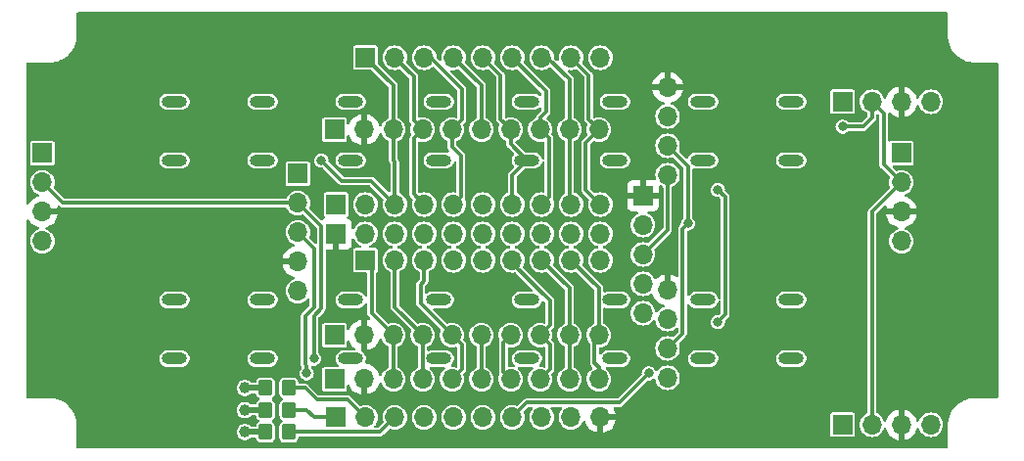
<source format=gbr>
%TF.GenerationSoftware,KiCad,Pcbnew,7.0.7*%
%TF.CreationDate,2023-10-01T14:50:05+02:00*%
%TF.ProjectId,MultiSwitch_Mcp23017_MiniSwitch,4d756c74-6953-4776-9974-63685f4d6370,1.0*%
%TF.SameCoordinates,Original*%
%TF.FileFunction,Copper,L1,Top*%
%TF.FilePolarity,Positive*%
%FSLAX46Y46*%
G04 Gerber Fmt 4.6, Leading zero omitted, Abs format (unit mm)*
G04 Created by KiCad (PCBNEW 7.0.7) date 2023-10-01 14:50:05*
%MOMM*%
%LPD*%
G01*
G04 APERTURE LIST*
G04 Aperture macros list*
%AMRoundRect*
0 Rectangle with rounded corners*
0 $1 Rounding radius*
0 $2 $3 $4 $5 $6 $7 $8 $9 X,Y pos of 4 corners*
0 Add a 4 corners polygon primitive as box body*
4,1,4,$2,$3,$4,$5,$6,$7,$8,$9,$2,$3,0*
0 Add four circle primitives for the rounded corners*
1,1,$1+$1,$2,$3*
1,1,$1+$1,$4,$5*
1,1,$1+$1,$6,$7*
1,1,$1+$1,$8,$9*
0 Add four rect primitives between the rounded corners*
20,1,$1+$1,$2,$3,$4,$5,0*
20,1,$1+$1,$4,$5,$6,$7,0*
20,1,$1+$1,$6,$7,$8,$9,0*
20,1,$1+$1,$8,$9,$2,$3,0*%
G04 Aperture macros list end*
%TA.AperFunction,ComponentPad*%
%ADD10O,2.200000X1.000000*%
%TD*%
%TA.AperFunction,SMDPad,CuDef*%
%ADD11RoundRect,0.250000X0.350000X0.450000X-0.350000X0.450000X-0.350000X-0.450000X0.350000X-0.450000X0*%
%TD*%
%TA.AperFunction,ComponentPad*%
%ADD12R,1.700000X1.700000*%
%TD*%
%TA.AperFunction,ComponentPad*%
%ADD13O,1.700000X1.700000*%
%TD*%
%TA.AperFunction,ViaPad*%
%ADD14C,0.800000*%
%TD*%
%TA.AperFunction,ViaPad*%
%ADD15C,1.000000*%
%TD*%
%TA.AperFunction,Conductor*%
%ADD16C,0.310000*%
%TD*%
%TA.AperFunction,Conductor*%
%ADD17C,0.500000*%
%TD*%
G04 APERTURE END LIST*
D10*
%TO.P,SW13,1,A*%
%TO.N,GND*%
X181610000Y-126365000D03*
%TO.P,SW13,2,B*%
%TO.N,/C13*%
X181610000Y-121285000D03*
%TD*%
%TO.P,SW15,1,A*%
%TO.N,GND*%
X196850000Y-126365000D03*
%TO.P,SW15,2,B*%
%TO.N,/C15*%
X196850000Y-121285000D03*
%TD*%
D11*
%TO.P,R2,1*%
%TO.N,Net-(J1C-Pin_22)*%
X161020000Y-128905000D03*
%TO.P,R2,2*%
%TO.N,GND*%
X159020000Y-128905000D03*
%TD*%
D10*
%TO.P,SW4,1,A*%
%TO.N,GND*%
X173990000Y-104140000D03*
%TO.P,SW4,2,B*%
%TO.N,/C4*%
X173990000Y-109220000D03*
%TD*%
%TO.P,SW2,1,A*%
%TO.N,GND*%
X158750000Y-104140000D03*
%TO.P,SW2,2,B*%
%TO.N,/C2*%
X158750000Y-109220000D03*
%TD*%
%TO.P,SW5,1,A*%
%TO.N,GND*%
X181610000Y-104140000D03*
%TO.P,SW5,2,B*%
%TO.N,/C5*%
X181610000Y-109220000D03*
%TD*%
D11*
%TO.P,R3,1*%
%TO.N,Net-(J1C-Pin_23)*%
X161020000Y-132715000D03*
%TO.P,R3,2*%
%TO.N,GND*%
X159020000Y-132715000D03*
%TD*%
D10*
%TO.P,SW10,1,A*%
%TO.N,GND*%
X158750000Y-126365000D03*
%TO.P,SW10,2,B*%
%TO.N,/C10*%
X158750000Y-121285000D03*
%TD*%
%TO.P,SW14,1,A*%
%TO.N,GND*%
X189230000Y-126365000D03*
%TO.P,SW14,2,B*%
%TO.N,/C14*%
X189230000Y-121285000D03*
%TD*%
%TO.P,SW3,1,A*%
%TO.N,GND*%
X166370000Y-104140000D03*
%TO.P,SW3,2,B*%
%TO.N,/C3*%
X166370000Y-109220000D03*
%TD*%
%TO.P,SW6,1,A*%
%TO.N,GND*%
X189230000Y-104140000D03*
%TO.P,SW6,2,B*%
%TO.N,/C6*%
X189230000Y-109220000D03*
%TD*%
%TO.P,SW1,1,A*%
%TO.N,GND*%
X151130000Y-104140000D03*
%TO.P,SW1,2,B*%
%TO.N,/C1*%
X151130000Y-109220000D03*
%TD*%
%TO.P,SW11,1,A*%
%TO.N,GND*%
X166370000Y-126365000D03*
%TO.P,SW11,2,B*%
%TO.N,/C11*%
X166370000Y-121285000D03*
%TD*%
%TO.P,SW16,1,A*%
%TO.N,GND*%
X204470000Y-126365000D03*
%TO.P,SW16,2,B*%
%TO.N,/C16*%
X204470000Y-121285000D03*
%TD*%
%TO.P,SW9,1,A*%
%TO.N,GND*%
X151130000Y-126365000D03*
%TO.P,SW9,2,B*%
%TO.N,/C9*%
X151130000Y-121285000D03*
%TD*%
%TO.P,SW7,1,A*%
%TO.N,GND*%
X196850000Y-104140000D03*
%TO.P,SW7,2,B*%
%TO.N,/C7*%
X196850000Y-109220000D03*
%TD*%
D11*
%TO.P,R1,1*%
%TO.N,Net-(J1C-Pin_21)*%
X161020000Y-130810000D03*
%TO.P,R1,2*%
%TO.N,GND*%
X159020000Y-130810000D03*
%TD*%
D10*
%TO.P,SW12,1,A*%
%TO.N,GND*%
X173990000Y-126365000D03*
%TO.P,SW12,2,B*%
%TO.N,/C12*%
X173990000Y-121285000D03*
%TD*%
%TO.P,SW8,1,A*%
%TO.N,GND*%
X204470000Y-104140000D03*
%TO.P,SW8,2,B*%
%TO.N,/C8*%
X204470000Y-109220000D03*
%TD*%
D12*
%TO.P,J3,1,Pin_1*%
%TO.N,/SDA*%
X208915000Y-104140000D03*
D13*
%TO.P,J3,2,Pin_2*%
%TO.N,/SCL*%
X211455000Y-104140000D03*
%TO.P,J3,3,Pin_3*%
%TO.N,+5V*%
X213995000Y-104140000D03*
%TO.P,J3,4,Pin_4*%
%TO.N,GND*%
X216535000Y-104140000D03*
%TD*%
D12*
%TO.P,J8,1,Pin_1*%
%TO.N,GND*%
X164973000Y-106553000D03*
D13*
%TO.P,J8,2,Pin_2*%
%TO.N,+5V*%
X167513000Y-106553000D03*
%TO.P,J8,3,Pin_3*%
%TO.N,/C1*%
X170053000Y-106553000D03*
%TO.P,J8,4,Pin_4*%
%TO.N,/C2*%
X172593000Y-106553000D03*
%TO.P,J8,5,Pin_5*%
%TO.N,/C3*%
X175133000Y-106553000D03*
%TO.P,J8,6,Pin_6*%
%TO.N,/C4*%
X177673000Y-106553000D03*
%TO.P,J8,7,Pin_7*%
%TO.N,/C5*%
X180213000Y-106553000D03*
%TO.P,J8,8,Pin_8*%
%TO.N,/C6*%
X182753000Y-106553000D03*
%TO.P,J8,9,Pin_9*%
%TO.N,/C7*%
X185293000Y-106553000D03*
%TO.P,J8,10,Pin_10*%
%TO.N,/C8*%
X187833000Y-106553000D03*
%TO.P,J8,11,Pin_11*%
%TO.N,/C16*%
X187833000Y-124333000D03*
X187833000Y-128143000D03*
%TO.P,J8,12,Pin_12*%
%TO.N,/C15*%
X185293000Y-124333000D03*
X185293000Y-128143000D03*
%TO.P,J8,13,Pin_13*%
%TO.N,/C14*%
X182753000Y-124333000D03*
X182753000Y-128143000D03*
%TO.P,J8,14,Pin_14*%
%TO.N,/C13*%
X180213000Y-124333000D03*
X180213000Y-128143000D03*
%TO.P,J8,15,Pin_15*%
%TO.N,/C12*%
X177673000Y-124333000D03*
X177673000Y-128143000D03*
%TO.P,J8,16,Pin_16*%
%TO.N,/C11*%
X175133000Y-124333000D03*
X175133000Y-128143000D03*
%TO.P,J8,17,Pin_17*%
%TO.N,/C10*%
X172593000Y-124333000D03*
X172593000Y-128143000D03*
%TO.P,J8,18,Pin_18*%
%TO.N,/C9*%
X170053000Y-124333000D03*
X170053000Y-128143000D03*
%TO.P,J8,19,Pin_19*%
%TO.N,+5V*%
X167513000Y-124333000D03*
X167513000Y-128143000D03*
D12*
%TO.P,J8,20,Pin_20*%
%TO.N,GND*%
X164973000Y-124333000D03*
X164973000Y-128143000D03*
%TO.P,J8,21,Pin_21*%
%TO.N,unconnected-(J8C-Pin_21-Pad21)*%
X161798000Y-110363000D03*
D13*
%TO.P,J8,22,Pin_22*%
%TO.N,/SCL*%
X161798000Y-112903000D03*
X191643000Y-117348000D03*
%TO.P,J8,23,Pin_23*%
%TO.N,/SDA*%
X191643000Y-114808000D03*
X161798000Y-115443000D03*
D12*
%TO.P,J8,24,Pin_24*%
%TO.N,+5V*%
X191643000Y-112268000D03*
D13*
X161798000Y-117983000D03*
%TO.P,J8,25,Pin_25*%
%TO.N,GND*%
X161798000Y-120523000D03*
X191643000Y-122428000D03*
%TO.P,J8,26,Pin_21*%
%TO.N,N/C*%
X191643000Y-119888000D03*
%TD*%
D12*
%TO.P,J1,1,Pin_1*%
%TO.N,GND*%
X165100000Y-113030000D03*
D13*
%TO.P,J1,2,Pin_2*%
%TO.N,unconnected-(J1A-Pin_2-Pad2)*%
X167640000Y-113030000D03*
%TO.P,J1,3,Pin_3*%
%TO.N,/C1*%
X170180000Y-113030000D03*
%TO.P,J1,4,Pin_4*%
%TO.N,/C2*%
X172720000Y-113030000D03*
%TO.P,J1,5,Pin_5*%
%TO.N,/C3*%
X175260000Y-113030000D03*
%TO.P,J1,6,Pin_6*%
%TO.N,/C4*%
X177800000Y-113030000D03*
%TO.P,J1,7,Pin_7*%
%TO.N,/C5*%
X180340000Y-113030000D03*
%TO.P,J1,8,Pin_8*%
%TO.N,/C6*%
X182880000Y-113030000D03*
%TO.P,J1,9,Pin_9*%
%TO.N,/C7*%
X185420000Y-113030000D03*
%TO.P,J1,10,Pin_10*%
%TO.N,/C8*%
X187960000Y-113030000D03*
%TO.P,J1,11,Pin_11*%
%TO.N,/C16*%
X187960000Y-115570000D03*
%TO.P,J1,12,Pin_12*%
%TO.N,/C15*%
X185420000Y-115570000D03*
%TO.P,J1,13,Pin_13*%
%TO.N,/C14*%
X182880000Y-115570000D03*
%TO.P,J1,14,Pin_14*%
%TO.N,/C13*%
X180340000Y-115570000D03*
%TO.P,J1,15,Pin_15*%
%TO.N,/C12*%
X177800000Y-115570000D03*
%TO.P,J1,16,Pin_16*%
%TO.N,/C11*%
X175260000Y-115570000D03*
%TO.P,J1,17,Pin_17*%
%TO.N,/C10*%
X172720000Y-115570000D03*
%TO.P,J1,18,Pin_18*%
%TO.N,/C9*%
X170180000Y-115570000D03*
%TO.P,J1,19,Pin_19*%
%TO.N,unconnected-(J1B-Pin_19-Pad19)*%
X167640000Y-115570000D03*
D12*
%TO.P,J1,20,Pin_20*%
%TO.N,+5V*%
X165100000Y-115570000D03*
%TO.P,J1,21,Pin_21*%
%TO.N,Net-(J1C-Pin_21)*%
X165100000Y-131445000D03*
D13*
%TO.P,J1,22,Pin_22*%
%TO.N,Net-(J1C-Pin_22)*%
X167640000Y-131445000D03*
%TO.P,J1,23,Pin_23*%
%TO.N,Net-(J1C-Pin_23)*%
X170180000Y-131445000D03*
%TO.P,J1,24,Pin_24*%
%TO.N,unconnected-(J1C-Pin_24-Pad24)*%
X172720000Y-131445000D03*
%TO.P,J1,25,Pin_25*%
%TO.N,unconnected-(J1C-Pin_25-Pad25)*%
X175260000Y-131445000D03*
%TO.P,J1,26,Pin_26*%
%TO.N,unconnected-(J1C-Pin_26-Pad26)*%
X177800000Y-131445000D03*
%TO.P,J1,27,Pin_27*%
%TO.N,/SDA*%
X180340000Y-131445000D03*
%TO.P,J1,28,Pin_28*%
%TO.N,/SCL*%
X182880000Y-131445000D03*
%TO.P,J1,29,Pin_29*%
%TO.N,GND*%
X185420000Y-131445000D03*
%TO.P,J1,30,Pin_30*%
%TO.N,+5V*%
X187960000Y-131445000D03*
%TD*%
D12*
%TO.P,J5,1,Pin_1*%
%TO.N,/SDA*%
X213995000Y-108585000D03*
D13*
%TO.P,J5,2,Pin_2*%
%TO.N,/SCL*%
X213995000Y-111125000D03*
%TO.P,J5,3,Pin_3*%
%TO.N,+5V*%
X213995000Y-113665000D03*
%TO.P,J5,4,Pin_4*%
%TO.N,GND*%
X213995000Y-116205000D03*
%TD*%
D12*
%TO.P,J7,1,Pin_1*%
%TO.N,/C9*%
X167640000Y-117856000D03*
D13*
%TO.P,J7,2,Pin_2*%
%TO.N,/C10*%
X170180000Y-117856000D03*
%TO.P,J7,3,Pin_3*%
%TO.N,/C11*%
X172720000Y-117856000D03*
%TO.P,J7,4,Pin_4*%
%TO.N,/C12*%
X175260000Y-117856000D03*
%TO.P,J7,5,Pin_5*%
%TO.N,/C13*%
X177800000Y-117856000D03*
%TO.P,J7,6,Pin_6*%
%TO.N,/C14*%
X180340000Y-117856000D03*
%TO.P,J7,7,Pin_7*%
%TO.N,/C15*%
X182880000Y-117856000D03*
%TO.P,J7,8,Pin_8*%
%TO.N,/C16*%
X185420000Y-117856000D03*
%TO.P,J7,9,Pin_9*%
%TO.N,unconnected-(J7A-Pin_9-Pad9)*%
X187960000Y-117856000D03*
%TO.P,J7,10,Pin_4*%
%TO.N,+5V*%
X193770000Y-120396000D03*
%TO.P,J7,11,Pin_3*%
%TO.N,GND*%
X193770000Y-122936000D03*
%TO.P,J7,12,Pin_2*%
%TO.N,/SDA*%
X193770000Y-125476000D03*
%TO.P,J7,13,Pin_1*%
%TO.N,/SCL*%
X193770000Y-128016000D03*
%TD*%
D12*
%TO.P,J6,1,Pin_1*%
%TO.N,/C1*%
X167640000Y-100330000D03*
D13*
%TO.P,J6,2,Pin_2*%
%TO.N,/C2*%
X170180000Y-100330000D03*
%TO.P,J6,3,Pin_3*%
%TO.N,/C3*%
X172720000Y-100330000D03*
%TO.P,J6,4,Pin_4*%
%TO.N,/C4*%
X175260000Y-100330000D03*
%TO.P,J6,5,Pin_5*%
%TO.N,/C5*%
X177800000Y-100330000D03*
%TO.P,J6,6,Pin_6*%
%TO.N,/C6*%
X180340000Y-100330000D03*
%TO.P,J6,7,Pin_7*%
%TO.N,/C7*%
X182880000Y-100330000D03*
%TO.P,J6,8,Pin_8*%
%TO.N,/C8*%
X185420000Y-100330000D03*
%TO.P,J6,9,Pin_9*%
%TO.N,unconnected-(J6A-Pin_9-Pad9)*%
X187960000Y-100330000D03*
%TO.P,J6,10,Pin_4*%
%TO.N,+5V*%
X193770000Y-102870000D03*
%TO.P,J6,11,Pin_3*%
%TO.N,GND*%
X193770000Y-105410000D03*
%TO.P,J6,12,Pin_2*%
%TO.N,/SDA*%
X193770000Y-107950000D03*
%TO.P,J6,13,Pin_1*%
%TO.N,/SCL*%
X193770000Y-110490000D03*
%TD*%
D12*
%TO.P,J4,1,Pin_1*%
%TO.N,/SDA*%
X139700000Y-108585000D03*
D13*
%TO.P,J4,2,Pin_2*%
%TO.N,/SCL*%
X139700000Y-111125000D03*
%TO.P,J4,3,Pin_3*%
%TO.N,+5V*%
X139700000Y-113665000D03*
%TO.P,J4,4,Pin_4*%
%TO.N,GND*%
X139700000Y-116205000D03*
%TD*%
D12*
%TO.P,J2,1,Pin_1*%
%TO.N,/SDA*%
X208915000Y-132080000D03*
D13*
%TO.P,J2,2,Pin_2*%
%TO.N,/SCL*%
X211455000Y-132080000D03*
%TO.P,J2,3,Pin_3*%
%TO.N,+5V*%
X213995000Y-132080000D03*
%TO.P,J2,4,Pin_4*%
%TO.N,GND*%
X216535000Y-132080000D03*
%TD*%
D14*
%TO.N,/C1*%
X163830000Y-109220000D03*
D15*
%TO.N,GND*%
X157226000Y-130810000D03*
X157226000Y-128905000D03*
X157226000Y-132715000D03*
D14*
%TO.N,/SDA*%
X195525000Y-114681000D03*
X192151000Y-127635000D03*
X162560000Y-127635000D03*
%TO.N,/SCL*%
X208915000Y-106299000D03*
X198120000Y-123190000D03*
X163195000Y-126365000D03*
X198120000Y-111760000D03*
%TD*%
D16*
%TO.N,/C1*%
X170180000Y-113030000D02*
X170180000Y-109347000D01*
X170180000Y-109347000D02*
X170053000Y-109220000D01*
X165608000Y-110998000D02*
X164147500Y-109537500D01*
X168148000Y-110998000D02*
X165608000Y-110998000D01*
X164147500Y-109537500D02*
X163830000Y-109220000D01*
X170180000Y-113030000D02*
X168148000Y-110998000D01*
X170053000Y-102743000D02*
X167640000Y-100330000D01*
X170053000Y-106553000D02*
X170053000Y-102743000D01*
X170053000Y-109220000D02*
X170053000Y-106553000D01*
%TO.N,/C2*%
X171831000Y-101981000D02*
X170180000Y-100330000D01*
X172593000Y-106553000D02*
X171831000Y-107315000D01*
X172593000Y-106553000D02*
X171831000Y-105791000D01*
X171831000Y-107315000D02*
X171831000Y-112141000D01*
X171831000Y-105791000D02*
X171831000Y-101981000D01*
X171831000Y-112141000D02*
X172720000Y-113030000D01*
D17*
%TO.N,GND*%
X159020000Y-132715000D02*
X157226000Y-132715000D01*
X159020000Y-130810000D02*
X157226000Y-130810000D01*
X159020000Y-128905000D02*
X157226000Y-128905000D01*
D16*
%TO.N,/SDA*%
X192151000Y-127635000D02*
X189611000Y-130175000D01*
X163195000Y-116840000D02*
X161798000Y-115443000D01*
X195072000Y-124174000D02*
X193770000Y-125476000D01*
X162560000Y-127000000D02*
X162560000Y-127635000D01*
X162560000Y-127000000D02*
X162430000Y-126870000D01*
X163195000Y-121920000D02*
X163195000Y-116840000D01*
X195525000Y-114681000D02*
X195072000Y-115134000D01*
X189611000Y-130175000D02*
X181610000Y-130175000D01*
X162430000Y-122685000D02*
X163195000Y-121920000D01*
X193770000Y-107950000D02*
X195525000Y-109705000D01*
X162430000Y-126870000D02*
X162430000Y-122685000D01*
X195072000Y-115134000D02*
X195072000Y-124174000D01*
X195525000Y-109705000D02*
X195525000Y-114681000D01*
X181610000Y-130175000D02*
X180340000Y-131445000D01*
%TO.N,/C3*%
X175983000Y-105703000D02*
X175983000Y-103053000D01*
X173260000Y-100330000D02*
X172720000Y-100330000D01*
X175133000Y-106553000D02*
X175983000Y-105703000D01*
X175133000Y-106553000D02*
X175133000Y-108077000D01*
X175895000Y-108839000D02*
X175895000Y-112395000D01*
X175895000Y-112395000D02*
X175260000Y-113030000D01*
X175983000Y-103053000D02*
X173260000Y-100330000D01*
X175133000Y-108077000D02*
X175895000Y-108839000D01*
%TO.N,/C4*%
X177673000Y-102743000D02*
X175260000Y-100330000D01*
X177673000Y-106553000D02*
X177673000Y-102743000D01*
%TO.N,/C5*%
X181610000Y-109220000D02*
X180213000Y-107823000D01*
X180213000Y-107823000D02*
X180213000Y-106553000D01*
X179324000Y-101854000D02*
X177800000Y-100330000D01*
X179324000Y-105664000D02*
X179324000Y-101854000D01*
X180340000Y-113030000D02*
X180340000Y-110490000D01*
X180340000Y-110490000D02*
X181610000Y-109220000D01*
X180213000Y-106553000D02*
X179324000Y-105664000D01*
%TO.N,/C6*%
X182753000Y-105537000D02*
X183261000Y-105029000D01*
X183515000Y-107315000D02*
X182753000Y-106553000D01*
X182753000Y-106553000D02*
X182753000Y-105537000D01*
X183515000Y-112395000D02*
X183515000Y-107315000D01*
X183261000Y-103251000D02*
X180340000Y-100330000D01*
X182880000Y-113030000D02*
X183515000Y-112395000D01*
X183261000Y-105029000D02*
X183261000Y-103251000D01*
%TO.N,/C7*%
X182880000Y-100330000D02*
X183388000Y-100330000D01*
X183388000Y-100330000D02*
X185293000Y-102235000D01*
X185293000Y-102235000D02*
X185293000Y-106553000D01*
X185293000Y-112903000D02*
X185420000Y-113030000D01*
X185293000Y-106553000D02*
X185293000Y-112903000D01*
%TO.N,/C8*%
X186944000Y-105664000D02*
X186944000Y-101854000D01*
X186690000Y-107696000D02*
X187833000Y-106553000D01*
X186690000Y-111760000D02*
X186690000Y-107696000D01*
X186944000Y-101854000D02*
X185420000Y-100330000D01*
X187833000Y-106553000D02*
X186944000Y-105664000D01*
X187960000Y-113030000D02*
X186690000Y-111760000D01*
%TO.N,/C16*%
X187833000Y-127127000D02*
X187452000Y-126746000D01*
X187833000Y-124333000D02*
X187833000Y-120269000D01*
X187452000Y-126746000D02*
X187452000Y-124714000D01*
X187452000Y-124714000D02*
X187833000Y-124333000D01*
X187833000Y-120269000D02*
X185420000Y-117856000D01*
X187833000Y-128143000D02*
X187833000Y-127127000D01*
%TO.N,/C15*%
X185293000Y-128143000D02*
X185293000Y-124333000D01*
X185293000Y-120269000D02*
X185293000Y-124333000D01*
X182880000Y-117856000D02*
X185293000Y-120269000D01*
%TO.N,/C14*%
X180340000Y-117856000D02*
X180340000Y-118110000D01*
X180340000Y-118110000D02*
X183603000Y-121373000D01*
X183603000Y-121373000D02*
X183603000Y-123483000D01*
X183603000Y-127293000D02*
X183603000Y-125183000D01*
X183603000Y-123483000D02*
X182753000Y-124333000D01*
X183603000Y-125183000D02*
X182753000Y-124333000D01*
X182753000Y-128143000D02*
X183603000Y-127293000D01*
%TO.N,/C13*%
X179578000Y-127508000D02*
X179578000Y-124968000D01*
X179578000Y-124968000D02*
X180213000Y-124333000D01*
X180213000Y-128143000D02*
X179578000Y-127508000D01*
%TO.N,/SCL*%
X198755000Y-112395000D02*
X198120000Y-111760000D01*
X193770000Y-115221000D02*
X191643000Y-117348000D01*
X163830000Y-114935000D02*
X161798000Y-112903000D01*
X211455000Y-104140000D02*
X212471000Y-105156000D01*
X193770000Y-110490000D02*
X193770000Y-115221000D01*
X141478000Y-112903000D02*
X139700000Y-111125000D01*
X198120000Y-123190000D02*
X198755000Y-122555000D01*
X211455000Y-113665000D02*
X211455000Y-132080000D01*
X211455000Y-105537000D02*
X211455000Y-104140000D01*
X163830000Y-122020392D02*
X163830000Y-114935000D01*
X212471000Y-109601000D02*
X213995000Y-111125000D01*
X208915000Y-106299000D02*
X210693000Y-106299000D01*
X198755000Y-122555000D02*
X198755000Y-112395000D01*
X210693000Y-106299000D02*
X211455000Y-105537000D01*
X163195000Y-122655392D02*
X163830000Y-122020392D01*
X213995000Y-111125000D02*
X211455000Y-113665000D01*
X161798000Y-112903000D02*
X141478000Y-112903000D01*
X163195000Y-126365000D02*
X163195000Y-122655392D01*
X212471000Y-105156000D02*
X212471000Y-109601000D01*
%TO.N,/C12*%
X177673000Y-128143000D02*
X177673000Y-124333000D01*
%TO.N,/C11*%
X175983000Y-127293000D02*
X175983000Y-125183000D01*
X172720000Y-119634000D02*
X172410000Y-119944000D01*
X172410000Y-121610000D02*
X175133000Y-124333000D01*
X172410000Y-119944000D02*
X172410000Y-121610000D01*
X172720000Y-119634000D02*
X172720000Y-117856000D01*
X175983000Y-125183000D02*
X175133000Y-124333000D01*
X175133000Y-128143000D02*
X175983000Y-127293000D01*
%TO.N,/C10*%
X172593000Y-128143000D02*
X172593000Y-124333000D01*
X170180000Y-117856000D02*
X170180000Y-121920000D01*
X170180000Y-121920000D02*
X172593000Y-124333000D01*
%TO.N,/C9*%
X168180000Y-122460000D02*
X170053000Y-124333000D01*
X168180000Y-118396000D02*
X168180000Y-122460000D01*
X170053000Y-128143000D02*
X170053000Y-124333000D01*
X167640000Y-117856000D02*
X168180000Y-118396000D01*
%TO.N,Net-(J1C-Pin_21)*%
X163195000Y-131445000D02*
X165100000Y-131445000D01*
X162560000Y-130810000D02*
X163195000Y-131445000D01*
X161020000Y-130810000D02*
X162560000Y-130810000D01*
%TO.N,Net-(J1C-Pin_22)*%
X167672000Y-131413000D02*
X167640000Y-131445000D01*
X161020000Y-128905000D02*
X162433000Y-128905000D01*
X163449000Y-129921000D02*
X166116000Y-129921000D01*
X162433000Y-128905000D02*
X163449000Y-129921000D01*
X166116000Y-129921000D02*
X167640000Y-131445000D01*
%TO.N,Net-(J1C-Pin_23)*%
X168910000Y-132715000D02*
X170180000Y-131445000D01*
X161020000Y-132715000D02*
X168910000Y-132715000D01*
%TD*%
%TA.AperFunction,Conductor*%
%TO.N,+5V*%
G36*
X217976539Y-96412685D02*
G01*
X218022294Y-96465489D01*
X218033500Y-96516999D01*
X218033500Y-98416714D01*
X218033500Y-98416715D01*
X218033500Y-98425000D01*
X218033500Y-98564820D01*
X218067207Y-98842421D01*
X218097660Y-98965973D01*
X218134130Y-99113940D01*
X218233293Y-99375409D01*
X218233294Y-99375410D01*
X218363243Y-99623007D01*
X218363246Y-99623012D01*
X218522100Y-99853151D01*
X218707535Y-100062465D01*
X218916849Y-100247900D01*
X219146988Y-100406754D01*
X219146992Y-100406756D01*
X219394589Y-100536705D01*
X219394590Y-100536706D01*
X219394594Y-100536707D01*
X219394597Y-100536709D01*
X219460153Y-100561571D01*
X219656059Y-100635869D01*
X219656061Y-100635869D01*
X219656065Y-100635871D01*
X219927579Y-100702793D01*
X220155906Y-100730517D01*
X220205178Y-100736500D01*
X222253000Y-100736500D01*
X222320039Y-100756185D01*
X222365794Y-100808989D01*
X222377000Y-100860500D01*
X222377000Y-129644500D01*
X222357315Y-129711539D01*
X222304511Y-129757294D01*
X222253000Y-129768500D01*
X220205178Y-129768500D01*
X220066379Y-129785353D01*
X219927579Y-129802207D01*
X219806838Y-129831967D01*
X219656059Y-129869130D01*
X219394590Y-129968293D01*
X219394589Y-129968294D01*
X219146992Y-130098243D01*
X219146983Y-130098249D01*
X218916852Y-130257097D01*
X218707535Y-130442535D01*
X218522097Y-130651852D01*
X218363249Y-130881983D01*
X218363243Y-130881992D01*
X218233294Y-131129589D01*
X218233293Y-131129590D01*
X218134130Y-131391059D01*
X218103116Y-131516889D01*
X218067207Y-131662579D01*
X218059718Y-131724260D01*
X218033500Y-131940177D01*
X218033500Y-133988000D01*
X218013815Y-134055039D01*
X217961011Y-134100794D01*
X217909500Y-134112000D01*
X142774025Y-134112000D01*
X142706986Y-134092315D01*
X142661231Y-134039511D01*
X142650025Y-133988000D01*
X142650025Y-132714999D01*
X156510282Y-132714999D01*
X156531078Y-132886282D01*
X156592264Y-133047613D01*
X156640921Y-133118105D01*
X156690277Y-133189609D01*
X156819426Y-133304024D01*
X156972203Y-133384208D01*
X156972205Y-133384208D01*
X156972206Y-133384209D01*
X157139729Y-133425500D01*
X157139730Y-133425500D01*
X157312271Y-133425500D01*
X157479793Y-133384209D01*
X157479793Y-133384208D01*
X157479797Y-133384208D01*
X157632574Y-133304024D01*
X157742449Y-133206683D01*
X157805683Y-133176963D01*
X157824676Y-133175500D01*
X158097813Y-133175500D01*
X158164852Y-133195185D01*
X158210607Y-133247989D01*
X158214854Y-133258545D01*
X158248057Y-133353433D01*
X158258266Y-133382608D01*
X158340699Y-133494301D01*
X158452392Y-133576734D01*
X158496068Y-133592016D01*
X158583419Y-133622583D01*
X158591535Y-133623343D01*
X158614527Y-133625500D01*
X159425472Y-133625499D01*
X159456579Y-133622583D01*
X159587608Y-133576734D01*
X159699301Y-133494301D01*
X159781734Y-133382608D01*
X159809232Y-133304023D01*
X159827583Y-133251581D01*
X159827583Y-133251579D01*
X159827920Y-133247989D01*
X159830500Y-133220473D01*
X159830500Y-133220466D01*
X160209500Y-133220466D01*
X160209501Y-133220472D01*
X160212417Y-133251579D01*
X160212417Y-133251581D01*
X160212418Y-133251582D01*
X160212418Y-133251584D01*
X160248057Y-133353433D01*
X160258266Y-133382608D01*
X160340699Y-133494301D01*
X160452392Y-133576734D01*
X160496068Y-133592016D01*
X160583419Y-133622583D01*
X160591535Y-133623343D01*
X160614527Y-133625500D01*
X161425472Y-133625499D01*
X161456579Y-133622583D01*
X161587608Y-133576734D01*
X161699301Y-133494301D01*
X161781734Y-133382608D01*
X161809232Y-133304023D01*
X161827583Y-133251581D01*
X161827583Y-133251579D01*
X161830500Y-133220476D01*
X161830500Y-133204500D01*
X161850185Y-133137461D01*
X161902989Y-133091706D01*
X161954500Y-133080500D01*
X168859236Y-133080500D01*
X168884681Y-133083139D01*
X168894687Y-133085237D01*
X168912138Y-133083061D01*
X168928869Y-133080977D01*
X168936545Y-133080500D01*
X168940283Y-133080500D01*
X168940286Y-133080500D01*
X168940290Y-133080499D01*
X168940293Y-133080499D01*
X168962707Y-133076758D01*
X168962706Y-133076758D01*
X169015733Y-133070149D01*
X169015736Y-133070147D01*
X169023076Y-133067961D01*
X169030313Y-133065476D01*
X169030319Y-133065476D01*
X169077310Y-133040045D01*
X169125320Y-133016575D01*
X169125325Y-133016569D01*
X169131563Y-133012116D01*
X169137595Y-133007420D01*
X169137599Y-133007419D01*
X169173790Y-132968104D01*
X169191164Y-132950730D01*
X207854500Y-132950730D01*
X207866713Y-133012134D01*
X207866714Y-133012136D01*
X207913238Y-133081763D01*
X207982865Y-133128286D01*
X207982869Y-133128288D01*
X208019639Y-133135601D01*
X208044267Y-133140500D01*
X209785732Y-133140499D01*
X209847133Y-133128287D01*
X209916762Y-133081762D01*
X209917606Y-133080500D01*
X209960319Y-133016575D01*
X209963287Y-133012133D01*
X209963291Y-133012116D01*
X209972455Y-132966040D01*
X209975500Y-132950733D01*
X209975499Y-131209268D01*
X209963287Y-131147867D01*
X209963286Y-131147865D01*
X209963285Y-131147863D01*
X209916761Y-131078236D01*
X209847134Y-131031713D01*
X209847130Y-131031711D01*
X209785735Y-131019500D01*
X208044269Y-131019500D01*
X207982865Y-131031713D01*
X207982863Y-131031714D01*
X207913236Y-131078238D01*
X207866713Y-131147865D01*
X207866711Y-131147869D01*
X207854500Y-131209262D01*
X207854500Y-132950730D01*
X169191164Y-132950730D01*
X169673750Y-132468143D01*
X169735071Y-132434660D01*
X169797422Y-132437165D01*
X169972103Y-132490154D01*
X169972105Y-132490155D01*
X169990745Y-132491990D01*
X170180000Y-132510631D01*
X170387894Y-132490155D01*
X170587799Y-132429515D01*
X170772033Y-132331040D01*
X170933515Y-132198515D01*
X171066040Y-132037033D01*
X171164515Y-131852799D01*
X171225155Y-131652894D01*
X171245631Y-131445000D01*
X171654369Y-131445000D01*
X171674844Y-131652892D01*
X171693334Y-131713844D01*
X171735485Y-131852799D01*
X171735486Y-131852801D01*
X171735487Y-131852803D01*
X171735488Y-131852806D01*
X171833956Y-132037027D01*
X171833960Y-132037034D01*
X171966484Y-132198515D01*
X172127965Y-132331039D01*
X172127972Y-132331043D01*
X172312193Y-132429511D01*
X172312194Y-132429511D01*
X172312201Y-132429515D01*
X172512106Y-132490155D01*
X172512105Y-132490155D01*
X172532581Y-132492171D01*
X172720000Y-132510631D01*
X172927894Y-132490155D01*
X173127799Y-132429515D01*
X173312033Y-132331040D01*
X173473515Y-132198515D01*
X173606040Y-132037033D01*
X173704515Y-131852799D01*
X173765155Y-131652894D01*
X173785631Y-131445000D01*
X174194369Y-131445000D01*
X174214844Y-131652892D01*
X174233334Y-131713844D01*
X174275485Y-131852799D01*
X174275486Y-131852801D01*
X174275487Y-131852803D01*
X174275488Y-131852806D01*
X174373956Y-132037027D01*
X174373960Y-132037034D01*
X174506484Y-132198515D01*
X174667965Y-132331039D01*
X174667972Y-132331043D01*
X174852193Y-132429511D01*
X174852194Y-132429511D01*
X174852201Y-132429515D01*
X175052106Y-132490155D01*
X175052105Y-132490155D01*
X175070745Y-132491990D01*
X175260000Y-132510631D01*
X175467894Y-132490155D01*
X175667799Y-132429515D01*
X175852033Y-132331040D01*
X176013515Y-132198515D01*
X176146040Y-132037033D01*
X176244515Y-131852799D01*
X176305155Y-131652894D01*
X176325631Y-131445000D01*
X176325631Y-131444999D01*
X176734369Y-131444999D01*
X176754844Y-131652892D01*
X176773334Y-131713844D01*
X176815485Y-131852799D01*
X176815486Y-131852801D01*
X176815487Y-131852803D01*
X176815488Y-131852806D01*
X176913956Y-132037027D01*
X176913960Y-132037034D01*
X177046484Y-132198515D01*
X177207965Y-132331039D01*
X177207972Y-132331043D01*
X177392193Y-132429511D01*
X177392194Y-132429511D01*
X177392201Y-132429515D01*
X177592106Y-132490155D01*
X177592105Y-132490155D01*
X177612581Y-132492171D01*
X177800000Y-132510631D01*
X178007894Y-132490155D01*
X178207799Y-132429515D01*
X178392033Y-132331040D01*
X178553515Y-132198515D01*
X178686040Y-132037033D01*
X178784515Y-131852799D01*
X178845155Y-131652894D01*
X178865631Y-131445000D01*
X178865631Y-131444999D01*
X179274369Y-131444999D01*
X179294844Y-131652892D01*
X179313334Y-131713844D01*
X179355485Y-131852799D01*
X179355486Y-131852801D01*
X179355487Y-131852803D01*
X179355488Y-131852806D01*
X179453956Y-132037027D01*
X179453960Y-132037034D01*
X179586484Y-132198515D01*
X179747965Y-132331039D01*
X179747972Y-132331043D01*
X179932193Y-132429511D01*
X179932194Y-132429511D01*
X179932201Y-132429515D01*
X180132106Y-132490155D01*
X180132105Y-132490155D01*
X180150745Y-132491990D01*
X180340000Y-132510631D01*
X180547894Y-132490155D01*
X180747799Y-132429515D01*
X180932033Y-132331040D01*
X181093515Y-132198515D01*
X181226040Y-132037033D01*
X181324515Y-131852799D01*
X181385155Y-131652894D01*
X181405631Y-131445000D01*
X181385155Y-131237106D01*
X181332165Y-131062423D01*
X181331542Y-130992558D01*
X181363143Y-130938750D01*
X181725075Y-130576819D01*
X181786399Y-130543334D01*
X181812757Y-130540500D01*
X181988219Y-130540500D01*
X182055258Y-130560185D01*
X182101013Y-130612989D01*
X182110957Y-130682147D01*
X182084072Y-130743165D01*
X181993960Y-130852965D01*
X181993956Y-130852972D01*
X181895488Y-131037193D01*
X181895487Y-131037196D01*
X181895486Y-131037198D01*
X181895485Y-131037201D01*
X181880877Y-131085359D01*
X181834844Y-131237107D01*
X181814369Y-131445000D01*
X181834844Y-131652892D01*
X181853334Y-131713844D01*
X181895485Y-131852799D01*
X181895486Y-131852801D01*
X181895487Y-131852803D01*
X181895488Y-131852806D01*
X181993956Y-132037027D01*
X181993960Y-132037034D01*
X182126484Y-132198515D01*
X182287965Y-132331039D01*
X182287972Y-132331043D01*
X182472193Y-132429511D01*
X182472194Y-132429511D01*
X182472201Y-132429515D01*
X182672106Y-132490155D01*
X182672105Y-132490155D01*
X182690745Y-132491990D01*
X182880000Y-132510631D01*
X183087894Y-132490155D01*
X183287799Y-132429515D01*
X183472033Y-132331040D01*
X183633515Y-132198515D01*
X183766040Y-132037033D01*
X183864515Y-131852799D01*
X183925155Y-131652894D01*
X183945631Y-131445000D01*
X183925155Y-131237106D01*
X183864515Y-131037201D01*
X183860395Y-131029493D01*
X183766043Y-130852972D01*
X183766039Y-130852965D01*
X183675928Y-130743165D01*
X183648615Y-130678855D01*
X183660406Y-130609987D01*
X183707558Y-130558427D01*
X183771781Y-130540500D01*
X184528219Y-130540500D01*
X184595258Y-130560185D01*
X184641013Y-130612989D01*
X184650957Y-130682147D01*
X184624072Y-130743165D01*
X184533960Y-130852965D01*
X184533956Y-130852972D01*
X184435488Y-131037193D01*
X184435487Y-131037196D01*
X184435486Y-131037198D01*
X184435485Y-131037201D01*
X184420877Y-131085359D01*
X184374844Y-131237107D01*
X184354369Y-131444999D01*
X184374844Y-131652892D01*
X184393334Y-131713844D01*
X184435485Y-131852799D01*
X184435486Y-131852801D01*
X184435487Y-131852803D01*
X184435488Y-131852806D01*
X184533956Y-132037027D01*
X184533960Y-132037034D01*
X184666484Y-132198515D01*
X184827965Y-132331039D01*
X184827972Y-132331043D01*
X185012193Y-132429511D01*
X185012194Y-132429511D01*
X185012201Y-132429515D01*
X185212106Y-132490155D01*
X185212105Y-132490155D01*
X185232580Y-132492171D01*
X185420000Y-132510631D01*
X185627894Y-132490155D01*
X185827799Y-132429515D01*
X186012033Y-132331040D01*
X186173515Y-132198515D01*
X186306040Y-132037033D01*
X186404515Y-131852799D01*
X186420307Y-131800737D01*
X186458603Y-131742301D01*
X186522415Y-131713844D01*
X186591482Y-131724403D01*
X186643876Y-131770627D01*
X186658742Y-131804640D01*
X186686567Y-131908486D01*
X186686570Y-131908492D01*
X186786399Y-132122578D01*
X186921894Y-132316082D01*
X187088917Y-132483105D01*
X187282421Y-132618600D01*
X187496507Y-132718429D01*
X187496516Y-132718433D01*
X187710000Y-132775634D01*
X187710000Y-132057301D01*
X187729685Y-131990262D01*
X187782489Y-131944507D01*
X187851647Y-131934563D01*
X187924237Y-131945000D01*
X187924238Y-131945000D01*
X187995762Y-131945000D01*
X187995763Y-131945000D01*
X188068353Y-131934563D01*
X188137512Y-131944507D01*
X188190315Y-131990262D01*
X188210000Y-132057301D01*
X188210000Y-132775633D01*
X188423483Y-132718433D01*
X188423492Y-132718429D01*
X188637578Y-132618600D01*
X188831082Y-132483105D01*
X188998105Y-132316082D01*
X189133600Y-132122578D01*
X189233429Y-131908492D01*
X189233432Y-131908486D01*
X189290636Y-131695000D01*
X188573347Y-131695000D01*
X188506308Y-131675315D01*
X188460553Y-131622511D01*
X188450609Y-131553353D01*
X188454369Y-131536067D01*
X188460000Y-131516888D01*
X188460000Y-131373111D01*
X188454369Y-131353933D01*
X188454370Y-131284064D01*
X188492145Y-131225286D01*
X188555701Y-131196262D01*
X188573347Y-131195000D01*
X189290636Y-131195000D01*
X189290635Y-131194999D01*
X189233432Y-130981513D01*
X189233429Y-130981507D01*
X189133600Y-130767422D01*
X189133598Y-130767418D01*
X189111335Y-130735624D01*
X189089007Y-130669418D01*
X189106017Y-130601651D01*
X189156964Y-130553837D01*
X189212909Y-130540500D01*
X189560236Y-130540500D01*
X189585681Y-130543139D01*
X189595687Y-130545237D01*
X189613138Y-130543061D01*
X189629869Y-130540977D01*
X189637545Y-130540500D01*
X189641283Y-130540500D01*
X189641286Y-130540500D01*
X189641290Y-130540499D01*
X189641293Y-130540499D01*
X189663707Y-130536758D01*
X189673744Y-130535507D01*
X189716733Y-130530149D01*
X189716736Y-130530147D01*
X189724076Y-130527961D01*
X189731313Y-130525476D01*
X189731319Y-130525476D01*
X189778310Y-130500045D01*
X189826320Y-130476575D01*
X189826325Y-130476569D01*
X189832563Y-130472116D01*
X189838595Y-130467420D01*
X189838599Y-130467419D01*
X189874790Y-130428104D01*
X192021075Y-128281819D01*
X192082398Y-128248334D01*
X192108756Y-128245500D01*
X192225128Y-128245500D01*
X192369076Y-128210020D01*
X192500351Y-128141122D01*
X192517509Y-128125920D01*
X192580740Y-128096200D01*
X192650003Y-128105382D01*
X192703307Y-128150553D01*
X192723139Y-128206578D01*
X192724844Y-128223893D01*
X192742416Y-128281819D01*
X192785485Y-128423799D01*
X192785486Y-128423802D01*
X192785487Y-128423803D01*
X192785488Y-128423806D01*
X192883956Y-128608027D01*
X192883960Y-128608034D01*
X193016484Y-128769515D01*
X193177965Y-128902039D01*
X193177972Y-128902043D01*
X193362193Y-129000511D01*
X193362194Y-129000511D01*
X193362201Y-129000515D01*
X193562106Y-129061155D01*
X193562105Y-129061155D01*
X193580745Y-129062990D01*
X193770000Y-129081631D01*
X193977894Y-129061155D01*
X194177799Y-129000515D01*
X194362033Y-128902040D01*
X194523515Y-128769515D01*
X194656040Y-128608033D01*
X194754515Y-128423799D01*
X194815155Y-128223894D01*
X194835631Y-128016000D01*
X194815155Y-127808106D01*
X194754515Y-127608201D01*
X194754511Y-127608193D01*
X194656043Y-127423972D01*
X194656039Y-127423965D01*
X194523515Y-127262484D01*
X194362034Y-127129960D01*
X194362027Y-127129956D01*
X194177806Y-127031488D01*
X194177803Y-127031487D01*
X194177802Y-127031486D01*
X194177799Y-127031485D01*
X193977894Y-126970845D01*
X193977892Y-126970844D01*
X193977894Y-126970844D01*
X193770000Y-126950369D01*
X193562107Y-126970844D01*
X193444075Y-127006648D01*
X193362201Y-127031485D01*
X193362198Y-127031486D01*
X193362196Y-127031487D01*
X193362193Y-127031488D01*
X193177972Y-127129956D01*
X193177965Y-127129960D01*
X193016484Y-127262484D01*
X192910341Y-127391821D01*
X192852595Y-127431155D01*
X192782751Y-127433026D01*
X192722983Y-127396838D01*
X192698547Y-127357130D01*
X192695541Y-127349203D01*
X192611322Y-127227190D01*
X192611319Y-127227187D01*
X192611317Y-127227185D01*
X192500352Y-127128878D01*
X192369074Y-127059979D01*
X192225128Y-127024500D01*
X192076872Y-127024500D01*
X191932925Y-127059979D01*
X191801647Y-127128878D01*
X191690682Y-127227185D01*
X191690676Y-127227192D01*
X191606460Y-127349200D01*
X191553885Y-127487825D01*
X191536016Y-127634999D01*
X191536016Y-127635005D01*
X191539358Y-127662537D01*
X191527896Y-127731460D01*
X191503943Y-127765160D01*
X189495924Y-129773181D01*
X189434601Y-129806666D01*
X189408243Y-129809500D01*
X181660765Y-129809500D01*
X181635320Y-129806861D01*
X181625314Y-129804763D01*
X181625311Y-129804763D01*
X181591132Y-129809023D01*
X181583456Y-129809500D01*
X181579714Y-129809500D01*
X181561236Y-129812583D01*
X181557292Y-129813241D01*
X181504264Y-129819851D01*
X181496920Y-129822037D01*
X181489681Y-129824523D01*
X181442694Y-129849951D01*
X181394677Y-129873425D01*
X181388474Y-129877853D01*
X181382398Y-129882583D01*
X181346220Y-129921883D01*
X180846250Y-130421853D01*
X180784927Y-130455338D01*
X180722574Y-130452833D01*
X180630210Y-130424815D01*
X180547894Y-130399845D01*
X180547892Y-130399844D01*
X180547894Y-130399844D01*
X180340000Y-130379369D01*
X180132107Y-130399844D01*
X180038806Y-130428147D01*
X179932201Y-130460485D01*
X179932198Y-130460486D01*
X179932196Y-130460487D01*
X179932193Y-130460488D01*
X179747972Y-130558956D01*
X179747965Y-130558960D01*
X179586484Y-130691484D01*
X179453960Y-130852965D01*
X179453956Y-130852972D01*
X179355488Y-131037193D01*
X179355487Y-131037196D01*
X179355486Y-131037198D01*
X179355485Y-131037201D01*
X179340877Y-131085359D01*
X179294844Y-131237107D01*
X179274369Y-131444999D01*
X178865631Y-131444999D01*
X178845155Y-131237106D01*
X178784515Y-131037201D01*
X178780395Y-131029493D01*
X178686043Y-130852972D01*
X178686039Y-130852965D01*
X178553515Y-130691484D01*
X178392034Y-130558960D01*
X178392027Y-130558956D01*
X178207806Y-130460488D01*
X178207803Y-130460487D01*
X178207802Y-130460486D01*
X178207799Y-130460485D01*
X178007894Y-130399845D01*
X178007892Y-130399844D01*
X178007894Y-130399844D01*
X177818639Y-130381204D01*
X177800000Y-130379369D01*
X177799999Y-130379369D01*
X177592107Y-130399844D01*
X177498806Y-130428147D01*
X177392201Y-130460485D01*
X177392198Y-130460486D01*
X177392196Y-130460487D01*
X177392193Y-130460488D01*
X177207972Y-130558956D01*
X177207965Y-130558960D01*
X177046484Y-130691484D01*
X176913960Y-130852965D01*
X176913956Y-130852972D01*
X176815488Y-131037193D01*
X176815487Y-131037196D01*
X176815486Y-131037198D01*
X176815485Y-131037201D01*
X176800877Y-131085359D01*
X176754844Y-131237107D01*
X176734369Y-131444999D01*
X176325631Y-131444999D01*
X176305155Y-131237106D01*
X176244515Y-131037201D01*
X176240395Y-131029493D01*
X176146043Y-130852972D01*
X176146039Y-130852965D01*
X176013515Y-130691484D01*
X175852034Y-130558960D01*
X175852027Y-130558956D01*
X175667806Y-130460488D01*
X175667803Y-130460487D01*
X175667802Y-130460486D01*
X175667799Y-130460485D01*
X175467894Y-130399845D01*
X175467892Y-130399844D01*
X175467894Y-130399844D01*
X175260000Y-130379369D01*
X175052107Y-130399844D01*
X174958806Y-130428147D01*
X174852201Y-130460485D01*
X174852198Y-130460486D01*
X174852196Y-130460487D01*
X174852193Y-130460488D01*
X174667972Y-130558956D01*
X174667965Y-130558960D01*
X174506484Y-130691484D01*
X174373960Y-130852965D01*
X174373956Y-130852972D01*
X174275488Y-131037193D01*
X174275487Y-131037196D01*
X174275486Y-131037198D01*
X174275485Y-131037201D01*
X174260877Y-131085359D01*
X174214844Y-131237107D01*
X174194369Y-131445000D01*
X173785631Y-131445000D01*
X173765155Y-131237106D01*
X173704515Y-131037201D01*
X173700395Y-131029493D01*
X173606043Y-130852972D01*
X173606039Y-130852965D01*
X173473515Y-130691484D01*
X173312034Y-130558960D01*
X173312027Y-130558956D01*
X173127806Y-130460488D01*
X173127803Y-130460487D01*
X173127802Y-130460486D01*
X173127799Y-130460485D01*
X172927894Y-130399845D01*
X172927892Y-130399844D01*
X172927894Y-130399844D01*
X172738639Y-130381204D01*
X172720000Y-130379369D01*
X172719999Y-130379369D01*
X172512107Y-130399844D01*
X172418806Y-130428147D01*
X172312201Y-130460485D01*
X172312198Y-130460486D01*
X172312196Y-130460487D01*
X172312193Y-130460488D01*
X172127972Y-130558956D01*
X172127965Y-130558960D01*
X171966484Y-130691484D01*
X171833960Y-130852965D01*
X171833956Y-130852972D01*
X171735488Y-131037193D01*
X171735487Y-131037196D01*
X171735486Y-131037198D01*
X171735485Y-131037201D01*
X171720877Y-131085359D01*
X171674844Y-131237107D01*
X171654369Y-131445000D01*
X171245631Y-131445000D01*
X171225155Y-131237106D01*
X171164515Y-131037201D01*
X171160395Y-131029493D01*
X171066043Y-130852972D01*
X171066039Y-130852965D01*
X170933515Y-130691484D01*
X170772034Y-130558960D01*
X170772027Y-130558956D01*
X170587806Y-130460488D01*
X170587803Y-130460487D01*
X170587802Y-130460486D01*
X170587799Y-130460485D01*
X170387894Y-130399845D01*
X170387892Y-130399844D01*
X170387894Y-130399844D01*
X170180000Y-130379369D01*
X169972107Y-130399844D01*
X169878806Y-130428147D01*
X169772201Y-130460485D01*
X169772198Y-130460486D01*
X169772196Y-130460487D01*
X169772193Y-130460488D01*
X169587972Y-130558956D01*
X169587965Y-130558960D01*
X169426484Y-130691484D01*
X169293960Y-130852965D01*
X169293956Y-130852972D01*
X169195488Y-131037193D01*
X169195487Y-131037196D01*
X169195486Y-131037198D01*
X169195485Y-131037201D01*
X169180877Y-131085359D01*
X169134844Y-131237107D01*
X169114369Y-131444999D01*
X169134844Y-131652892D01*
X169187833Y-131827574D01*
X169188456Y-131897441D01*
X169156853Y-131951250D01*
X168794924Y-132313181D01*
X168733601Y-132346666D01*
X168707243Y-132349500D01*
X168531781Y-132349500D01*
X168464742Y-132329815D01*
X168418987Y-132277011D01*
X168409043Y-132207853D01*
X168435928Y-132146835D01*
X168517538Y-132047393D01*
X168526040Y-132037033D01*
X168624515Y-131852799D01*
X168685155Y-131652894D01*
X168705631Y-131445000D01*
X168685155Y-131237106D01*
X168624515Y-131037201D01*
X168620395Y-131029493D01*
X168526043Y-130852972D01*
X168526039Y-130852965D01*
X168393515Y-130691484D01*
X168232034Y-130558960D01*
X168232027Y-130558956D01*
X168047806Y-130460488D01*
X168047803Y-130460487D01*
X168047802Y-130460486D01*
X168047799Y-130460485D01*
X167847894Y-130399845D01*
X167847892Y-130399844D01*
X167847894Y-130399844D01*
X167658639Y-130381204D01*
X167640000Y-130379369D01*
X167639999Y-130379369D01*
X167432107Y-130399844D01*
X167359551Y-130421854D01*
X167257423Y-130452834D01*
X167187558Y-130453457D01*
X167133749Y-130421854D01*
X166410345Y-129698450D01*
X166394218Y-129678591D01*
X166388627Y-129670034D01*
X166388622Y-129670028D01*
X166361439Y-129648870D01*
X166355675Y-129643780D01*
X166353029Y-129641134D01*
X166334535Y-129627930D01*
X166292365Y-129595107D01*
X166285644Y-129591470D01*
X166278742Y-129588096D01*
X166227539Y-129572852D01*
X166176988Y-129555499D01*
X166169448Y-129554240D01*
X166161833Y-129553291D01*
X166110416Y-129555418D01*
X166108451Y-129555500D01*
X163651757Y-129555500D01*
X163584718Y-129535815D01*
X163564076Y-129519181D01*
X162727345Y-128682450D01*
X162711218Y-128662591D01*
X162705627Y-128654034D01*
X162705622Y-128654028D01*
X162678439Y-128632870D01*
X162672675Y-128627780D01*
X162670029Y-128625134D01*
X162651535Y-128611930D01*
X162609365Y-128579107D01*
X162602644Y-128575470D01*
X162595742Y-128572096D01*
X162544539Y-128556852D01*
X162493988Y-128539499D01*
X162486448Y-128538240D01*
X162478833Y-128537291D01*
X162427416Y-128539418D01*
X162425451Y-128539500D01*
X161954499Y-128539500D01*
X161887460Y-128519815D01*
X161841705Y-128467011D01*
X161830499Y-128415500D01*
X161830499Y-128399533D01*
X161830499Y-128399528D01*
X161827583Y-128368421D01*
X161825145Y-128361455D01*
X161809232Y-128315976D01*
X161781734Y-128237392D01*
X161699301Y-128125699D01*
X161587608Y-128043266D01*
X161587606Y-128043265D01*
X161456580Y-127997416D01*
X161425477Y-127994500D01*
X160614533Y-127994500D01*
X160600236Y-127995840D01*
X160583421Y-127997417D01*
X160583418Y-127997417D01*
X160583417Y-127997418D01*
X160583415Y-127997418D01*
X160452393Y-128043265D01*
X160340699Y-128125699D01*
X160258265Y-128237393D01*
X160212416Y-128368418D01*
X160212416Y-128368420D01*
X160209500Y-128399522D01*
X160209500Y-129410466D01*
X160209501Y-129410472D01*
X160212417Y-129441579D01*
X160212417Y-129441581D01*
X160212418Y-129441582D01*
X160212418Y-129441584D01*
X160258265Y-129572606D01*
X160258266Y-129572608D01*
X160340699Y-129684301D01*
X160439601Y-129757294D01*
X160440192Y-129757730D01*
X160482442Y-129813378D01*
X160487901Y-129883034D01*
X160454833Y-129944583D01*
X160440192Y-129957270D01*
X160340699Y-130030699D01*
X160258265Y-130142393D01*
X160212416Y-130273418D01*
X160212416Y-130273420D01*
X160209500Y-130304522D01*
X160209500Y-131315466D01*
X160209501Y-131315472D01*
X160212417Y-131346579D01*
X160212417Y-131346581D01*
X160212418Y-131346582D01*
X160212418Y-131346584D01*
X160246856Y-131445000D01*
X160258266Y-131477608D01*
X160340699Y-131589301D01*
X160426862Y-131652892D01*
X160440192Y-131662730D01*
X160482442Y-131718378D01*
X160487901Y-131788034D01*
X160454833Y-131849583D01*
X160440192Y-131862270D01*
X160340699Y-131935699D01*
X160258265Y-132047393D01*
X160212416Y-132178418D01*
X160212416Y-132178420D01*
X160209500Y-132209522D01*
X160209500Y-133220466D01*
X159830500Y-133220466D01*
X159830499Y-132209528D01*
X159827583Y-132178421D01*
X159825145Y-132171455D01*
X159781734Y-132047393D01*
X159781734Y-132047392D01*
X159699301Y-131935699D01*
X159699299Y-131935698D01*
X159699299Y-131935697D01*
X159599808Y-131862270D01*
X159557557Y-131806623D01*
X159552098Y-131736967D01*
X159585165Y-131675417D01*
X159599808Y-131662730D01*
X159654303Y-131622511D01*
X159699301Y-131589301D01*
X159781734Y-131477608D01*
X159808043Y-131402422D01*
X159827583Y-131346581D01*
X159827583Y-131346579D01*
X159829467Y-131326484D01*
X159830500Y-131315473D01*
X159830499Y-130304528D01*
X159827583Y-130273421D01*
X159826087Y-130269147D01*
X159802194Y-130200863D01*
X159781734Y-130142392D01*
X159699301Y-130030699D01*
X159699299Y-130030698D01*
X159699299Y-130030697D01*
X159599808Y-129957270D01*
X159557557Y-129901623D01*
X159552098Y-129831967D01*
X159585165Y-129770417D01*
X159599808Y-129757730D01*
X159616664Y-129745290D01*
X159699301Y-129684301D01*
X159781734Y-129572608D01*
X159809232Y-129494023D01*
X159827583Y-129441581D01*
X159827583Y-129441579D01*
X159829941Y-129416429D01*
X159830500Y-129410473D01*
X159830499Y-128399528D01*
X159827583Y-128368421D01*
X159825145Y-128361455D01*
X159809232Y-128315976D01*
X159781734Y-128237392D01*
X159699301Y-128125699D01*
X159587608Y-128043266D01*
X159587606Y-128043265D01*
X159456580Y-127997416D01*
X159425477Y-127994500D01*
X158614533Y-127994500D01*
X158600236Y-127995840D01*
X158583421Y-127997417D01*
X158583418Y-127997417D01*
X158583417Y-127997418D01*
X158583415Y-127997418D01*
X158452393Y-128043265D01*
X158340699Y-128125699D01*
X158258265Y-128237393D01*
X158214854Y-128361455D01*
X158174133Y-128418231D01*
X158109180Y-128443978D01*
X158097813Y-128444500D01*
X157824676Y-128444500D01*
X157757637Y-128424815D01*
X157742449Y-128413316D01*
X157726885Y-128399528D01*
X157632574Y-128315976D01*
X157479797Y-128235792D01*
X157479796Y-128235791D01*
X157479793Y-128235790D01*
X157312271Y-128194500D01*
X157312270Y-128194500D01*
X157139730Y-128194500D01*
X157139729Y-128194500D01*
X156972206Y-128235790D01*
X156819425Y-128315976D01*
X156690276Y-128430392D01*
X156592264Y-128572386D01*
X156531078Y-128733717D01*
X156510282Y-128904999D01*
X156531078Y-129076282D01*
X156592264Y-129237613D01*
X156628552Y-129290185D01*
X156690277Y-129379609D01*
X156819426Y-129494024D01*
X156972203Y-129574208D01*
X156972205Y-129574208D01*
X156972206Y-129574209D01*
X157139729Y-129615500D01*
X157139730Y-129615500D01*
X157312271Y-129615500D01*
X157479793Y-129574209D01*
X157479793Y-129574208D01*
X157479797Y-129574208D01*
X157632574Y-129494024D01*
X157742449Y-129396683D01*
X157805683Y-129366963D01*
X157824676Y-129365500D01*
X158097813Y-129365500D01*
X158164852Y-129385185D01*
X158210607Y-129437989D01*
X158214854Y-129448545D01*
X158258265Y-129572606D01*
X158258266Y-129572608D01*
X158340699Y-129684301D01*
X158439601Y-129757294D01*
X158440191Y-129757729D01*
X158482442Y-129813376D01*
X158487901Y-129883032D01*
X158454834Y-129944582D01*
X158440192Y-129957269D01*
X158340699Y-130030699D01*
X158258265Y-130142393D01*
X158214854Y-130266455D01*
X158174133Y-130323231D01*
X158109180Y-130348978D01*
X158097813Y-130349500D01*
X157824676Y-130349500D01*
X157757637Y-130329815D01*
X157742449Y-130318316D01*
X157726885Y-130304528D01*
X157632574Y-130220976D01*
X157479797Y-130140792D01*
X157479796Y-130140791D01*
X157479793Y-130140790D01*
X157312271Y-130099500D01*
X157312270Y-130099500D01*
X157139730Y-130099500D01*
X157139729Y-130099500D01*
X156972206Y-130140790D01*
X156819425Y-130220976D01*
X156690276Y-130335392D01*
X156592264Y-130477386D01*
X156531078Y-130638717D01*
X156510282Y-130810000D01*
X156531078Y-130981282D01*
X156574390Y-131095485D01*
X156587327Y-131129597D01*
X156592264Y-131142613D01*
X156638033Y-131208920D01*
X156690277Y-131284609D01*
X156819426Y-131399024D01*
X156972203Y-131479208D01*
X156972205Y-131479208D01*
X156972206Y-131479209D01*
X157139729Y-131520500D01*
X157139730Y-131520500D01*
X157312271Y-131520500D01*
X157479793Y-131479209D01*
X157479793Y-131479208D01*
X157479797Y-131479208D01*
X157632574Y-131399024D01*
X157742449Y-131301683D01*
X157805683Y-131271963D01*
X157824676Y-131270500D01*
X158097813Y-131270500D01*
X158164852Y-131290185D01*
X158210607Y-131342989D01*
X158214854Y-131353545D01*
X158246856Y-131445000D01*
X158258266Y-131477608D01*
X158340699Y-131589301D01*
X158426862Y-131652892D01*
X158440192Y-131662730D01*
X158482442Y-131718378D01*
X158487901Y-131788034D01*
X158454833Y-131849583D01*
X158440192Y-131862270D01*
X158340699Y-131935699D01*
X158258265Y-132047393D01*
X158214854Y-132171455D01*
X158174133Y-132228231D01*
X158109180Y-132253978D01*
X158097813Y-132254500D01*
X157824676Y-132254500D01*
X157757637Y-132234815D01*
X157742449Y-132223316D01*
X157726885Y-132209528D01*
X157632574Y-132125976D01*
X157479797Y-132045792D01*
X157479796Y-132045791D01*
X157479793Y-132045790D01*
X157312271Y-132004500D01*
X157312270Y-132004500D01*
X157139730Y-132004500D01*
X157139729Y-132004500D01*
X156972206Y-132045790D01*
X156819425Y-132125976D01*
X156690276Y-132240392D01*
X156592264Y-132382386D01*
X156531078Y-132543717D01*
X156510282Y-132714999D01*
X142650025Y-132714999D01*
X142650025Y-131939964D01*
X142639497Y-131853266D01*
X142616266Y-131661942D01*
X142549242Y-131390014D01*
X142449929Y-131128148D01*
X142319776Y-130880161D01*
X142191330Y-130694075D01*
X142160682Y-130649673D01*
X142160677Y-130649667D01*
X141974963Y-130440038D01*
X141974961Y-130440036D01*
X141765332Y-130254322D01*
X141765326Y-130254317D01*
X141603175Y-130142393D01*
X141534839Y-130095224D01*
X141286852Y-129965071D01*
X141232830Y-129944583D01*
X141024991Y-129865759D01*
X140959964Y-129849731D01*
X140753058Y-129798734D01*
X140586243Y-129778478D01*
X140475035Y-129764975D01*
X140475033Y-129764975D01*
X140340072Y-129764975D01*
X138427000Y-129764975D01*
X138359961Y-129745290D01*
X138314206Y-129692486D01*
X138303000Y-129640975D01*
X138303000Y-126451270D01*
X149819500Y-126451270D01*
X149860790Y-126618793D01*
X149860791Y-126618796D01*
X149860792Y-126618797D01*
X149940976Y-126771574D01*
X150055391Y-126900723D01*
X150197386Y-126998735D01*
X150197387Y-126998735D01*
X150197389Y-126998737D01*
X150358717Y-127059921D01*
X150487021Y-127075500D01*
X150487025Y-127075500D01*
X151772979Y-127075500D01*
X151887850Y-127061552D01*
X151901283Y-127059921D01*
X152062611Y-126998737D01*
X152204609Y-126900723D01*
X152319024Y-126771574D01*
X152399208Y-126618797D01*
X152440500Y-126451270D01*
X157439500Y-126451270D01*
X157480790Y-126618793D01*
X157480791Y-126618796D01*
X157480792Y-126618797D01*
X157560976Y-126771574D01*
X157675391Y-126900723D01*
X157817386Y-126998735D01*
X157817387Y-126998735D01*
X157817389Y-126998737D01*
X157978717Y-127059921D01*
X158107021Y-127075500D01*
X158107025Y-127075500D01*
X159392979Y-127075500D01*
X159507850Y-127061552D01*
X159521283Y-127059921D01*
X159682611Y-126998737D01*
X159824609Y-126900723D01*
X159939024Y-126771574D01*
X160019208Y-126618797D01*
X160060500Y-126451270D01*
X160060500Y-126278730D01*
X160019208Y-126111203D01*
X159939024Y-125958426D01*
X159824609Y-125829277D01*
X159682612Y-125731264D01*
X159682614Y-125731264D01*
X159521282Y-125670078D01*
X159392979Y-125654500D01*
X159392975Y-125654500D01*
X158107025Y-125654500D01*
X158107021Y-125654500D01*
X157978717Y-125670078D01*
X157817386Y-125731264D01*
X157675392Y-125829276D01*
X157560976Y-125958425D01*
X157480790Y-126111206D01*
X157439500Y-126278729D01*
X157439500Y-126451270D01*
X152440500Y-126451270D01*
X152440500Y-126278730D01*
X152399208Y-126111203D01*
X152319024Y-125958426D01*
X152204609Y-125829277D01*
X152062612Y-125731264D01*
X152062614Y-125731264D01*
X151901282Y-125670078D01*
X151772979Y-125654500D01*
X151772975Y-125654500D01*
X150487025Y-125654500D01*
X150487021Y-125654500D01*
X150358717Y-125670078D01*
X150197386Y-125731264D01*
X150055392Y-125829276D01*
X149940976Y-125958425D01*
X149860790Y-126111206D01*
X149819500Y-126278729D01*
X149819500Y-126451270D01*
X138303000Y-126451270D01*
X138303000Y-121371270D01*
X149819500Y-121371270D01*
X149860790Y-121538793D01*
X149860791Y-121538796D01*
X149860792Y-121538797D01*
X149940976Y-121691574D01*
X150055391Y-121820723D01*
X150197386Y-121918735D01*
X150197387Y-121918735D01*
X150197389Y-121918737D01*
X150339698Y-121972708D01*
X150358717Y-121979921D01*
X150487021Y-121995500D01*
X150487025Y-121995500D01*
X151772979Y-121995500D01*
X151875621Y-121983036D01*
X151901283Y-121979921D01*
X152062611Y-121918737D01*
X152204609Y-121820723D01*
X152319024Y-121691574D01*
X152399208Y-121538797D01*
X152440500Y-121371270D01*
X157439500Y-121371270D01*
X157480790Y-121538793D01*
X157480791Y-121538796D01*
X157480792Y-121538797D01*
X157560976Y-121691574D01*
X157675391Y-121820723D01*
X157817386Y-121918735D01*
X157817387Y-121918735D01*
X157817389Y-121918737D01*
X157959698Y-121972708D01*
X157978717Y-121979921D01*
X158107021Y-121995500D01*
X158107025Y-121995500D01*
X159392979Y-121995500D01*
X159495621Y-121983036D01*
X159521283Y-121979921D01*
X159682611Y-121918737D01*
X159824609Y-121820723D01*
X159939024Y-121691574D01*
X160019208Y-121538797D01*
X160060500Y-121371270D01*
X160060500Y-121198730D01*
X160048845Y-121151445D01*
X160019209Y-121031206D01*
X160019208Y-121031205D01*
X160019208Y-121031203D01*
X159939024Y-120878426D01*
X159824609Y-120749277D01*
X159682612Y-120651264D01*
X159682614Y-120651264D01*
X159521282Y-120590078D01*
X159392979Y-120574500D01*
X159392975Y-120574500D01*
X158107025Y-120574500D01*
X158107021Y-120574500D01*
X157978717Y-120590078D01*
X157817386Y-120651264D01*
X157675392Y-120749276D01*
X157560976Y-120878425D01*
X157480790Y-121031206D01*
X157439500Y-121198729D01*
X157439500Y-121371270D01*
X152440500Y-121371270D01*
X152440500Y-121198730D01*
X152428845Y-121151445D01*
X152399209Y-121031206D01*
X152399208Y-121031205D01*
X152399208Y-121031203D01*
X152319024Y-120878426D01*
X152204609Y-120749277D01*
X152062612Y-120651264D01*
X152062614Y-120651264D01*
X151901282Y-120590078D01*
X151772979Y-120574500D01*
X151772975Y-120574500D01*
X150487025Y-120574500D01*
X150487021Y-120574500D01*
X150358717Y-120590078D01*
X150197386Y-120651264D01*
X150055392Y-120749276D01*
X149940976Y-120878425D01*
X149860790Y-121031206D01*
X149819500Y-121198729D01*
X149819500Y-121371270D01*
X138303000Y-121371270D01*
X138303000Y-114416808D01*
X138322685Y-114349769D01*
X138375489Y-114304014D01*
X138444647Y-114294070D01*
X138508203Y-114323095D01*
X138528575Y-114345684D01*
X138661894Y-114536082D01*
X138828917Y-114703105D01*
X139022421Y-114838600D01*
X139236507Y-114938429D01*
X139236516Y-114938433D01*
X139340358Y-114966257D01*
X139400019Y-115002622D01*
X139430548Y-115065468D01*
X139422254Y-115134844D01*
X139377768Y-115188722D01*
X139344262Y-115204692D01*
X139292200Y-115220485D01*
X139292193Y-115220488D01*
X139107972Y-115318956D01*
X139107965Y-115318960D01*
X138946484Y-115451484D01*
X138813960Y-115612965D01*
X138813956Y-115612972D01*
X138715488Y-115797193D01*
X138715487Y-115797196D01*
X138715486Y-115797198D01*
X138715485Y-115797201D01*
X138699225Y-115850803D01*
X138654844Y-115997107D01*
X138634369Y-116205000D01*
X138654844Y-116412892D01*
X138654845Y-116412894D01*
X138715485Y-116612799D01*
X138715486Y-116612802D01*
X138715487Y-116612803D01*
X138715488Y-116612806D01*
X138813956Y-116797027D01*
X138813960Y-116797034D01*
X138946484Y-116958515D01*
X139107965Y-117091039D01*
X139107972Y-117091043D01*
X139292193Y-117189511D01*
X139292194Y-117189511D01*
X139292201Y-117189515D01*
X139492106Y-117250155D01*
X139492105Y-117250155D01*
X139510745Y-117251990D01*
X139700000Y-117270631D01*
X139907894Y-117250155D01*
X140107799Y-117189515D01*
X140292033Y-117091040D01*
X140453515Y-116958515D01*
X140586040Y-116797033D01*
X140684515Y-116612799D01*
X140745155Y-116412894D01*
X140765631Y-116205000D01*
X140745155Y-115997106D01*
X140684515Y-115797201D01*
X140684511Y-115797193D01*
X140586043Y-115612972D01*
X140586039Y-115612965D01*
X140453515Y-115451484D01*
X140292034Y-115318960D01*
X140292027Y-115318956D01*
X140107806Y-115220488D01*
X140107800Y-115220485D01*
X140107799Y-115220485D01*
X140107796Y-115220484D01*
X140055738Y-115204692D01*
X139997299Y-115166394D01*
X139968843Y-115102582D01*
X139979404Y-115033515D01*
X140025629Y-114981122D01*
X140059641Y-114966257D01*
X140163483Y-114938433D01*
X140163492Y-114938429D01*
X140377578Y-114838600D01*
X140571082Y-114703105D01*
X140738105Y-114536082D01*
X140873600Y-114342578D01*
X140973429Y-114128492D01*
X140973432Y-114128486D01*
X141030636Y-113915000D01*
X140313347Y-113915000D01*
X140246308Y-113895315D01*
X140200553Y-113842511D01*
X140190609Y-113773353D01*
X140194369Y-113756067D01*
X140200000Y-113736888D01*
X140200000Y-113593111D01*
X140194369Y-113573933D01*
X140194370Y-113504064D01*
X140232145Y-113445286D01*
X140295701Y-113416262D01*
X140313347Y-113415000D01*
X141030636Y-113415000D01*
X141030635Y-113414999D01*
X140990738Y-113266100D01*
X140992401Y-113196250D01*
X141031563Y-113138387D01*
X141095792Y-113110883D01*
X141164694Y-113122469D01*
X141201743Y-113150024D01*
X141205372Y-113153966D01*
X141205374Y-113153967D01*
X141205375Y-113153969D01*
X141232562Y-113175130D01*
X141238323Y-113180218D01*
X141240970Y-113182865D01*
X141259465Y-113196070D01*
X141301637Y-113228894D01*
X141308286Y-113232492D01*
X141308316Y-113232507D01*
X141308392Y-113232548D01*
X141315255Y-113235903D01*
X141366464Y-113251148D01*
X141417005Y-113268499D01*
X141417007Y-113268499D01*
X141417009Y-113268500D01*
X141417011Y-113268500D01*
X141424569Y-113269761D01*
X141432165Y-113270707D01*
X141432166Y-113270708D01*
X141432166Y-113270707D01*
X141432167Y-113270708D01*
X141458857Y-113269604D01*
X141485549Y-113268500D01*
X160716553Y-113268500D01*
X160783592Y-113288185D01*
X160825911Y-113334047D01*
X160911956Y-113495027D01*
X160911960Y-113495034D01*
X161044484Y-113656515D01*
X161205965Y-113789039D01*
X161205972Y-113789043D01*
X161390193Y-113887511D01*
X161390194Y-113887511D01*
X161390201Y-113887515D01*
X161590106Y-113948155D01*
X161590105Y-113948155D01*
X161608745Y-113949990D01*
X161798000Y-113968631D01*
X162005894Y-113948155D01*
X162180576Y-113895165D01*
X162250442Y-113894543D01*
X162304251Y-113926146D01*
X163428181Y-115050076D01*
X163461666Y-115111399D01*
X163464500Y-115137757D01*
X163464500Y-116293242D01*
X163444815Y-116360281D01*
X163392011Y-116406036D01*
X163322853Y-116415980D01*
X163259297Y-116386955D01*
X163252819Y-116380923D01*
X162821146Y-115949251D01*
X162787661Y-115887928D01*
X162790165Y-115825577D01*
X162843155Y-115650894D01*
X162863631Y-115443000D01*
X162843155Y-115235106D01*
X162782515Y-115035201D01*
X162781614Y-115033515D01*
X162684043Y-114850972D01*
X162684039Y-114850965D01*
X162551515Y-114689484D01*
X162390034Y-114556960D01*
X162390027Y-114556956D01*
X162205806Y-114458488D01*
X162205803Y-114458487D01*
X162205802Y-114458486D01*
X162205799Y-114458485D01*
X162005894Y-114397845D01*
X162005892Y-114397844D01*
X162005894Y-114397844D01*
X161798000Y-114377369D01*
X161590107Y-114397844D01*
X161472075Y-114433648D01*
X161390201Y-114458485D01*
X161390198Y-114458486D01*
X161390196Y-114458487D01*
X161390193Y-114458488D01*
X161205972Y-114556956D01*
X161205965Y-114556960D01*
X161044484Y-114689484D01*
X160911960Y-114850965D01*
X160911956Y-114850972D01*
X160813488Y-115035193D01*
X160813487Y-115035196D01*
X160813486Y-115035198D01*
X160813485Y-115035201D01*
X160797224Y-115088807D01*
X160752844Y-115235107D01*
X160732369Y-115443000D01*
X160752844Y-115650892D01*
X160752845Y-115650894D01*
X160813485Y-115850799D01*
X160813486Y-115850802D01*
X160813487Y-115850803D01*
X160813488Y-115850806D01*
X160911956Y-116035027D01*
X160911960Y-116035034D01*
X161044484Y-116196515D01*
X161205965Y-116329039D01*
X161205972Y-116329043D01*
X161390193Y-116427511D01*
X161390194Y-116427511D01*
X161390201Y-116427515D01*
X161442262Y-116443307D01*
X161500699Y-116481604D01*
X161529155Y-116545416D01*
X161518595Y-116614483D01*
X161472371Y-116666876D01*
X161438359Y-116681742D01*
X161334514Y-116709567D01*
X161334507Y-116709570D01*
X161120422Y-116809399D01*
X161120420Y-116809400D01*
X160926926Y-116944886D01*
X160926920Y-116944891D01*
X160759891Y-117111920D01*
X160759886Y-117111926D01*
X160624400Y-117305420D01*
X160624399Y-117305422D01*
X160524570Y-117519507D01*
X160524567Y-117519513D01*
X160467364Y-117732999D01*
X160467364Y-117733000D01*
X161184653Y-117733000D01*
X161251692Y-117752685D01*
X161297447Y-117805489D01*
X161307391Y-117874647D01*
X161303631Y-117891933D01*
X161298000Y-117911111D01*
X161298000Y-118054888D01*
X161303631Y-118074067D01*
X161303630Y-118143936D01*
X161265855Y-118202714D01*
X161202299Y-118231738D01*
X161184653Y-118233000D01*
X160467364Y-118233000D01*
X160524567Y-118446486D01*
X160524570Y-118446492D01*
X160624399Y-118660578D01*
X160759894Y-118854082D01*
X160926917Y-119021105D01*
X161120421Y-119156600D01*
X161334507Y-119256429D01*
X161334516Y-119256433D01*
X161438358Y-119284257D01*
X161498019Y-119320622D01*
X161528548Y-119383468D01*
X161520254Y-119452844D01*
X161475768Y-119506722D01*
X161442262Y-119522692D01*
X161390200Y-119538485D01*
X161390193Y-119538488D01*
X161205972Y-119636956D01*
X161205965Y-119636960D01*
X161044484Y-119769484D01*
X160911960Y-119930965D01*
X160911956Y-119930972D01*
X160813488Y-120115193D01*
X160813487Y-120115196D01*
X160813486Y-120115198D01*
X160813485Y-120115201D01*
X160791961Y-120186156D01*
X160752844Y-120315107D01*
X160732369Y-120523000D01*
X160752844Y-120730892D01*
X160754243Y-120735503D01*
X160813485Y-120930799D01*
X160813486Y-120930802D01*
X160813487Y-120930803D01*
X160813488Y-120930806D01*
X160911956Y-121115027D01*
X160911960Y-121115034D01*
X161044484Y-121276515D01*
X161205965Y-121409039D01*
X161205972Y-121409043D01*
X161390193Y-121507511D01*
X161390194Y-121507511D01*
X161390201Y-121507515D01*
X161590106Y-121568155D01*
X161590105Y-121568155D01*
X161604767Y-121569599D01*
X161798000Y-121588631D01*
X162005894Y-121568155D01*
X162205799Y-121507515D01*
X162390033Y-121409040D01*
X162551515Y-121276515D01*
X162609646Y-121205681D01*
X162667392Y-121166347D01*
X162737237Y-121164476D01*
X162797005Y-121200663D01*
X162827721Y-121263419D01*
X162829500Y-121284346D01*
X162829500Y-121717241D01*
X162809815Y-121784280D01*
X162793181Y-121804922D01*
X162207447Y-122390656D01*
X162187595Y-122406779D01*
X162179033Y-122412373D01*
X162179029Y-122412376D01*
X162157874Y-122439555D01*
X162152797Y-122445305D01*
X162150145Y-122447957D01*
X162150136Y-122447968D01*
X162136930Y-122466465D01*
X162104104Y-122508639D01*
X162100478Y-122515337D01*
X162097098Y-122522252D01*
X162081853Y-122573459D01*
X162064498Y-122624012D01*
X162063241Y-122631548D01*
X162062291Y-122639166D01*
X162064500Y-122692547D01*
X162064500Y-126819234D01*
X162061861Y-126844682D01*
X162059762Y-126854687D01*
X162064023Y-126888868D01*
X162064500Y-126896544D01*
X162064500Y-126900286D01*
X162064573Y-126900723D01*
X162068241Y-126922708D01*
X162074851Y-126975734D01*
X162077037Y-126983077D01*
X162079522Y-126990316D01*
X162104953Y-127037309D01*
X162113429Y-127054645D01*
X162126604Y-127081596D01*
X162126709Y-127081809D01*
X162138469Y-127150682D01*
X162111126Y-127214980D01*
X162103265Y-127223141D01*
X162099676Y-127227192D01*
X162015460Y-127349200D01*
X161962885Y-127487825D01*
X161945016Y-127634999D01*
X161945016Y-127635000D01*
X161962885Y-127782174D01*
X162015460Y-127920799D01*
X162086473Y-128023680D01*
X162099678Y-128042810D01*
X162099680Y-128042812D01*
X162099682Y-128042814D01*
X162210647Y-128141121D01*
X162210649Y-128141122D01*
X162341924Y-128210020D01*
X162485872Y-128245500D01*
X162634128Y-128245500D01*
X162778076Y-128210020D01*
X162909351Y-128141122D01*
X163020322Y-128042810D01*
X163104541Y-127920797D01*
X163157114Y-127782175D01*
X163174984Y-127635000D01*
X163173293Y-127621077D01*
X163157114Y-127487825D01*
X163150113Y-127469366D01*
X163104541Y-127349203D01*
X163020322Y-127227190D01*
X163020318Y-127227187D01*
X163020316Y-127227184D01*
X162967272Y-127180190D01*
X162930146Y-127121000D01*
X162925500Y-127087376D01*
X162925500Y-127085619D01*
X162945185Y-127018580D01*
X162997989Y-126972825D01*
X163067147Y-126962881D01*
X163079176Y-126965223D01*
X163120867Y-126975499D01*
X163120871Y-126975500D01*
X163120872Y-126975500D01*
X163269128Y-126975500D01*
X163413076Y-126940020D01*
X163544351Y-126871122D01*
X163655322Y-126772810D01*
X163739541Y-126650797D01*
X163792114Y-126512175D01*
X163809984Y-126365000D01*
X163809624Y-126362039D01*
X163792114Y-126217825D01*
X163751678Y-126111206D01*
X163739541Y-126079203D01*
X163655322Y-125957190D01*
X163655318Y-125957187D01*
X163655316Y-125957184D01*
X163602272Y-125910190D01*
X163565146Y-125851000D01*
X163560500Y-125817376D01*
X163560500Y-122858148D01*
X163580185Y-122791109D01*
X163596815Y-122770471D01*
X164052553Y-122314732D01*
X164072407Y-122298609D01*
X164080969Y-122293017D01*
X164102133Y-122265824D01*
X164107210Y-122260076D01*
X164109863Y-122257424D01*
X164123070Y-122238925D01*
X164155893Y-122196756D01*
X164155894Y-122196751D01*
X164159543Y-122190008D01*
X164162899Y-122183141D01*
X164162903Y-122183137D01*
X164178151Y-122131917D01*
X164195500Y-122081383D01*
X164195500Y-122081378D01*
X164196762Y-122073816D01*
X164197709Y-122066224D01*
X164195500Y-122012819D01*
X164195500Y-117044000D01*
X164215185Y-116976961D01*
X164267989Y-116931206D01*
X164319500Y-116920000D01*
X164850000Y-116920000D01*
X164850000Y-116182301D01*
X164869685Y-116115262D01*
X164922489Y-116069507D01*
X164991647Y-116059563D01*
X165064237Y-116070000D01*
X165064238Y-116070000D01*
X165135762Y-116070000D01*
X165135763Y-116070000D01*
X165208353Y-116059563D01*
X165277512Y-116069507D01*
X165330315Y-116115262D01*
X165350000Y-116182301D01*
X165349999Y-116919999D01*
X165350000Y-116920000D01*
X165997828Y-116920000D01*
X165997844Y-116919999D01*
X166057372Y-116913598D01*
X166057379Y-116913596D01*
X166192086Y-116863354D01*
X166192093Y-116863350D01*
X166307187Y-116777190D01*
X166307190Y-116777187D01*
X166393350Y-116662093D01*
X166393354Y-116662086D01*
X166443596Y-116527379D01*
X166443598Y-116527372D01*
X166449999Y-116467844D01*
X166450000Y-116467827D01*
X166450000Y-116088400D01*
X166469685Y-116021361D01*
X166522489Y-115975606D01*
X166591647Y-115965662D01*
X166655203Y-115994687D01*
X166683358Y-116029947D01*
X166753956Y-116162027D01*
X166753960Y-116162034D01*
X166886484Y-116323515D01*
X167047965Y-116456039D01*
X167047972Y-116456043D01*
X167232193Y-116554511D01*
X167232195Y-116554511D01*
X167232201Y-116554515D01*
X167232207Y-116554516D01*
X167237823Y-116556843D01*
X167236729Y-116559483D01*
X167284945Y-116590931D01*
X167313540Y-116654682D01*
X167303130Y-116723771D01*
X167257020Y-116776265D01*
X167190686Y-116795500D01*
X166769269Y-116795500D01*
X166707865Y-116807713D01*
X166707863Y-116807714D01*
X166638236Y-116854238D01*
X166591713Y-116923865D01*
X166591711Y-116923869D01*
X166579500Y-116985262D01*
X166579500Y-118726730D01*
X166591713Y-118788134D01*
X166591714Y-118788136D01*
X166638238Y-118857763D01*
X166707865Y-118904286D01*
X166707869Y-118904288D01*
X166744639Y-118911601D01*
X166769267Y-118916500D01*
X167690500Y-118916499D01*
X167757539Y-118936183D01*
X167803294Y-118988987D01*
X167814500Y-119040499D01*
X167814500Y-120862106D01*
X167794815Y-120929145D01*
X167742011Y-120974900D01*
X167672853Y-120984844D01*
X167609297Y-120955819D01*
X167580704Y-120919733D01*
X167572924Y-120904911D01*
X167559024Y-120878426D01*
X167444609Y-120749277D01*
X167302612Y-120651264D01*
X167302614Y-120651264D01*
X167141282Y-120590078D01*
X167012979Y-120574500D01*
X167012975Y-120574500D01*
X165727025Y-120574500D01*
X165727021Y-120574500D01*
X165598717Y-120590078D01*
X165437386Y-120651264D01*
X165295392Y-120749276D01*
X165180976Y-120878425D01*
X165100790Y-121031206D01*
X165059500Y-121198729D01*
X165059500Y-121371270D01*
X165100790Y-121538793D01*
X165100791Y-121538796D01*
X165100792Y-121538797D01*
X165180976Y-121691574D01*
X165295391Y-121820723D01*
X165437386Y-121918735D01*
X165437387Y-121918735D01*
X165437389Y-121918737D01*
X165579698Y-121972708D01*
X165598717Y-121979921D01*
X165727021Y-121995500D01*
X165727025Y-121995500D01*
X167012979Y-121995500D01*
X167115621Y-121983036D01*
X167141283Y-121979921D01*
X167302611Y-121918737D01*
X167444609Y-121820723D01*
X167559024Y-121691574D01*
X167580704Y-121650265D01*
X167629288Y-121600055D01*
X167697307Y-121584080D01*
X167763165Y-121607415D01*
X167805952Y-121662651D01*
X167814500Y-121707893D01*
X167814500Y-122409234D01*
X167811861Y-122434682D01*
X167809762Y-122444687D01*
X167814023Y-122478868D01*
X167814500Y-122486544D01*
X167814500Y-122490286D01*
X167817305Y-122507101D01*
X167818241Y-122512708D01*
X167824851Y-122565734D01*
X167827037Y-122573077D01*
X167829522Y-122580316D01*
X167854953Y-122627309D01*
X167878426Y-122675322D01*
X167882882Y-122681562D01*
X167887579Y-122687597D01*
X167926895Y-122723791D01*
X168040191Y-122837087D01*
X168073676Y-122898410D01*
X168068692Y-122968102D01*
X168026820Y-123024035D01*
X167961356Y-123048452D01*
X167920417Y-123044543D01*
X167763000Y-123002363D01*
X167763000Y-123720698D01*
X167743315Y-123787737D01*
X167690511Y-123833492D01*
X167621355Y-123843436D01*
X167548766Y-123833000D01*
X167548763Y-123833000D01*
X167477237Y-123833000D01*
X167477233Y-123833000D01*
X167404645Y-123843436D01*
X167335487Y-123833492D01*
X167282684Y-123787736D01*
X167263000Y-123720698D01*
X167263000Y-123002364D01*
X167262999Y-123002364D01*
X167049513Y-123059567D01*
X167049507Y-123059570D01*
X166835422Y-123159399D01*
X166835420Y-123159400D01*
X166641926Y-123294886D01*
X166641920Y-123294891D01*
X166474891Y-123461920D01*
X166474886Y-123461926D01*
X166339400Y-123655420D01*
X166339399Y-123655422D01*
X166269881Y-123804504D01*
X166223708Y-123856943D01*
X166156515Y-123876095D01*
X166089634Y-123855879D01*
X166044299Y-123802714D01*
X166033499Y-123752099D01*
X166033499Y-123462269D01*
X166030454Y-123446960D01*
X166021287Y-123400867D01*
X166021286Y-123400865D01*
X166021285Y-123400863D01*
X165974761Y-123331236D01*
X165905134Y-123284713D01*
X165905130Y-123284711D01*
X165843735Y-123272500D01*
X164102269Y-123272500D01*
X164040865Y-123284713D01*
X164040863Y-123284714D01*
X163971236Y-123331238D01*
X163924713Y-123400865D01*
X163924711Y-123400869D01*
X163912500Y-123462262D01*
X163912500Y-125203730D01*
X163924713Y-125265134D01*
X163924714Y-125265136D01*
X163971238Y-125334763D01*
X164040865Y-125381286D01*
X164040869Y-125381288D01*
X164077639Y-125388601D01*
X164102267Y-125393500D01*
X165843732Y-125393499D01*
X165905133Y-125381287D01*
X165974762Y-125334762D01*
X165975008Y-125334395D01*
X166021286Y-125265134D01*
X166021287Y-125265133D01*
X166033500Y-125203733D01*
X166033499Y-124913898D01*
X166053183Y-124846862D01*
X166105987Y-124801107D01*
X166175146Y-124791163D01*
X166238701Y-124820188D01*
X166269881Y-124861496D01*
X166339399Y-125010578D01*
X166474894Y-125204082D01*
X166641921Y-125371109D01*
X166724491Y-125428926D01*
X166768116Y-125483503D01*
X166775308Y-125553001D01*
X166743785Y-125615356D01*
X166683555Y-125650769D01*
X166653367Y-125654500D01*
X165727021Y-125654500D01*
X165598717Y-125670078D01*
X165437386Y-125731264D01*
X165295392Y-125829276D01*
X165180976Y-125958425D01*
X165100790Y-126111206D01*
X165059500Y-126278729D01*
X165059500Y-126451270D01*
X165100790Y-126618793D01*
X165100791Y-126618796D01*
X165100792Y-126618797D01*
X165180976Y-126771574D01*
X165273731Y-126876274D01*
X165303452Y-126939506D01*
X165294268Y-127008770D01*
X165249096Y-127062073D01*
X165182277Y-127082493D01*
X165180915Y-127082500D01*
X164102269Y-127082500D01*
X164040865Y-127094713D01*
X164040863Y-127094714D01*
X163971236Y-127141238D01*
X163924713Y-127210865D01*
X163924711Y-127210869D01*
X163912500Y-127272262D01*
X163912500Y-129013730D01*
X163924713Y-129075134D01*
X163924714Y-129075136D01*
X163971238Y-129144763D01*
X164040865Y-129191286D01*
X164040869Y-129191288D01*
X164077639Y-129198601D01*
X164102267Y-129203500D01*
X165843732Y-129203499D01*
X165905133Y-129191287D01*
X165974762Y-129144762D01*
X166021287Y-129075133D01*
X166024068Y-129061155D01*
X166030455Y-129029040D01*
X166033500Y-129013733D01*
X166033499Y-128723898D01*
X166053183Y-128656862D01*
X166105987Y-128611107D01*
X166175146Y-128601163D01*
X166238701Y-128630188D01*
X166269881Y-128671496D01*
X166339399Y-128820578D01*
X166474894Y-129014082D01*
X166641917Y-129181105D01*
X166835421Y-129316600D01*
X167049507Y-129416429D01*
X167049516Y-129416433D01*
X167263000Y-129473634D01*
X167263000Y-128755301D01*
X167282685Y-128688262D01*
X167335489Y-128642507D01*
X167404647Y-128632563D01*
X167477237Y-128643000D01*
X167477238Y-128643000D01*
X167548762Y-128643000D01*
X167548763Y-128643000D01*
X167621353Y-128632563D01*
X167690512Y-128642507D01*
X167743315Y-128688262D01*
X167763000Y-128755301D01*
X167763000Y-129473633D01*
X167976483Y-129416433D01*
X167976492Y-129416429D01*
X168190578Y-129316600D01*
X168384082Y-129181105D01*
X168551105Y-129014082D01*
X168686600Y-128820578D01*
X168786429Y-128606492D01*
X168786433Y-128606483D01*
X168814257Y-128502641D01*
X168850621Y-128442981D01*
X168913468Y-128412451D01*
X168982844Y-128420745D01*
X169036722Y-128465230D01*
X169052692Y-128498738D01*
X169068484Y-128550796D01*
X169068488Y-128550806D01*
X169166956Y-128735027D01*
X169166960Y-128735034D01*
X169299484Y-128896515D01*
X169460965Y-129029039D01*
X169460972Y-129029043D01*
X169645193Y-129127511D01*
X169645194Y-129127511D01*
X169645201Y-129127515D01*
X169845106Y-129188155D01*
X169845105Y-129188155D01*
X169865581Y-129190171D01*
X170053000Y-129208631D01*
X170260894Y-129188155D01*
X170460799Y-129127515D01*
X170645033Y-129029040D01*
X170806515Y-128896515D01*
X170939040Y-128735033D01*
X171037515Y-128550799D01*
X171098155Y-128350894D01*
X171118631Y-128143000D01*
X171098155Y-127935106D01*
X171037515Y-127735201D01*
X171037511Y-127735193D01*
X170939043Y-127550972D01*
X170939039Y-127550965D01*
X170806515Y-127389484D01*
X170645034Y-127256960D01*
X170645027Y-127256955D01*
X170484047Y-127170910D01*
X170434202Y-127121948D01*
X170418500Y-127061552D01*
X170418500Y-125414447D01*
X170438185Y-125347408D01*
X170484047Y-125305089D01*
X170617486Y-125233764D01*
X170645033Y-125219040D01*
X170806515Y-125086515D01*
X170939040Y-124925033D01*
X171037515Y-124740799D01*
X171098155Y-124540894D01*
X171118631Y-124333000D01*
X171098155Y-124125106D01*
X171037515Y-123925201D01*
X171037511Y-123925193D01*
X170939043Y-123740972D01*
X170939039Y-123740965D01*
X170806515Y-123579484D01*
X170645034Y-123446960D01*
X170645027Y-123446956D01*
X170460806Y-123348488D01*
X170460803Y-123348487D01*
X170460802Y-123348486D01*
X170460799Y-123348485D01*
X170260894Y-123287845D01*
X170260892Y-123287844D01*
X170260894Y-123287844D01*
X170053000Y-123267369D01*
X169845107Y-123287844D01*
X169772551Y-123309854D01*
X169670423Y-123340834D01*
X169600558Y-123341457D01*
X169546749Y-123309854D01*
X168581819Y-122344924D01*
X168548334Y-122283601D01*
X168545500Y-122257243D01*
X168545500Y-118988362D01*
X168565185Y-118921323D01*
X168600609Y-118885260D01*
X168622836Y-118870408D01*
X168641762Y-118857762D01*
X168688287Y-118788133D01*
X168700500Y-118726733D01*
X168700499Y-117856000D01*
X169114369Y-117856000D01*
X169134844Y-118063892D01*
X169134845Y-118063894D01*
X169195485Y-118263799D01*
X169195486Y-118263802D01*
X169195487Y-118263803D01*
X169195488Y-118263806D01*
X169293956Y-118448027D01*
X169293960Y-118448034D01*
X169426484Y-118609515D01*
X169587965Y-118742039D01*
X169587972Y-118742043D01*
X169748953Y-118828089D01*
X169798797Y-118877051D01*
X169814500Y-118937447D01*
X169814500Y-121869234D01*
X169811861Y-121894682D01*
X169809762Y-121904687D01*
X169814023Y-121938868D01*
X169814500Y-121946544D01*
X169814500Y-121950286D01*
X169814701Y-121951488D01*
X169818241Y-121972708D01*
X169824851Y-122025734D01*
X169827037Y-122033077D01*
X169829522Y-122040316D01*
X169854953Y-122087309D01*
X169878426Y-122135322D01*
X169882882Y-122141562D01*
X169887579Y-122147597D01*
X169926895Y-122183791D01*
X171569854Y-123826749D01*
X171603339Y-123888072D01*
X171600834Y-123950422D01*
X171585127Y-124002202D01*
X171547844Y-124125107D01*
X171527369Y-124333000D01*
X171547844Y-124540892D01*
X171562728Y-124589956D01*
X171608485Y-124740799D01*
X171608486Y-124740802D01*
X171608487Y-124740803D01*
X171608488Y-124740806D01*
X171706956Y-124925027D01*
X171706960Y-124925034D01*
X171839484Y-125086515D01*
X172000965Y-125219039D01*
X172000972Y-125219043D01*
X172161953Y-125305089D01*
X172211797Y-125354051D01*
X172227500Y-125414447D01*
X172227500Y-127061552D01*
X172207815Y-127128591D01*
X172161953Y-127170910D01*
X172000972Y-127256955D01*
X172000965Y-127256960D01*
X171839484Y-127389484D01*
X171706960Y-127550965D01*
X171706956Y-127550972D01*
X171608488Y-127735193D01*
X171608487Y-127735196D01*
X171608486Y-127735198D01*
X171608485Y-127735201D01*
X171599397Y-127765160D01*
X171547844Y-127935107D01*
X171527369Y-128143000D01*
X171547844Y-128350892D01*
X171562598Y-128399528D01*
X171608485Y-128550799D01*
X171608486Y-128550802D01*
X171608487Y-128550803D01*
X171608488Y-128550806D01*
X171706956Y-128735027D01*
X171706960Y-128735034D01*
X171839484Y-128896515D01*
X172000965Y-129029039D01*
X172000972Y-129029043D01*
X172185193Y-129127511D01*
X172185194Y-129127511D01*
X172185201Y-129127515D01*
X172385106Y-129188155D01*
X172385105Y-129188155D01*
X172403745Y-129189990D01*
X172593000Y-129208631D01*
X172800894Y-129188155D01*
X173000799Y-129127515D01*
X173185033Y-129029040D01*
X173346515Y-128896515D01*
X173479040Y-128735033D01*
X173577515Y-128550799D01*
X173638155Y-128350894D01*
X173658631Y-128143000D01*
X173638155Y-127935106D01*
X173577515Y-127735201D01*
X173577511Y-127735193D01*
X173479043Y-127550972D01*
X173479039Y-127550965D01*
X173346515Y-127389484D01*
X173226772Y-127291214D01*
X173187438Y-127233469D01*
X173185567Y-127163624D01*
X173221754Y-127103856D01*
X173284510Y-127073140D01*
X173320382Y-127072265D01*
X173347025Y-127075500D01*
X174415519Y-127075500D01*
X174482558Y-127095185D01*
X174528313Y-127147989D01*
X174538257Y-127217147D01*
X174509232Y-127280703D01*
X174494184Y-127295353D01*
X174379484Y-127389484D01*
X174246960Y-127550965D01*
X174246956Y-127550972D01*
X174148488Y-127735193D01*
X174148487Y-127735196D01*
X174148486Y-127735198D01*
X174148485Y-127735201D01*
X174139397Y-127765160D01*
X174087844Y-127935107D01*
X174067369Y-128142999D01*
X174087844Y-128350892D01*
X174102598Y-128399528D01*
X174148485Y-128550799D01*
X174148486Y-128550802D01*
X174148487Y-128550803D01*
X174148488Y-128550806D01*
X174246956Y-128735027D01*
X174246960Y-128735034D01*
X174379484Y-128896515D01*
X174540965Y-129029039D01*
X174540972Y-129029043D01*
X174725193Y-129127511D01*
X174725194Y-129127511D01*
X174725201Y-129127515D01*
X174925106Y-129188155D01*
X174925105Y-129188155D01*
X174945581Y-129190171D01*
X175133000Y-129208631D01*
X175340894Y-129188155D01*
X175540799Y-129127515D01*
X175725033Y-129029040D01*
X175886515Y-128896515D01*
X176019040Y-128735033D01*
X176117515Y-128550799D01*
X176178155Y-128350894D01*
X176198631Y-128143000D01*
X176198631Y-128142999D01*
X176607369Y-128142999D01*
X176627844Y-128350892D01*
X176642598Y-128399528D01*
X176688485Y-128550799D01*
X176688486Y-128550802D01*
X176688487Y-128550803D01*
X176688488Y-128550806D01*
X176786956Y-128735027D01*
X176786960Y-128735034D01*
X176919484Y-128896515D01*
X177080965Y-129029039D01*
X177080972Y-129029043D01*
X177265193Y-129127511D01*
X177265194Y-129127511D01*
X177265201Y-129127515D01*
X177465106Y-129188155D01*
X177465105Y-129188155D01*
X177483745Y-129189990D01*
X177673000Y-129208631D01*
X177880894Y-129188155D01*
X178080799Y-129127515D01*
X178265033Y-129029040D01*
X178426515Y-128896515D01*
X178559040Y-128735033D01*
X178657515Y-128550799D01*
X178718155Y-128350894D01*
X178738631Y-128143000D01*
X179147369Y-128143000D01*
X179167844Y-128350892D01*
X179182598Y-128399528D01*
X179228485Y-128550799D01*
X179228486Y-128550802D01*
X179228487Y-128550803D01*
X179228488Y-128550806D01*
X179326956Y-128735027D01*
X179326960Y-128735034D01*
X179459484Y-128896515D01*
X179620965Y-129029039D01*
X179620972Y-129029043D01*
X179805193Y-129127511D01*
X179805194Y-129127511D01*
X179805201Y-129127515D01*
X180005106Y-129188155D01*
X180005105Y-129188155D01*
X180025580Y-129190171D01*
X180213000Y-129208631D01*
X180420894Y-129188155D01*
X180620799Y-129127515D01*
X180805033Y-129029040D01*
X180966515Y-128896515D01*
X181099040Y-128735033D01*
X181197515Y-128550799D01*
X181258155Y-128350894D01*
X181278631Y-128143000D01*
X181258155Y-127935106D01*
X181197515Y-127735201D01*
X181197511Y-127735193D01*
X181099043Y-127550972D01*
X181099039Y-127550965D01*
X180966515Y-127389484D01*
X180846772Y-127291214D01*
X180807438Y-127233469D01*
X180805567Y-127163624D01*
X180841754Y-127103856D01*
X180904510Y-127073140D01*
X180940382Y-127072265D01*
X180967025Y-127075500D01*
X182035519Y-127075500D01*
X182102558Y-127095185D01*
X182148313Y-127147989D01*
X182158257Y-127217147D01*
X182129232Y-127280703D01*
X182114184Y-127295353D01*
X181999484Y-127389484D01*
X181866960Y-127550965D01*
X181866956Y-127550972D01*
X181768488Y-127735193D01*
X181768487Y-127735196D01*
X181768486Y-127735198D01*
X181768485Y-127735201D01*
X181759397Y-127765160D01*
X181707844Y-127935107D01*
X181687369Y-128142999D01*
X181707844Y-128350892D01*
X181722598Y-128399528D01*
X181768485Y-128550799D01*
X181768486Y-128550802D01*
X181768487Y-128550803D01*
X181768488Y-128550806D01*
X181866956Y-128735027D01*
X181866960Y-128735034D01*
X181999484Y-128896515D01*
X182160965Y-129029039D01*
X182160972Y-129029043D01*
X182345193Y-129127511D01*
X182345194Y-129127511D01*
X182345201Y-129127515D01*
X182545106Y-129188155D01*
X182545105Y-129188155D01*
X182563745Y-129189990D01*
X182753000Y-129208631D01*
X182960894Y-129188155D01*
X183160799Y-129127515D01*
X183345033Y-129029040D01*
X183506515Y-128896515D01*
X183639040Y-128735033D01*
X183737515Y-128550799D01*
X183798155Y-128350894D01*
X183818631Y-128143000D01*
X183798155Y-127935106D01*
X183745165Y-127760423D01*
X183744542Y-127690558D01*
X183776143Y-127636750D01*
X183825553Y-127587340D01*
X183845407Y-127571217D01*
X183853969Y-127565625D01*
X183875133Y-127538432D01*
X183880210Y-127532684D01*
X183882863Y-127530032D01*
X183896070Y-127511533D01*
X183928893Y-127469364D01*
X183928894Y-127469359D01*
X183932543Y-127462616D01*
X183935899Y-127455749D01*
X183935903Y-127455745D01*
X183951151Y-127404525D01*
X183968500Y-127353991D01*
X183968500Y-127353986D01*
X183969762Y-127346424D01*
X183970709Y-127338832D01*
X183968500Y-127285427D01*
X183968500Y-125233764D01*
X183971139Y-125208318D01*
X183972027Y-125204082D01*
X183973237Y-125198313D01*
X183971117Y-125181309D01*
X183968977Y-125164129D01*
X183968500Y-125156453D01*
X183968500Y-125152717D01*
X183968499Y-125152706D01*
X183964760Y-125130305D01*
X183964108Y-125125076D01*
X183958150Y-125077267D01*
X183958149Y-125077264D01*
X183955978Y-125069970D01*
X183953474Y-125062676D01*
X183928050Y-125015698D01*
X183925547Y-125010578D01*
X183904575Y-124967680D01*
X183904574Y-124967679D01*
X183900133Y-124961458D01*
X183895418Y-124955400D01*
X183856104Y-124919208D01*
X183776146Y-124839250D01*
X183742661Y-124777927D01*
X183745165Y-124715577D01*
X183798155Y-124540894D01*
X183818631Y-124333000D01*
X183798155Y-124125106D01*
X183745165Y-123950423D01*
X183744542Y-123880558D01*
X183776143Y-123826750D01*
X183825553Y-123777340D01*
X183845407Y-123761217D01*
X183853969Y-123755625D01*
X183875133Y-123728432D01*
X183880210Y-123722684D01*
X183882863Y-123720032D01*
X183896070Y-123701533D01*
X183928893Y-123659364D01*
X183928894Y-123659359D01*
X183932543Y-123652616D01*
X183935899Y-123645749D01*
X183935903Y-123645745D01*
X183951151Y-123594525D01*
X183968500Y-123543991D01*
X183968500Y-123543986D01*
X183969762Y-123536424D01*
X183970709Y-123528832D01*
X183968500Y-123475427D01*
X183968500Y-121423763D01*
X183971139Y-121398317D01*
X183973237Y-121388313D01*
X183971113Y-121371270D01*
X183968977Y-121354130D01*
X183968500Y-121346454D01*
X183968500Y-121342717D01*
X183968498Y-121342704D01*
X183964758Y-121320292D01*
X183958149Y-121267267D01*
X183955968Y-121259945D01*
X183953476Y-121252686D01*
X183953476Y-121252681D01*
X183928045Y-121205689D01*
X183904575Y-121157680D01*
X183904574Y-121157679D01*
X183900123Y-121151445D01*
X183895418Y-121145400D01*
X183856104Y-121109208D01*
X181280232Y-118533337D01*
X181246747Y-118472014D01*
X181251731Y-118402322D01*
X181258555Y-118387203D01*
X181324511Y-118263806D01*
X181324515Y-118263799D01*
X181385155Y-118063894D01*
X181405631Y-117856000D01*
X181814369Y-117856000D01*
X181834844Y-118063892D01*
X181834845Y-118063894D01*
X181895485Y-118263799D01*
X181895486Y-118263802D01*
X181895487Y-118263803D01*
X181895488Y-118263806D01*
X181993956Y-118448027D01*
X181993960Y-118448034D01*
X182126484Y-118609515D01*
X182287965Y-118742039D01*
X182287972Y-118742043D01*
X182472193Y-118840511D01*
X182472194Y-118840511D01*
X182472201Y-118840515D01*
X182672106Y-118901155D01*
X182672105Y-118901155D01*
X182690745Y-118902990D01*
X182880000Y-118921631D01*
X183087894Y-118901155D01*
X183262576Y-118848165D01*
X183332442Y-118847543D01*
X183386251Y-118879146D01*
X184891181Y-120384075D01*
X184924666Y-120445398D01*
X184927500Y-120471756D01*
X184927500Y-123251552D01*
X184907815Y-123318591D01*
X184861953Y-123360910D01*
X184700972Y-123446955D01*
X184700965Y-123446960D01*
X184539484Y-123579484D01*
X184406960Y-123740965D01*
X184406956Y-123740972D01*
X184308488Y-123925193D01*
X184308487Y-123925196D01*
X184308486Y-123925198D01*
X184308485Y-123925201D01*
X184294519Y-123971242D01*
X184247844Y-124125107D01*
X184227369Y-124333000D01*
X184247844Y-124540892D01*
X184262728Y-124589956D01*
X184308485Y-124740799D01*
X184308486Y-124740802D01*
X184308487Y-124740803D01*
X184308488Y-124740806D01*
X184406956Y-124925027D01*
X184406960Y-124925034D01*
X184539484Y-125086515D01*
X184700965Y-125219039D01*
X184700972Y-125219043D01*
X184861953Y-125305089D01*
X184911797Y-125354051D01*
X184927500Y-125414447D01*
X184927500Y-127061552D01*
X184907815Y-127128591D01*
X184861953Y-127170910D01*
X184700972Y-127256955D01*
X184700965Y-127256960D01*
X184539484Y-127389484D01*
X184406960Y-127550965D01*
X184406956Y-127550972D01*
X184308488Y-127735193D01*
X184308487Y-127735196D01*
X184308486Y-127735198D01*
X184308485Y-127735201D01*
X184299397Y-127765160D01*
X184247844Y-127935107D01*
X184227369Y-128143000D01*
X184247844Y-128350892D01*
X184262598Y-128399528D01*
X184308485Y-128550799D01*
X184308486Y-128550802D01*
X184308487Y-128550803D01*
X184308488Y-128550806D01*
X184406956Y-128735027D01*
X184406960Y-128735034D01*
X184539484Y-128896515D01*
X184700965Y-129029039D01*
X184700972Y-129029043D01*
X184885193Y-129127511D01*
X184885194Y-129127511D01*
X184885201Y-129127515D01*
X185085106Y-129188155D01*
X185085105Y-129188155D01*
X185103745Y-129189990D01*
X185293000Y-129208631D01*
X185500894Y-129188155D01*
X185700799Y-129127515D01*
X185885033Y-129029040D01*
X186046515Y-128896515D01*
X186179040Y-128735033D01*
X186277515Y-128550799D01*
X186338155Y-128350894D01*
X186358631Y-128143000D01*
X186338155Y-127935106D01*
X186277515Y-127735201D01*
X186277511Y-127735193D01*
X186179043Y-127550972D01*
X186179039Y-127550965D01*
X186046515Y-127389484D01*
X185885034Y-127256960D01*
X185885027Y-127256955D01*
X185724047Y-127170910D01*
X185674202Y-127121948D01*
X185658500Y-127061552D01*
X185658500Y-125414447D01*
X185678185Y-125347408D01*
X185724047Y-125305089D01*
X185857486Y-125233764D01*
X185885033Y-125219040D01*
X186046515Y-125086515D01*
X186179040Y-124925033D01*
X186277515Y-124740799D01*
X186338155Y-124540894D01*
X186358631Y-124333000D01*
X186338155Y-124125106D01*
X186277515Y-123925201D01*
X186277511Y-123925193D01*
X186179043Y-123740972D01*
X186179039Y-123740965D01*
X186046515Y-123579484D01*
X185885034Y-123446960D01*
X185885027Y-123446955D01*
X185724047Y-123360910D01*
X185674202Y-123311948D01*
X185658500Y-123251552D01*
X185658500Y-120319764D01*
X185661139Y-120294318D01*
X185663237Y-120284313D01*
X185661273Y-120268556D01*
X185658977Y-120250130D01*
X185658500Y-120242454D01*
X185658500Y-120238717D01*
X185658498Y-120238704D01*
X185654758Y-120216292D01*
X185648149Y-120163267D01*
X185645965Y-120155934D01*
X185643476Y-120148686D01*
X185643476Y-120148681D01*
X185625357Y-120115201D01*
X185618043Y-120101685D01*
X185597211Y-120059074D01*
X185594574Y-120053679D01*
X185594572Y-120053677D01*
X185594572Y-120053676D01*
X185590173Y-120047515D01*
X185590101Y-120047422D01*
X185590061Y-120047366D01*
X185585418Y-120041400D01*
X185546104Y-120005208D01*
X183903146Y-118362251D01*
X183869661Y-118300928D01*
X183872165Y-118238577D01*
X183925155Y-118063894D01*
X183945631Y-117856000D01*
X183945631Y-117855999D01*
X184354369Y-117855999D01*
X184374844Y-118063892D01*
X184374845Y-118063894D01*
X184435485Y-118263799D01*
X184435486Y-118263802D01*
X184435487Y-118263803D01*
X184435488Y-118263806D01*
X184533956Y-118448027D01*
X184533960Y-118448034D01*
X184666484Y-118609515D01*
X184827965Y-118742039D01*
X184827972Y-118742043D01*
X185012193Y-118840511D01*
X185012194Y-118840511D01*
X185012201Y-118840515D01*
X185212106Y-118901155D01*
X185212105Y-118901155D01*
X185230745Y-118902990D01*
X185420000Y-118921631D01*
X185627894Y-118901155D01*
X185802576Y-118848165D01*
X185872442Y-118847543D01*
X185926251Y-118879146D01*
X187431181Y-120384076D01*
X187464666Y-120445399D01*
X187467500Y-120471757D01*
X187467500Y-123251552D01*
X187447815Y-123318591D01*
X187401953Y-123360910D01*
X187240972Y-123446955D01*
X187240965Y-123446960D01*
X187079484Y-123579484D01*
X186946960Y-123740965D01*
X186946956Y-123740972D01*
X186848488Y-123925193D01*
X186848487Y-123925196D01*
X186848486Y-123925198D01*
X186848485Y-123925201D01*
X186834519Y-123971242D01*
X186787844Y-124125107D01*
X186767369Y-124333000D01*
X186787844Y-124540892D01*
X186802728Y-124589956D01*
X186848485Y-124740799D01*
X186848486Y-124740802D01*
X186848487Y-124740803D01*
X186848488Y-124740806D01*
X186946956Y-124925027D01*
X186946960Y-124925034D01*
X187058353Y-125060766D01*
X187085666Y-125125076D01*
X187086500Y-125139431D01*
X187086500Y-126695234D01*
X187083861Y-126720682D01*
X187081762Y-126730687D01*
X187086023Y-126764868D01*
X187086500Y-126772544D01*
X187086500Y-126776286D01*
X187087413Y-126781755D01*
X187090241Y-126798708D01*
X187096851Y-126851734D01*
X187099037Y-126859077D01*
X187101522Y-126866316D01*
X187126953Y-126913309D01*
X187150426Y-126961322D01*
X187154882Y-126967562D01*
X187159579Y-126973597D01*
X187198895Y-127009791D01*
X187257073Y-127067969D01*
X187290558Y-127129292D01*
X187285574Y-127198984D01*
X187245356Y-127252706D01*
X187245676Y-127253095D01*
X187244094Y-127254393D01*
X187243702Y-127254917D01*
X187241909Y-127256186D01*
X187079484Y-127389484D01*
X186946960Y-127550965D01*
X186946956Y-127550972D01*
X186848488Y-127735193D01*
X186848487Y-127735196D01*
X186848486Y-127735198D01*
X186848485Y-127735201D01*
X186839397Y-127765160D01*
X186787844Y-127935107D01*
X186767369Y-128142999D01*
X186787844Y-128350892D01*
X186802598Y-128399528D01*
X186848485Y-128550799D01*
X186848486Y-128550802D01*
X186848487Y-128550803D01*
X186848488Y-128550806D01*
X186946956Y-128735027D01*
X186946960Y-128735034D01*
X187079484Y-128896515D01*
X187240965Y-129029039D01*
X187240972Y-129029043D01*
X187425193Y-129127511D01*
X187425194Y-129127511D01*
X187425201Y-129127515D01*
X187625106Y-129188155D01*
X187625105Y-129188155D01*
X187643745Y-129189990D01*
X187833000Y-129208631D01*
X188040894Y-129188155D01*
X188240799Y-129127515D01*
X188425033Y-129029040D01*
X188586515Y-128896515D01*
X188719040Y-128735033D01*
X188817515Y-128550799D01*
X188878155Y-128350894D01*
X188898631Y-128143000D01*
X188878155Y-127935106D01*
X188817515Y-127735201D01*
X188817511Y-127735193D01*
X188719043Y-127550972D01*
X188719039Y-127550965D01*
X188586515Y-127389484D01*
X188466772Y-127291214D01*
X188427438Y-127233469D01*
X188425567Y-127163624D01*
X188461754Y-127103856D01*
X188524510Y-127073140D01*
X188560382Y-127072265D01*
X188587025Y-127075500D01*
X189872979Y-127075500D01*
X189987850Y-127061552D01*
X190001283Y-127059921D01*
X190162611Y-126998737D01*
X190304609Y-126900723D01*
X190419024Y-126771574D01*
X190499208Y-126618797D01*
X190540500Y-126451270D01*
X190540500Y-126278730D01*
X190499208Y-126111203D01*
X190419024Y-125958426D01*
X190304609Y-125829277D01*
X190162612Y-125731264D01*
X190162614Y-125731264D01*
X190001282Y-125670078D01*
X189872979Y-125654500D01*
X189872975Y-125654500D01*
X188587025Y-125654500D01*
X188587021Y-125654500D01*
X188458717Y-125670078D01*
X188297386Y-125731264D01*
X188155392Y-125829276D01*
X188155391Y-125829277D01*
X188040976Y-125958426D01*
X188040975Y-125958427D01*
X188036003Y-125964040D01*
X188034103Y-125962357D01*
X187989244Y-125998696D01*
X187919794Y-126006341D01*
X187857236Y-125975226D01*
X187821430Y-125915228D01*
X187817500Y-125884256D01*
X187817500Y-125512544D01*
X187837185Y-125445505D01*
X187889989Y-125399750D01*
X187929343Y-125389141D01*
X188040894Y-125378155D01*
X188240799Y-125317515D01*
X188425033Y-125219040D01*
X188586515Y-125086515D01*
X188719040Y-124925033D01*
X188817515Y-124740799D01*
X188878155Y-124540894D01*
X188898631Y-124333000D01*
X188878155Y-124125106D01*
X188817515Y-123925201D01*
X188817511Y-123925193D01*
X188719043Y-123740972D01*
X188719039Y-123740965D01*
X188586515Y-123579484D01*
X188425034Y-123446960D01*
X188425027Y-123446955D01*
X188264047Y-123360910D01*
X188214202Y-123311948D01*
X188198500Y-123251552D01*
X188198500Y-122428000D01*
X190577369Y-122428000D01*
X190597844Y-122635892D01*
X190611698Y-122681562D01*
X190658485Y-122835799D01*
X190658486Y-122835802D01*
X190658487Y-122835803D01*
X190658488Y-122835806D01*
X190756956Y-123020027D01*
X190756960Y-123020034D01*
X190889484Y-123181515D01*
X191050965Y-123314039D01*
X191050972Y-123314043D01*
X191235193Y-123412511D01*
X191235194Y-123412511D01*
X191235201Y-123412515D01*
X191435106Y-123473155D01*
X191435105Y-123473155D01*
X191455581Y-123475171D01*
X191643000Y-123493631D01*
X191850894Y-123473155D01*
X192050799Y-123412515D01*
X192235033Y-123314040D01*
X192396515Y-123181515D01*
X192503058Y-123051691D01*
X192560803Y-123012358D01*
X192630648Y-123010487D01*
X192690416Y-123046674D01*
X192721132Y-123109430D01*
X192722314Y-123118201D01*
X192724844Y-123143892D01*
X192730479Y-123162468D01*
X192785485Y-123343799D01*
X192785486Y-123343802D01*
X192785487Y-123343803D01*
X192785488Y-123343806D01*
X192883956Y-123528027D01*
X192883960Y-123528034D01*
X193016484Y-123689515D01*
X193177965Y-123822039D01*
X193177972Y-123822043D01*
X193362193Y-123920511D01*
X193362194Y-123920511D01*
X193362201Y-123920515D01*
X193562106Y-123981155D01*
X193562105Y-123981155D01*
X193582580Y-123983171D01*
X193770000Y-124001631D01*
X193977894Y-123981155D01*
X194177799Y-123920515D01*
X194362033Y-123822040D01*
X194503834Y-123705666D01*
X194568145Y-123678353D01*
X194637012Y-123690144D01*
X194688573Y-123737296D01*
X194706500Y-123801519D01*
X194706500Y-123971242D01*
X194686815Y-124038281D01*
X194670181Y-124058923D01*
X194276250Y-124452853D01*
X194214927Y-124486338D01*
X194152574Y-124483833D01*
X194081789Y-124462361D01*
X193977894Y-124430845D01*
X193977892Y-124430844D01*
X193977894Y-124430844D01*
X193770000Y-124410369D01*
X193562107Y-124430844D01*
X193468466Y-124459250D01*
X193362201Y-124491485D01*
X193362198Y-124491486D01*
X193362196Y-124491487D01*
X193362193Y-124491488D01*
X193177972Y-124589956D01*
X193177965Y-124589960D01*
X193016484Y-124722484D01*
X192883960Y-124883965D01*
X192883956Y-124883972D01*
X192785488Y-125068193D01*
X192785487Y-125068196D01*
X192785486Y-125068198D01*
X192785485Y-125068201D01*
X192768232Y-125125076D01*
X192724844Y-125268107D01*
X192704369Y-125476000D01*
X192724844Y-125683892D01*
X192739214Y-125731263D01*
X192785485Y-125883799D01*
X192785486Y-125883802D01*
X192785487Y-125883803D01*
X192785488Y-125883806D01*
X192883956Y-126068027D01*
X192883960Y-126068034D01*
X193016484Y-126229515D01*
X193177965Y-126362039D01*
X193177972Y-126362043D01*
X193362193Y-126460511D01*
X193362194Y-126460511D01*
X193362201Y-126460515D01*
X193562106Y-126521155D01*
X193562105Y-126521155D01*
X193580745Y-126522990D01*
X193770000Y-126541631D01*
X193977894Y-126521155D01*
X194177799Y-126460515D01*
X194195095Y-126451270D01*
X195539500Y-126451270D01*
X195580790Y-126618793D01*
X195580791Y-126618796D01*
X195580792Y-126618797D01*
X195660976Y-126771574D01*
X195775391Y-126900723D01*
X195917386Y-126998735D01*
X195917387Y-126998735D01*
X195917389Y-126998737D01*
X196078717Y-127059921D01*
X196207021Y-127075500D01*
X196207025Y-127075500D01*
X197492979Y-127075500D01*
X197607850Y-127061552D01*
X197621283Y-127059921D01*
X197782611Y-126998737D01*
X197924609Y-126900723D01*
X198039024Y-126771574D01*
X198119208Y-126618797D01*
X198160500Y-126451270D01*
X203159500Y-126451270D01*
X203200790Y-126618793D01*
X203200791Y-126618796D01*
X203200792Y-126618797D01*
X203280976Y-126771574D01*
X203395391Y-126900723D01*
X203537386Y-126998735D01*
X203537387Y-126998735D01*
X203537389Y-126998737D01*
X203698717Y-127059921D01*
X203827021Y-127075500D01*
X203827025Y-127075500D01*
X205112979Y-127075500D01*
X205227850Y-127061552D01*
X205241283Y-127059921D01*
X205402611Y-126998737D01*
X205544609Y-126900723D01*
X205659024Y-126771574D01*
X205739208Y-126618797D01*
X205780500Y-126451270D01*
X205780500Y-126278730D01*
X205739208Y-126111203D01*
X205659024Y-125958426D01*
X205544609Y-125829277D01*
X205402612Y-125731264D01*
X205402614Y-125731264D01*
X205241282Y-125670078D01*
X205112979Y-125654500D01*
X205112975Y-125654500D01*
X203827025Y-125654500D01*
X203827021Y-125654500D01*
X203698717Y-125670078D01*
X203537386Y-125731264D01*
X203395392Y-125829276D01*
X203280976Y-125958425D01*
X203200790Y-126111206D01*
X203159500Y-126278729D01*
X203159500Y-126451270D01*
X198160500Y-126451270D01*
X198160500Y-126278730D01*
X198119208Y-126111203D01*
X198039024Y-125958426D01*
X197924609Y-125829277D01*
X197782612Y-125731264D01*
X197782614Y-125731264D01*
X197621282Y-125670078D01*
X197492979Y-125654500D01*
X197492975Y-125654500D01*
X196207025Y-125654500D01*
X196207021Y-125654500D01*
X196078717Y-125670078D01*
X195917386Y-125731264D01*
X195775392Y-125829276D01*
X195660976Y-125958425D01*
X195580790Y-126111206D01*
X195539500Y-126278729D01*
X195539500Y-126451270D01*
X194195095Y-126451270D01*
X194362033Y-126362040D01*
X194523515Y-126229515D01*
X194656040Y-126068033D01*
X194754515Y-125883799D01*
X194815155Y-125683894D01*
X194835631Y-125476000D01*
X194815155Y-125268106D01*
X194762165Y-125093423D01*
X194761542Y-125023558D01*
X194793143Y-124969750D01*
X195294553Y-124468340D01*
X195314407Y-124452217D01*
X195322969Y-124446625D01*
X195344133Y-124419432D01*
X195349210Y-124413684D01*
X195351863Y-124411032D01*
X195365069Y-124392534D01*
X195397893Y-124350364D01*
X195397893Y-124350361D01*
X195401522Y-124343655D01*
X195404904Y-124336741D01*
X195420146Y-124285540D01*
X195437500Y-124234991D01*
X195437500Y-124234982D01*
X195438760Y-124227434D01*
X195439708Y-124219832D01*
X195437500Y-124166452D01*
X195437500Y-121765743D01*
X195457185Y-121698704D01*
X195509989Y-121652949D01*
X195579147Y-121643005D01*
X195642703Y-121672030D01*
X195655544Y-121686366D01*
X195656003Y-121685960D01*
X195660975Y-121691572D01*
X195660976Y-121691574D01*
X195775391Y-121820723D01*
X195917386Y-121918735D01*
X195917387Y-121918735D01*
X195917389Y-121918737D01*
X196059698Y-121972708D01*
X196078717Y-121979921D01*
X196207021Y-121995500D01*
X196207025Y-121995500D01*
X197492979Y-121995500D01*
X197595621Y-121983036D01*
X197621283Y-121979921D01*
X197782611Y-121918737D01*
X197924609Y-121820723D01*
X198039024Y-121691574D01*
X198119208Y-121538797D01*
X198142700Y-121443487D01*
X198145103Y-121433738D01*
X198180260Y-121373357D01*
X198242479Y-121341569D01*
X198312008Y-121348465D01*
X198366770Y-121391856D01*
X198389380Y-121457967D01*
X198389500Y-121463413D01*
X198389500Y-122352242D01*
X198369815Y-122419281D01*
X198353181Y-122439923D01*
X198249923Y-122543181D01*
X198188600Y-122576666D01*
X198162242Y-122579500D01*
X198045872Y-122579500D01*
X197901925Y-122614979D01*
X197770647Y-122683878D01*
X197659682Y-122782185D01*
X197659676Y-122782192D01*
X197575460Y-122904200D01*
X197522885Y-123042825D01*
X197505016Y-123189999D01*
X197505016Y-123190000D01*
X197522885Y-123337174D01*
X197551458Y-123412512D01*
X197575318Y-123475426D01*
X197575460Y-123475799D01*
X197622530Y-123543991D01*
X197659678Y-123597810D01*
X197659680Y-123597812D01*
X197659682Y-123597814D01*
X197770647Y-123696121D01*
X197770649Y-123696122D01*
X197901924Y-123765020D01*
X198045872Y-123800500D01*
X198194128Y-123800500D01*
X198338076Y-123765020D01*
X198469351Y-123696122D01*
X198580322Y-123597810D01*
X198664541Y-123475797D01*
X198717114Y-123337175D01*
X198734984Y-123190000D01*
X198731640Y-123162464D01*
X198743099Y-123093544D01*
X198767052Y-123059841D01*
X198977553Y-122849340D01*
X198997407Y-122833217D01*
X199005969Y-122827625D01*
X199027133Y-122800432D01*
X199032210Y-122794684D01*
X199034863Y-122792032D01*
X199048070Y-122773533D01*
X199080893Y-122731364D01*
X199080894Y-122731359D01*
X199084543Y-122724616D01*
X199087899Y-122717749D01*
X199087903Y-122717745D01*
X199103151Y-122666525D01*
X199120500Y-122615991D01*
X199120500Y-122615986D01*
X199121762Y-122608424D01*
X199122709Y-122600832D01*
X199120500Y-122547427D01*
X199120500Y-121371270D01*
X203159500Y-121371270D01*
X203200790Y-121538793D01*
X203200791Y-121538796D01*
X203200792Y-121538797D01*
X203280976Y-121691574D01*
X203395391Y-121820723D01*
X203537386Y-121918735D01*
X203537387Y-121918735D01*
X203537389Y-121918737D01*
X203679698Y-121972708D01*
X203698717Y-121979921D01*
X203827021Y-121995500D01*
X203827025Y-121995500D01*
X205112979Y-121995500D01*
X205215621Y-121983036D01*
X205241283Y-121979921D01*
X205402611Y-121918737D01*
X205544609Y-121820723D01*
X205659024Y-121691574D01*
X205739208Y-121538797D01*
X205780500Y-121371270D01*
X205780500Y-121198730D01*
X205768845Y-121151445D01*
X205739209Y-121031206D01*
X205739208Y-121031205D01*
X205739208Y-121031203D01*
X205659024Y-120878426D01*
X205544609Y-120749277D01*
X205402612Y-120651264D01*
X205402614Y-120651264D01*
X205241282Y-120590078D01*
X205112979Y-120574500D01*
X205112975Y-120574500D01*
X203827025Y-120574500D01*
X203827021Y-120574500D01*
X203698717Y-120590078D01*
X203537386Y-120651264D01*
X203395392Y-120749276D01*
X203280976Y-120878425D01*
X203200790Y-121031206D01*
X203159500Y-121198729D01*
X203159500Y-121371270D01*
X199120500Y-121371270D01*
X199120500Y-112445764D01*
X199123139Y-112420318D01*
X199125237Y-112410313D01*
X199122385Y-112387427D01*
X199120977Y-112376129D01*
X199120500Y-112368453D01*
X199120500Y-112364717D01*
X199120499Y-112364706D01*
X199116760Y-112342305D01*
X199115852Y-112335020D01*
X199110150Y-112289267D01*
X199110149Y-112289264D01*
X199107978Y-112281970D01*
X199105474Y-112274676D01*
X199080050Y-112227698D01*
X199079912Y-112227416D01*
X199056575Y-112179680D01*
X199056574Y-112179679D01*
X199052133Y-112173458D01*
X199047418Y-112167400D01*
X199008104Y-112131208D01*
X198767055Y-111890160D01*
X198733570Y-111828837D01*
X198731640Y-111787536D01*
X198734984Y-111760000D01*
X198717114Y-111612825D01*
X198664541Y-111474203D01*
X198580322Y-111352190D01*
X198580319Y-111352187D01*
X198580317Y-111352185D01*
X198469352Y-111253878D01*
X198338074Y-111184979D01*
X198194128Y-111149500D01*
X198045872Y-111149500D01*
X197901925Y-111184979D01*
X197770647Y-111253878D01*
X197659682Y-111352185D01*
X197659676Y-111352192D01*
X197575460Y-111474200D01*
X197522885Y-111612825D01*
X197505016Y-111759999D01*
X197505016Y-111760000D01*
X197522885Y-111907174D01*
X197552342Y-111984844D01*
X197575341Y-112045487D01*
X197575460Y-112045799D01*
X197589626Y-112066322D01*
X197659678Y-112167810D01*
X197659680Y-112167812D01*
X197659682Y-112167814D01*
X197770647Y-112266121D01*
X197770649Y-112266122D01*
X197901924Y-112335020D01*
X198045872Y-112370500D01*
X198162243Y-112370500D01*
X198229282Y-112390185D01*
X198249924Y-112406819D01*
X198353181Y-112510076D01*
X198386666Y-112571399D01*
X198389500Y-112597757D01*
X198389500Y-121106586D01*
X198369815Y-121173625D01*
X198317011Y-121219380D01*
X198247853Y-121229324D01*
X198184297Y-121200299D01*
X198146523Y-121141521D01*
X198145103Y-121136262D01*
X198137788Y-121106586D01*
X198119208Y-121031203D01*
X198039024Y-120878426D01*
X197924609Y-120749277D01*
X197782612Y-120651264D01*
X197782614Y-120651264D01*
X197621282Y-120590078D01*
X197492979Y-120574500D01*
X197492975Y-120574500D01*
X196207025Y-120574500D01*
X196207021Y-120574500D01*
X196078717Y-120590078D01*
X195917386Y-120651264D01*
X195795346Y-120735503D01*
X195775391Y-120749277D01*
X195660976Y-120878426D01*
X195660975Y-120878427D01*
X195656003Y-120884040D01*
X195654103Y-120882357D01*
X195609244Y-120918696D01*
X195539794Y-120926341D01*
X195477236Y-120895226D01*
X195441430Y-120835228D01*
X195437500Y-120804256D01*
X195437500Y-115415500D01*
X195457185Y-115348461D01*
X195509989Y-115302706D01*
X195561500Y-115291500D01*
X195599128Y-115291500D01*
X195743076Y-115256020D01*
X195874351Y-115187122D01*
X195985322Y-115088810D01*
X196069541Y-114966797D01*
X196122114Y-114828175D01*
X196139984Y-114681000D01*
X196122114Y-114533825D01*
X196069541Y-114395203D01*
X195985322Y-114273190D01*
X195985318Y-114273187D01*
X195985316Y-114273184D01*
X195932272Y-114226190D01*
X195895146Y-114167000D01*
X195890500Y-114133376D01*
X195890500Y-110023184D01*
X195910185Y-109956145D01*
X195962989Y-109910390D01*
X196032147Y-109900446D01*
X196058465Y-109907240D01*
X196078717Y-109914921D01*
X196121486Y-109920113D01*
X196207021Y-109930500D01*
X196207025Y-109930500D01*
X197492979Y-109930500D01*
X197595621Y-109918036D01*
X197621283Y-109914921D01*
X197782611Y-109853737D01*
X197924609Y-109755723D01*
X198039024Y-109626574D01*
X198119208Y-109473797D01*
X198160500Y-109306270D01*
X203159500Y-109306270D01*
X203200790Y-109473793D01*
X203200791Y-109473796D01*
X203200792Y-109473797D01*
X203280976Y-109626574D01*
X203395391Y-109755723D01*
X203537386Y-109853735D01*
X203537387Y-109853735D01*
X203537389Y-109853737D01*
X203660550Y-109900446D01*
X203698717Y-109914921D01*
X203827021Y-109930500D01*
X203827025Y-109930500D01*
X205112979Y-109930500D01*
X205215621Y-109918036D01*
X205241283Y-109914921D01*
X205402611Y-109853737D01*
X205544609Y-109755723D01*
X205659024Y-109626574D01*
X205739208Y-109473797D01*
X205780500Y-109306270D01*
X205780500Y-109133730D01*
X205779995Y-109131680D01*
X205739209Y-108966206D01*
X205739208Y-108966205D01*
X205739208Y-108966203D01*
X205659024Y-108813426D01*
X205544609Y-108684277D01*
X205402612Y-108586264D01*
X205402614Y-108586264D01*
X205241282Y-108525078D01*
X205112979Y-108509500D01*
X205112975Y-108509500D01*
X203827025Y-108509500D01*
X203827021Y-108509500D01*
X203698717Y-108525078D01*
X203537386Y-108586264D01*
X203395392Y-108684276D01*
X203280976Y-108813425D01*
X203200790Y-108966206D01*
X203159500Y-109133729D01*
X203159500Y-109306270D01*
X198160500Y-109306270D01*
X198160500Y-109133730D01*
X198159995Y-109131680D01*
X198119209Y-108966206D01*
X198119208Y-108966205D01*
X198119208Y-108966203D01*
X198039024Y-108813426D01*
X197924609Y-108684277D01*
X197782612Y-108586264D01*
X197782614Y-108586264D01*
X197621282Y-108525078D01*
X197492979Y-108509500D01*
X197492975Y-108509500D01*
X196207025Y-108509500D01*
X196207021Y-108509500D01*
X196078717Y-108525078D01*
X195917386Y-108586264D01*
X195775392Y-108684276D01*
X195660976Y-108813425D01*
X195580789Y-108966209D01*
X195578495Y-108975519D01*
X195543339Y-109035899D01*
X195481119Y-109067687D01*
X195411590Y-109060790D01*
X195370418Y-109033523D01*
X194793146Y-108456251D01*
X194759661Y-108394928D01*
X194762165Y-108332577D01*
X194815155Y-108157894D01*
X194835631Y-107950000D01*
X194815155Y-107742106D01*
X194754515Y-107542201D01*
X194753842Y-107540942D01*
X194656043Y-107357972D01*
X194656039Y-107357965D01*
X194523515Y-107196484D01*
X194362034Y-107063960D01*
X194362027Y-107063956D01*
X194177806Y-106965488D01*
X194177803Y-106965487D01*
X194177802Y-106965486D01*
X194177799Y-106965485D01*
X193977894Y-106904845D01*
X193977892Y-106904844D01*
X193977894Y-106904844D01*
X193770000Y-106884369D01*
X193562107Y-106904844D01*
X193462826Y-106934961D01*
X193362201Y-106965485D01*
X193362198Y-106965486D01*
X193362196Y-106965487D01*
X193362193Y-106965488D01*
X193177972Y-107063956D01*
X193177965Y-107063960D01*
X193016484Y-107196484D01*
X192883960Y-107357965D01*
X192883956Y-107357972D01*
X192785488Y-107542193D01*
X192785487Y-107542196D01*
X192785486Y-107542198D01*
X192785485Y-107542201D01*
X192770650Y-107591105D01*
X192724844Y-107742107D01*
X192704369Y-107949999D01*
X192724844Y-108157892D01*
X192736803Y-108197316D01*
X192785485Y-108357799D01*
X192785486Y-108357802D01*
X192785487Y-108357803D01*
X192785488Y-108357806D01*
X192883956Y-108542027D01*
X192883960Y-108542034D01*
X193016484Y-108703515D01*
X193177965Y-108836039D01*
X193177972Y-108836043D01*
X193362193Y-108934511D01*
X193362194Y-108934511D01*
X193362201Y-108934515D01*
X193562106Y-108995155D01*
X193562105Y-108995155D01*
X193580745Y-108996990D01*
X193770000Y-109015631D01*
X193977894Y-108995155D01*
X194152576Y-108942165D01*
X194222442Y-108941543D01*
X194276251Y-108973146D01*
X195123181Y-109820076D01*
X195156666Y-109881399D01*
X195159500Y-109907757D01*
X195159500Y-114133376D01*
X195139815Y-114200415D01*
X195117728Y-114226190D01*
X195064683Y-114273184D01*
X195064676Y-114273192D01*
X194980460Y-114395200D01*
X194927885Y-114533825D01*
X194910016Y-114680999D01*
X194910016Y-114681005D01*
X194913358Y-114708537D01*
X194901896Y-114777460D01*
X194877943Y-114811160D01*
X194849447Y-114839656D01*
X194829595Y-114855779D01*
X194821033Y-114861373D01*
X194821029Y-114861376D01*
X194799874Y-114888555D01*
X194794797Y-114894305D01*
X194792145Y-114896957D01*
X194792136Y-114896968D01*
X194778930Y-114915465D01*
X194746104Y-114957639D01*
X194742478Y-114964337D01*
X194739098Y-114971252D01*
X194723853Y-115022459D01*
X194706498Y-115073012D01*
X194705241Y-115080548D01*
X194704291Y-115088166D01*
X194706500Y-115141547D01*
X194706500Y-119165497D01*
X194686815Y-119232536D01*
X194634011Y-119278291D01*
X194564853Y-119288235D01*
X194511376Y-119267072D01*
X194447578Y-119222399D01*
X194233492Y-119122570D01*
X194233486Y-119122567D01*
X194020000Y-119065364D01*
X194020000Y-119783698D01*
X194000315Y-119850737D01*
X193947511Y-119896492D01*
X193878355Y-119906436D01*
X193805766Y-119896000D01*
X193805763Y-119896000D01*
X193734237Y-119896000D01*
X193734233Y-119896000D01*
X193661645Y-119906436D01*
X193592487Y-119896492D01*
X193539684Y-119850736D01*
X193520000Y-119783698D01*
X193520000Y-119065364D01*
X193519999Y-119065364D01*
X193306513Y-119122567D01*
X193306507Y-119122570D01*
X193092422Y-119222399D01*
X193092420Y-119222400D01*
X192898926Y-119357886D01*
X192797673Y-119459139D01*
X192736350Y-119492623D01*
X192666658Y-119487639D01*
X192610725Y-119445767D01*
X192600638Y-119429919D01*
X192529040Y-119295967D01*
X192488736Y-119246857D01*
X192396515Y-119134484D01*
X192235034Y-119001960D01*
X192235027Y-119001956D01*
X192050806Y-118903488D01*
X192050803Y-118903487D01*
X192050802Y-118903486D01*
X192050799Y-118903485D01*
X191850894Y-118842845D01*
X191850892Y-118842844D01*
X191850894Y-118842844D01*
X191661639Y-118824204D01*
X191643000Y-118822369D01*
X191642999Y-118822369D01*
X191435107Y-118842844D01*
X191344242Y-118870408D01*
X191235201Y-118903485D01*
X191235198Y-118903486D01*
X191235196Y-118903487D01*
X191235193Y-118903488D01*
X191050972Y-119001956D01*
X191050965Y-119001960D01*
X190889484Y-119134484D01*
X190756960Y-119295965D01*
X190756956Y-119295972D01*
X190658488Y-119480193D01*
X190658487Y-119480196D01*
X190658486Y-119480198D01*
X190658485Y-119480201D01*
X190656229Y-119487639D01*
X190597844Y-119680107D01*
X190577369Y-119888000D01*
X190597844Y-120095892D01*
X190613273Y-120146755D01*
X190658485Y-120295799D01*
X190658486Y-120295802D01*
X190658487Y-120295803D01*
X190658488Y-120295806D01*
X190756956Y-120480027D01*
X190756960Y-120480034D01*
X190889484Y-120641515D01*
X191050965Y-120774039D01*
X191050972Y-120774043D01*
X191235193Y-120872511D01*
X191235194Y-120872511D01*
X191235201Y-120872515D01*
X191435106Y-120933155D01*
X191435105Y-120933155D01*
X191453745Y-120934990D01*
X191643000Y-120953631D01*
X191850894Y-120933155D01*
X192050799Y-120872515D01*
X192235033Y-120774040D01*
X192281993Y-120735500D01*
X192346298Y-120708189D01*
X192415165Y-120719979D01*
X192466726Y-120767130D01*
X192480430Y-120799261D01*
X192496567Y-120859485D01*
X192496570Y-120859492D01*
X192596399Y-121073578D01*
X192731894Y-121267082D01*
X192898917Y-121434105D01*
X193092421Y-121569600D01*
X193306507Y-121669429D01*
X193306516Y-121669433D01*
X193410358Y-121697257D01*
X193470019Y-121733622D01*
X193500548Y-121796468D01*
X193492254Y-121865844D01*
X193447768Y-121919722D01*
X193414262Y-121935692D01*
X193362200Y-121951485D01*
X193362193Y-121951488D01*
X193177972Y-122049956D01*
X193177965Y-122049960D01*
X193016484Y-122182484D01*
X192909941Y-122312307D01*
X192852195Y-122351641D01*
X192782350Y-122353512D01*
X192722582Y-122317324D01*
X192691866Y-122254568D01*
X192690685Y-122245795D01*
X192690008Y-122238926D01*
X192688155Y-122220106D01*
X192627515Y-122020201D01*
X192627511Y-122020193D01*
X192529043Y-121835972D01*
X192529039Y-121835965D01*
X192396515Y-121674484D01*
X192235034Y-121541960D01*
X192235027Y-121541956D01*
X192050806Y-121443488D01*
X192050803Y-121443487D01*
X192050802Y-121443486D01*
X192050799Y-121443485D01*
X191850894Y-121382845D01*
X191850892Y-121382844D01*
X191850894Y-121382844D01*
X191661639Y-121364204D01*
X191643000Y-121362369D01*
X191642999Y-121362369D01*
X191435107Y-121382844D01*
X191317075Y-121418648D01*
X191235201Y-121443485D01*
X191235198Y-121443486D01*
X191235196Y-121443487D01*
X191235193Y-121443488D01*
X191050972Y-121541956D01*
X191050965Y-121541960D01*
X190889484Y-121674484D01*
X190756960Y-121835965D01*
X190756956Y-121835972D01*
X190658488Y-122020193D01*
X190658487Y-122020196D01*
X190658486Y-122020198D01*
X190658485Y-122020201D01*
X190638128Y-122087309D01*
X190597844Y-122220107D01*
X190577369Y-122428000D01*
X188198500Y-122428000D01*
X188198500Y-122060878D01*
X188218185Y-121993839D01*
X188270989Y-121948084D01*
X188340147Y-121938140D01*
X188366464Y-121944934D01*
X188439698Y-121972708D01*
X188458717Y-121979921D01*
X188587021Y-121995500D01*
X188587025Y-121995500D01*
X189872979Y-121995500D01*
X189975621Y-121983036D01*
X190001283Y-121979921D01*
X190162611Y-121918737D01*
X190304609Y-121820723D01*
X190419024Y-121691574D01*
X190499208Y-121538797D01*
X190540500Y-121371270D01*
X190540500Y-121198730D01*
X190528845Y-121151445D01*
X190499209Y-121031206D01*
X190499208Y-121031205D01*
X190499208Y-121031203D01*
X190419024Y-120878426D01*
X190304609Y-120749277D01*
X190162612Y-120651264D01*
X190162614Y-120651264D01*
X190001282Y-120590078D01*
X189872979Y-120574500D01*
X189872975Y-120574500D01*
X188587025Y-120574500D01*
X188587021Y-120574500D01*
X188458716Y-120590078D01*
X188366471Y-120625063D01*
X188296808Y-120630430D01*
X188235302Y-120597283D01*
X188201480Y-120536144D01*
X188198500Y-120509121D01*
X188198500Y-120319764D01*
X188201139Y-120294318D01*
X188203237Y-120284313D01*
X188201273Y-120268556D01*
X188198977Y-120250130D01*
X188198500Y-120242454D01*
X188198500Y-120238717D01*
X188198498Y-120238704D01*
X188194758Y-120216292D01*
X188188149Y-120163267D01*
X188185965Y-120155934D01*
X188183476Y-120148686D01*
X188183476Y-120148681D01*
X188165357Y-120115201D01*
X188158043Y-120101685D01*
X188137211Y-120059074D01*
X188134574Y-120053679D01*
X188134572Y-120053677D01*
X188134572Y-120053676D01*
X188130173Y-120047515D01*
X188130101Y-120047422D01*
X188130061Y-120047366D01*
X188125418Y-120041400D01*
X188086104Y-120005208D01*
X186443146Y-118362251D01*
X186409661Y-118300928D01*
X186412165Y-118238577D01*
X186465155Y-118063894D01*
X186485631Y-117856000D01*
X186894369Y-117856000D01*
X186914844Y-118063892D01*
X186914845Y-118063894D01*
X186975485Y-118263799D01*
X186975486Y-118263802D01*
X186975487Y-118263803D01*
X186975488Y-118263806D01*
X187073956Y-118448027D01*
X187073960Y-118448034D01*
X187206484Y-118609515D01*
X187367965Y-118742039D01*
X187367972Y-118742043D01*
X187552193Y-118840511D01*
X187552194Y-118840511D01*
X187552201Y-118840515D01*
X187752106Y-118901155D01*
X187752105Y-118901155D01*
X187770745Y-118902990D01*
X187960000Y-118921631D01*
X188167894Y-118901155D01*
X188367799Y-118840515D01*
X188552033Y-118742040D01*
X188713515Y-118609515D01*
X188846040Y-118448033D01*
X188944515Y-118263799D01*
X189005155Y-118063894D01*
X189025631Y-117856000D01*
X189005155Y-117648106D01*
X188944515Y-117448201D01*
X188849602Y-117270631D01*
X188846043Y-117263972D01*
X188846039Y-117263965D01*
X188713515Y-117102484D01*
X188552034Y-116969960D01*
X188552027Y-116969956D01*
X188367806Y-116871488D01*
X188367803Y-116871487D01*
X188367802Y-116871486D01*
X188367799Y-116871485D01*
X188236512Y-116831660D01*
X188178075Y-116793363D01*
X188149619Y-116729551D01*
X188160179Y-116660484D01*
X188206403Y-116608090D01*
X188236510Y-116594340D01*
X188367799Y-116554515D01*
X188552033Y-116456040D01*
X188713515Y-116323515D01*
X188846040Y-116162033D01*
X188944515Y-115977799D01*
X189005155Y-115777894D01*
X189025631Y-115570000D01*
X189005155Y-115362106D01*
X188944515Y-115162201D01*
X188944511Y-115162193D01*
X188846043Y-114977972D01*
X188846039Y-114977965D01*
X188713515Y-114816484D01*
X188552034Y-114683960D01*
X188552027Y-114683956D01*
X188367806Y-114585488D01*
X188367803Y-114585487D01*
X188367802Y-114585486D01*
X188367799Y-114585485D01*
X188167894Y-114524845D01*
X188167892Y-114524844D01*
X188167894Y-114524844D01*
X187960000Y-114504369D01*
X187752107Y-114524844D01*
X187646249Y-114556956D01*
X187552201Y-114585485D01*
X187552198Y-114585486D01*
X187552196Y-114585487D01*
X187552193Y-114585488D01*
X187367972Y-114683956D01*
X187367965Y-114683960D01*
X187206484Y-114816484D01*
X187073960Y-114977965D01*
X187073956Y-114977972D01*
X186975488Y-115162193D01*
X186975487Y-115162196D01*
X186975486Y-115162198D01*
X186975485Y-115162201D01*
X186959225Y-115215803D01*
X186914844Y-115362107D01*
X186894369Y-115570000D01*
X186914844Y-115777892D01*
X186929309Y-115825575D01*
X186975485Y-115977799D01*
X186975486Y-115977802D01*
X186975487Y-115977803D01*
X186975488Y-115977806D01*
X187073956Y-116162027D01*
X187073960Y-116162034D01*
X187206484Y-116323515D01*
X187367965Y-116456039D01*
X187367972Y-116456043D01*
X187552193Y-116554511D01*
X187552194Y-116554511D01*
X187552201Y-116554515D01*
X187683485Y-116594339D01*
X187741924Y-116632637D01*
X187770380Y-116696449D01*
X187759820Y-116765516D01*
X187713596Y-116817910D01*
X187683486Y-116831660D01*
X187552201Y-116871485D01*
X187552198Y-116871486D01*
X187552196Y-116871487D01*
X187552193Y-116871488D01*
X187367972Y-116969956D01*
X187367965Y-116969960D01*
X187206484Y-117102484D01*
X187073960Y-117263965D01*
X187073956Y-117263972D01*
X186975488Y-117448193D01*
X186975487Y-117448196D01*
X186914844Y-117648107D01*
X186894369Y-117856000D01*
X186485631Y-117856000D01*
X186465155Y-117648106D01*
X186404515Y-117448201D01*
X186309602Y-117270631D01*
X186306043Y-117263972D01*
X186306039Y-117263965D01*
X186173515Y-117102484D01*
X186012034Y-116969960D01*
X186012027Y-116969956D01*
X185827806Y-116871488D01*
X185827803Y-116871487D01*
X185827802Y-116871486D01*
X185827799Y-116871485D01*
X185696512Y-116831660D01*
X185638075Y-116793363D01*
X185609619Y-116729551D01*
X185620179Y-116660484D01*
X185666403Y-116608090D01*
X185696510Y-116594340D01*
X185827799Y-116554515D01*
X186012033Y-116456040D01*
X186173515Y-116323515D01*
X186306040Y-116162033D01*
X186404515Y-115977799D01*
X186465155Y-115777894D01*
X186485631Y-115570000D01*
X186465155Y-115362106D01*
X186404515Y-115162201D01*
X186404511Y-115162193D01*
X186306043Y-114977972D01*
X186306039Y-114977965D01*
X186173515Y-114816484D01*
X186012034Y-114683960D01*
X186012027Y-114683956D01*
X185827806Y-114585488D01*
X185827803Y-114585487D01*
X185827802Y-114585486D01*
X185827799Y-114585485D01*
X185627894Y-114524845D01*
X185627892Y-114524844D01*
X185627894Y-114524844D01*
X185438639Y-114506204D01*
X185420000Y-114504369D01*
X185419999Y-114504369D01*
X185212107Y-114524844D01*
X185106249Y-114556956D01*
X185012201Y-114585485D01*
X185012198Y-114585486D01*
X185012196Y-114585487D01*
X185012193Y-114585488D01*
X184827972Y-114683956D01*
X184827965Y-114683960D01*
X184666484Y-114816484D01*
X184533960Y-114977965D01*
X184533956Y-114977972D01*
X184435488Y-115162193D01*
X184435487Y-115162196D01*
X184435486Y-115162198D01*
X184435485Y-115162201D01*
X184419225Y-115215803D01*
X184374844Y-115362107D01*
X184354369Y-115569999D01*
X184374844Y-115777892D01*
X184389309Y-115825575D01*
X184435485Y-115977799D01*
X184435486Y-115977802D01*
X184435487Y-115977803D01*
X184435488Y-115977806D01*
X184533956Y-116162027D01*
X184533960Y-116162034D01*
X184666484Y-116323515D01*
X184827965Y-116456039D01*
X184827972Y-116456043D01*
X185012193Y-116554511D01*
X185012194Y-116554511D01*
X185012201Y-116554515D01*
X185143485Y-116594339D01*
X185201924Y-116632637D01*
X185230380Y-116696449D01*
X185219820Y-116765516D01*
X185173596Y-116817910D01*
X185143486Y-116831660D01*
X185012201Y-116871485D01*
X185012198Y-116871486D01*
X185012196Y-116871487D01*
X185012193Y-116871488D01*
X184827972Y-116969956D01*
X184827965Y-116969960D01*
X184666484Y-117102484D01*
X184533960Y-117263965D01*
X184533956Y-117263972D01*
X184435488Y-117448193D01*
X184435487Y-117448196D01*
X184374844Y-117648107D01*
X184354369Y-117855999D01*
X183945631Y-117855999D01*
X183925155Y-117648106D01*
X183864515Y-117448201D01*
X183769602Y-117270631D01*
X183766043Y-117263972D01*
X183766039Y-117263965D01*
X183633515Y-117102484D01*
X183472034Y-116969960D01*
X183472027Y-116969956D01*
X183287806Y-116871488D01*
X183287803Y-116871487D01*
X183287802Y-116871486D01*
X183287799Y-116871485D01*
X183156512Y-116831660D01*
X183098075Y-116793363D01*
X183069619Y-116729551D01*
X183080179Y-116660484D01*
X183126403Y-116608090D01*
X183156510Y-116594340D01*
X183287799Y-116554515D01*
X183472033Y-116456040D01*
X183633515Y-116323515D01*
X183766040Y-116162033D01*
X183864515Y-115977799D01*
X183925155Y-115777894D01*
X183945631Y-115570000D01*
X183925155Y-115362106D01*
X183864515Y-115162201D01*
X183864511Y-115162193D01*
X183766043Y-114977972D01*
X183766039Y-114977965D01*
X183633515Y-114816484D01*
X183472034Y-114683960D01*
X183472027Y-114683956D01*
X183287806Y-114585488D01*
X183287803Y-114585487D01*
X183287802Y-114585486D01*
X183287799Y-114585485D01*
X183087894Y-114524845D01*
X183087892Y-114524844D01*
X183087894Y-114524844D01*
X182880000Y-114504369D01*
X182672107Y-114524844D01*
X182566249Y-114556956D01*
X182472201Y-114585485D01*
X182472198Y-114585486D01*
X182472196Y-114585487D01*
X182472193Y-114585488D01*
X182287972Y-114683956D01*
X182287965Y-114683960D01*
X182126484Y-114816484D01*
X181993960Y-114977965D01*
X181993956Y-114977972D01*
X181895488Y-115162193D01*
X181895487Y-115162196D01*
X181895486Y-115162198D01*
X181895485Y-115162201D01*
X181879225Y-115215803D01*
X181834844Y-115362107D01*
X181814369Y-115570000D01*
X181834844Y-115777892D01*
X181849309Y-115825575D01*
X181895485Y-115977799D01*
X181895486Y-115977802D01*
X181895487Y-115977803D01*
X181895488Y-115977806D01*
X181993956Y-116162027D01*
X181993960Y-116162034D01*
X182126484Y-116323515D01*
X182287965Y-116456039D01*
X182287972Y-116456043D01*
X182472193Y-116554511D01*
X182472194Y-116554511D01*
X182472201Y-116554515D01*
X182603485Y-116594339D01*
X182661924Y-116632637D01*
X182690380Y-116696449D01*
X182679820Y-116765516D01*
X182633596Y-116817910D01*
X182603486Y-116831660D01*
X182472201Y-116871485D01*
X182472198Y-116871486D01*
X182472196Y-116871487D01*
X182472193Y-116871488D01*
X182287972Y-116969956D01*
X182287965Y-116969960D01*
X182126484Y-117102484D01*
X181993960Y-117263965D01*
X181993956Y-117263972D01*
X181895488Y-117448193D01*
X181895487Y-117448196D01*
X181834844Y-117648107D01*
X181814369Y-117856000D01*
X181405631Y-117856000D01*
X181385155Y-117648106D01*
X181324515Y-117448201D01*
X181229602Y-117270631D01*
X181226043Y-117263972D01*
X181226039Y-117263965D01*
X181093515Y-117102484D01*
X180932034Y-116969960D01*
X180932027Y-116969956D01*
X180747806Y-116871488D01*
X180747803Y-116871487D01*
X180747802Y-116871486D01*
X180747799Y-116871485D01*
X180616512Y-116831660D01*
X180558075Y-116793363D01*
X180529619Y-116729551D01*
X180540179Y-116660484D01*
X180586403Y-116608090D01*
X180616510Y-116594340D01*
X180747799Y-116554515D01*
X180932033Y-116456040D01*
X181093515Y-116323515D01*
X181226040Y-116162033D01*
X181324515Y-115977799D01*
X181385155Y-115777894D01*
X181405631Y-115570000D01*
X181385155Y-115362106D01*
X181324515Y-115162201D01*
X181324511Y-115162193D01*
X181226043Y-114977972D01*
X181226039Y-114977965D01*
X181093515Y-114816484D01*
X180932034Y-114683960D01*
X180932027Y-114683956D01*
X180747806Y-114585488D01*
X180747803Y-114585487D01*
X180747802Y-114585486D01*
X180747799Y-114585485D01*
X180547894Y-114524845D01*
X180547892Y-114524844D01*
X180547894Y-114524844D01*
X180340000Y-114504369D01*
X180132107Y-114524844D01*
X180026249Y-114556956D01*
X179932201Y-114585485D01*
X179932198Y-114585486D01*
X179932196Y-114585487D01*
X179932193Y-114585488D01*
X179747972Y-114683956D01*
X179747965Y-114683960D01*
X179586484Y-114816484D01*
X179453960Y-114977965D01*
X179453956Y-114977972D01*
X179355488Y-115162193D01*
X179355487Y-115162196D01*
X179355486Y-115162198D01*
X179355485Y-115162201D01*
X179339225Y-115215803D01*
X179294844Y-115362107D01*
X179274369Y-115569999D01*
X179294844Y-115777892D01*
X179309309Y-115825575D01*
X179355485Y-115977799D01*
X179355486Y-115977802D01*
X179355487Y-115977803D01*
X179355488Y-115977806D01*
X179453956Y-116162027D01*
X179453960Y-116162034D01*
X179586484Y-116323515D01*
X179747965Y-116456039D01*
X179747972Y-116456043D01*
X179932193Y-116554511D01*
X179932194Y-116554511D01*
X179932201Y-116554515D01*
X180063485Y-116594339D01*
X180121924Y-116632637D01*
X180150380Y-116696449D01*
X180139820Y-116765516D01*
X180093596Y-116817910D01*
X180063486Y-116831660D01*
X179932201Y-116871485D01*
X179932198Y-116871486D01*
X179932196Y-116871487D01*
X179932193Y-116871488D01*
X179747972Y-116969956D01*
X179747965Y-116969960D01*
X179586484Y-117102484D01*
X179453960Y-117263965D01*
X179453956Y-117263972D01*
X179355488Y-117448193D01*
X179355487Y-117448196D01*
X179294844Y-117648107D01*
X179274369Y-117856000D01*
X179294844Y-118063892D01*
X179294845Y-118063894D01*
X179355485Y-118263799D01*
X179355486Y-118263802D01*
X179355487Y-118263803D01*
X179355488Y-118263806D01*
X179453956Y-118448027D01*
X179453960Y-118448034D01*
X179586484Y-118609515D01*
X179747965Y-118742039D01*
X179747972Y-118742043D01*
X179932193Y-118840511D01*
X179932194Y-118840511D01*
X179932201Y-118840515D01*
X180132106Y-118901155D01*
X180132105Y-118901155D01*
X180152580Y-118903171D01*
X180340000Y-118921631D01*
X180547894Y-118901155D01*
X180547894Y-118901154D01*
X180549945Y-118900953D01*
X180618591Y-118913972D01*
X180649780Y-118936675D01*
X182075924Y-120362819D01*
X182109409Y-120424142D01*
X182104425Y-120493834D01*
X182062553Y-120549767D01*
X181997089Y-120574184D01*
X181988243Y-120574500D01*
X180967021Y-120574500D01*
X180838717Y-120590078D01*
X180677386Y-120651264D01*
X180535392Y-120749276D01*
X180420976Y-120878425D01*
X180340790Y-121031206D01*
X180299500Y-121198729D01*
X180299500Y-121371270D01*
X180340790Y-121538793D01*
X180340791Y-121538796D01*
X180340792Y-121538797D01*
X180420976Y-121691574D01*
X180535391Y-121820723D01*
X180677386Y-121918735D01*
X180677387Y-121918735D01*
X180677389Y-121918737D01*
X180819698Y-121972708D01*
X180838717Y-121979921D01*
X180967021Y-121995500D01*
X180967025Y-121995500D01*
X182252979Y-121995500D01*
X182355621Y-121983036D01*
X182381283Y-121979921D01*
X182542611Y-121918737D01*
X182684609Y-121820723D01*
X182799024Y-121691574D01*
X182879208Y-121538797D01*
X182900289Y-121453267D01*
X182935445Y-121392887D01*
X182997665Y-121361099D01*
X183067193Y-121367995D01*
X183108367Y-121395262D01*
X183201181Y-121488076D01*
X183234666Y-121549399D01*
X183237500Y-121575757D01*
X183237500Y-123204557D01*
X183217815Y-123271596D01*
X183165011Y-123317351D01*
X183095853Y-123327295D01*
X183077505Y-123323218D01*
X183013734Y-123303873D01*
X182960894Y-123287845D01*
X182960892Y-123287844D01*
X182960894Y-123287844D01*
X182771639Y-123269204D01*
X182753000Y-123267369D01*
X182752999Y-123267369D01*
X182545107Y-123287844D01*
X182447837Y-123317351D01*
X182345201Y-123348485D01*
X182345198Y-123348486D01*
X182345196Y-123348487D01*
X182345193Y-123348488D01*
X182160972Y-123446956D01*
X182160965Y-123446960D01*
X181999484Y-123579484D01*
X181866960Y-123740965D01*
X181866956Y-123740972D01*
X181768488Y-123925193D01*
X181768487Y-123925196D01*
X181768486Y-123925198D01*
X181768485Y-123925201D01*
X181754519Y-123971242D01*
X181707844Y-124125107D01*
X181687369Y-124333000D01*
X181707844Y-124540892D01*
X181722728Y-124589956D01*
X181768485Y-124740799D01*
X181768486Y-124740802D01*
X181768487Y-124740803D01*
X181768488Y-124740806D01*
X181866956Y-124925027D01*
X181866960Y-124925034D01*
X181999484Y-125086515D01*
X182160965Y-125219039D01*
X182160972Y-125219043D01*
X182345193Y-125317511D01*
X182345194Y-125317511D01*
X182345201Y-125317515D01*
X182545106Y-125378155D01*
X182545105Y-125378155D01*
X182557807Y-125379406D01*
X182753000Y-125398631D01*
X182960894Y-125378155D01*
X183077507Y-125342780D01*
X183147371Y-125342158D01*
X183206484Y-125379406D01*
X183236075Y-125442700D01*
X183237500Y-125461442D01*
X183237500Y-127014557D01*
X183217815Y-127081596D01*
X183165011Y-127127351D01*
X183095853Y-127137295D01*
X183077505Y-127133218D01*
X182960892Y-127097844D01*
X182787901Y-127080806D01*
X182723114Y-127054645D01*
X182682756Y-126997610D01*
X182679639Y-126927810D01*
X182707241Y-126875176D01*
X182710834Y-126871121D01*
X182799024Y-126771574D01*
X182879208Y-126618797D01*
X182920500Y-126451270D01*
X182920500Y-126278730D01*
X182879208Y-126111203D01*
X182799024Y-125958426D01*
X182684609Y-125829277D01*
X182542612Y-125731264D01*
X182542614Y-125731264D01*
X182381282Y-125670078D01*
X182252979Y-125654500D01*
X182252975Y-125654500D01*
X180967025Y-125654500D01*
X180967021Y-125654500D01*
X180838717Y-125670078D01*
X180677386Y-125731264D01*
X180535392Y-125829276D01*
X180420976Y-125958425D01*
X180340790Y-126111206D01*
X180299500Y-126278729D01*
X180299500Y-126451270D01*
X180340790Y-126618793D01*
X180340791Y-126618796D01*
X180340792Y-126618797D01*
X180420976Y-126771574D01*
X180528044Y-126892430D01*
X180557765Y-126955662D01*
X180548581Y-127024926D01*
X180503409Y-127078229D01*
X180436590Y-127098649D01*
X180423074Y-127098059D01*
X180213000Y-127077369D01*
X180079654Y-127090502D01*
X180011008Y-127077483D01*
X179960298Y-127029418D01*
X179943500Y-126967099D01*
X179943500Y-125508900D01*
X179963185Y-125441861D01*
X180015989Y-125396106D01*
X180079653Y-125385497D01*
X180213000Y-125398631D01*
X180420894Y-125378155D01*
X180620799Y-125317515D01*
X180805033Y-125219040D01*
X180966515Y-125086515D01*
X181099040Y-124925033D01*
X181197515Y-124740799D01*
X181258155Y-124540894D01*
X181278631Y-124333000D01*
X181258155Y-124125106D01*
X181197515Y-123925201D01*
X181197511Y-123925193D01*
X181099043Y-123740972D01*
X181099039Y-123740965D01*
X180966515Y-123579484D01*
X180805034Y-123446960D01*
X180805027Y-123446956D01*
X180620806Y-123348488D01*
X180620803Y-123348487D01*
X180620802Y-123348486D01*
X180620799Y-123348485D01*
X180420894Y-123287845D01*
X180420892Y-123287844D01*
X180420894Y-123287844D01*
X180231639Y-123269204D01*
X180213000Y-123267369D01*
X180212999Y-123267369D01*
X180005107Y-123287844D01*
X179907837Y-123317351D01*
X179805201Y-123348485D01*
X179805198Y-123348486D01*
X179805196Y-123348487D01*
X179805193Y-123348488D01*
X179620972Y-123446956D01*
X179620965Y-123446960D01*
X179459484Y-123579484D01*
X179326960Y-123740965D01*
X179326956Y-123740972D01*
X179228488Y-123925193D01*
X179228487Y-123925196D01*
X179228486Y-123925198D01*
X179228485Y-123925201D01*
X179214519Y-123971242D01*
X179167844Y-124125107D01*
X179152043Y-124285540D01*
X179147369Y-124333000D01*
X179147738Y-124336746D01*
X179167844Y-124540892D01*
X179182728Y-124589956D01*
X179228485Y-124740799D01*
X179228486Y-124740802D01*
X179228487Y-124740803D01*
X179230819Y-124746434D01*
X179229165Y-124747118D01*
X179241685Y-124807258D01*
X179236931Y-124832684D01*
X179229853Y-124856457D01*
X179212498Y-124907011D01*
X179211241Y-124914548D01*
X179210291Y-124922166D01*
X179212500Y-124975547D01*
X179212500Y-127457234D01*
X179209861Y-127482682D01*
X179207762Y-127492687D01*
X179212023Y-127526868D01*
X179212500Y-127534544D01*
X179212500Y-127538286D01*
X179214616Y-127550965D01*
X179216241Y-127560708D01*
X179222851Y-127613734D01*
X179225037Y-127621077D01*
X179230859Y-127638034D01*
X179228287Y-127638916D01*
X179239641Y-127692069D01*
X179230554Y-127730206D01*
X179228487Y-127735196D01*
X179228486Y-127735198D01*
X179228485Y-127735201D01*
X179219397Y-127765160D01*
X179167844Y-127935107D01*
X179147369Y-128143000D01*
X178738631Y-128143000D01*
X178718155Y-127935106D01*
X178657515Y-127735201D01*
X178657511Y-127735193D01*
X178559043Y-127550972D01*
X178559039Y-127550965D01*
X178426515Y-127389484D01*
X178265034Y-127256960D01*
X178265027Y-127256955D01*
X178104047Y-127170910D01*
X178054202Y-127121948D01*
X178038500Y-127061552D01*
X178038500Y-125414447D01*
X178058185Y-125347408D01*
X178104047Y-125305089D01*
X178237486Y-125233764D01*
X178265033Y-125219040D01*
X178426515Y-125086515D01*
X178559040Y-124925033D01*
X178657515Y-124740799D01*
X178718155Y-124540894D01*
X178738631Y-124333000D01*
X178718155Y-124125106D01*
X178657515Y-123925201D01*
X178657511Y-123925193D01*
X178559043Y-123740972D01*
X178559039Y-123740965D01*
X178426515Y-123579484D01*
X178265034Y-123446960D01*
X178265027Y-123446956D01*
X178080806Y-123348488D01*
X178080803Y-123348487D01*
X178080802Y-123348486D01*
X178080799Y-123348485D01*
X177880894Y-123287845D01*
X177880892Y-123287844D01*
X177880894Y-123287844D01*
X177691639Y-123269204D01*
X177673000Y-123267369D01*
X177672999Y-123267369D01*
X177465107Y-123287844D01*
X177367837Y-123317351D01*
X177265201Y-123348485D01*
X177265198Y-123348486D01*
X177265196Y-123348487D01*
X177265193Y-123348488D01*
X177080972Y-123446956D01*
X177080965Y-123446960D01*
X176919484Y-123579484D01*
X176786960Y-123740965D01*
X176786956Y-123740972D01*
X176688488Y-123925193D01*
X176688487Y-123925196D01*
X176688486Y-123925198D01*
X176688485Y-123925201D01*
X176674519Y-123971242D01*
X176627844Y-124125107D01*
X176607369Y-124333000D01*
X176627844Y-124540892D01*
X176642728Y-124589956D01*
X176688485Y-124740799D01*
X176688486Y-124740802D01*
X176688487Y-124740803D01*
X176688488Y-124740806D01*
X176786956Y-124925027D01*
X176786960Y-124925034D01*
X176919484Y-125086515D01*
X177080965Y-125219039D01*
X177080972Y-125219043D01*
X177241953Y-125305089D01*
X177291797Y-125354051D01*
X177307500Y-125414447D01*
X177307500Y-127061552D01*
X177287815Y-127128591D01*
X177241953Y-127170910D01*
X177080972Y-127256955D01*
X177080965Y-127256960D01*
X176919484Y-127389484D01*
X176786960Y-127550965D01*
X176786956Y-127550972D01*
X176688488Y-127735193D01*
X176688487Y-127735196D01*
X176688486Y-127735198D01*
X176688485Y-127735201D01*
X176679397Y-127765160D01*
X176627844Y-127935107D01*
X176607369Y-128142999D01*
X176198631Y-128142999D01*
X176178155Y-127935106D01*
X176125165Y-127760423D01*
X176124542Y-127690558D01*
X176156143Y-127636750D01*
X176205553Y-127587340D01*
X176225407Y-127571217D01*
X176233969Y-127565625D01*
X176255133Y-127538432D01*
X176260210Y-127532684D01*
X176262863Y-127530032D01*
X176276070Y-127511533D01*
X176308893Y-127469364D01*
X176308894Y-127469359D01*
X176312543Y-127462616D01*
X176315899Y-127455749D01*
X176315903Y-127455745D01*
X176331151Y-127404525D01*
X176348500Y-127353991D01*
X176348500Y-127353986D01*
X176349762Y-127346424D01*
X176350709Y-127338832D01*
X176348500Y-127285427D01*
X176348500Y-125233764D01*
X176351139Y-125208318D01*
X176352027Y-125204082D01*
X176353237Y-125198313D01*
X176351117Y-125181309D01*
X176348977Y-125164129D01*
X176348500Y-125156453D01*
X176348500Y-125152717D01*
X176348499Y-125152706D01*
X176344760Y-125130305D01*
X176344108Y-125125076D01*
X176338150Y-125077267D01*
X176338149Y-125077264D01*
X176335978Y-125069970D01*
X176333474Y-125062676D01*
X176308050Y-125015698D01*
X176305547Y-125010578D01*
X176284575Y-124967680D01*
X176284574Y-124967679D01*
X176280133Y-124961458D01*
X176275418Y-124955400D01*
X176236104Y-124919208D01*
X176156146Y-124839250D01*
X176122661Y-124777927D01*
X176125165Y-124715577D01*
X176178155Y-124540894D01*
X176198631Y-124333000D01*
X176178155Y-124125106D01*
X176117515Y-123925201D01*
X176117511Y-123925193D01*
X176019043Y-123740972D01*
X176019039Y-123740965D01*
X175886515Y-123579484D01*
X175725034Y-123446960D01*
X175725027Y-123446956D01*
X175540806Y-123348488D01*
X175540803Y-123348487D01*
X175540802Y-123348486D01*
X175540799Y-123348485D01*
X175340894Y-123287845D01*
X175340892Y-123287844D01*
X175340894Y-123287844D01*
X175133000Y-123267369D01*
X174925107Y-123287844D01*
X174852551Y-123309854D01*
X174750423Y-123340834D01*
X174680558Y-123341457D01*
X174626749Y-123309854D01*
X173524076Y-122207181D01*
X173490591Y-122145858D01*
X173495575Y-122076166D01*
X173537447Y-122020233D01*
X173602911Y-121995816D01*
X173611757Y-121995500D01*
X174632979Y-121995500D01*
X174735621Y-121983036D01*
X174761283Y-121979921D01*
X174922611Y-121918737D01*
X175064609Y-121820723D01*
X175179024Y-121691574D01*
X175259208Y-121538797D01*
X175300500Y-121371270D01*
X175300500Y-121198730D01*
X175288845Y-121151445D01*
X175259209Y-121031206D01*
X175259208Y-121031205D01*
X175259208Y-121031203D01*
X175179024Y-120878426D01*
X175064609Y-120749277D01*
X174922612Y-120651264D01*
X174922614Y-120651264D01*
X174761282Y-120590078D01*
X174632979Y-120574500D01*
X174632975Y-120574500D01*
X173347025Y-120574500D01*
X173347021Y-120574500D01*
X173218717Y-120590078D01*
X173057386Y-120651264D01*
X172969940Y-120711624D01*
X172903585Y-120733507D01*
X172835933Y-120716041D01*
X172788464Y-120664773D01*
X172775500Y-120609574D01*
X172775500Y-120146755D01*
X172795185Y-120079716D01*
X172811814Y-120059079D01*
X172942553Y-119928340D01*
X172962407Y-119912217D01*
X172970969Y-119906625D01*
X172992133Y-119879432D01*
X172997210Y-119873684D01*
X172999863Y-119871032D01*
X173013069Y-119852534D01*
X173045893Y-119810364D01*
X173045893Y-119810361D01*
X173049522Y-119803655D01*
X173052904Y-119796741D01*
X173068146Y-119745540D01*
X173075038Y-119725465D01*
X173085500Y-119694991D01*
X173085500Y-119694982D01*
X173086760Y-119687434D01*
X173087708Y-119679832D01*
X173085500Y-119626452D01*
X173085500Y-118937447D01*
X173105185Y-118870408D01*
X173151047Y-118828089D01*
X173312027Y-118742043D01*
X173312033Y-118742040D01*
X173473515Y-118609515D01*
X173606040Y-118448033D01*
X173704515Y-118263799D01*
X173765155Y-118063894D01*
X173785631Y-117856000D01*
X174194369Y-117856000D01*
X174214844Y-118063892D01*
X174214845Y-118063894D01*
X174275485Y-118263799D01*
X174275486Y-118263802D01*
X174275487Y-118263803D01*
X174275488Y-118263806D01*
X174373956Y-118448027D01*
X174373960Y-118448034D01*
X174506484Y-118609515D01*
X174667965Y-118742039D01*
X174667972Y-118742043D01*
X174852193Y-118840511D01*
X174852194Y-118840511D01*
X174852201Y-118840515D01*
X175052106Y-118901155D01*
X175052105Y-118901155D01*
X175072581Y-118903171D01*
X175260000Y-118921631D01*
X175467894Y-118901155D01*
X175667799Y-118840515D01*
X175852033Y-118742040D01*
X176013515Y-118609515D01*
X176146040Y-118448033D01*
X176244515Y-118263799D01*
X176305155Y-118063894D01*
X176325631Y-117856000D01*
X176734369Y-117856000D01*
X176754844Y-118063892D01*
X176754845Y-118063894D01*
X176815485Y-118263799D01*
X176815486Y-118263802D01*
X176815487Y-118263803D01*
X176815488Y-118263806D01*
X176913956Y-118448027D01*
X176913960Y-118448034D01*
X177046484Y-118609515D01*
X177207965Y-118742039D01*
X177207972Y-118742043D01*
X177392193Y-118840511D01*
X177392194Y-118840511D01*
X177392201Y-118840515D01*
X177592106Y-118901155D01*
X177592105Y-118901155D01*
X177612581Y-118903171D01*
X177800000Y-118921631D01*
X178007894Y-118901155D01*
X178207799Y-118840515D01*
X178392033Y-118742040D01*
X178553515Y-118609515D01*
X178686040Y-118448033D01*
X178784515Y-118263799D01*
X178845155Y-118063894D01*
X178865631Y-117856000D01*
X178845155Y-117648106D01*
X178784515Y-117448201D01*
X178689602Y-117270631D01*
X178686043Y-117263972D01*
X178686039Y-117263965D01*
X178553515Y-117102484D01*
X178392034Y-116969960D01*
X178392027Y-116969956D01*
X178207806Y-116871488D01*
X178207803Y-116871487D01*
X178207802Y-116871486D01*
X178207799Y-116871485D01*
X178076512Y-116831660D01*
X178018075Y-116793363D01*
X177989619Y-116729551D01*
X178000179Y-116660484D01*
X178046403Y-116608090D01*
X178076510Y-116594340D01*
X178207799Y-116554515D01*
X178392033Y-116456040D01*
X178553515Y-116323515D01*
X178686040Y-116162033D01*
X178784515Y-115977799D01*
X178845155Y-115777894D01*
X178865631Y-115570000D01*
X178845155Y-115362106D01*
X178784515Y-115162201D01*
X178784511Y-115162193D01*
X178686043Y-114977972D01*
X178686039Y-114977965D01*
X178553515Y-114816484D01*
X178392034Y-114683960D01*
X178392027Y-114683956D01*
X178207806Y-114585488D01*
X178207803Y-114585487D01*
X178207802Y-114585486D01*
X178207799Y-114585485D01*
X178007894Y-114524845D01*
X178007892Y-114524844D01*
X178007894Y-114524844D01*
X177818639Y-114506204D01*
X177800000Y-114504369D01*
X177799999Y-114504369D01*
X177592107Y-114524844D01*
X177486249Y-114556956D01*
X177392201Y-114585485D01*
X177392198Y-114585486D01*
X177392196Y-114585487D01*
X177392193Y-114585488D01*
X177207972Y-114683956D01*
X177207965Y-114683960D01*
X177046484Y-114816484D01*
X176913960Y-114977965D01*
X176913956Y-114977972D01*
X176815488Y-115162193D01*
X176815487Y-115162196D01*
X176815486Y-115162198D01*
X176815485Y-115162201D01*
X176799225Y-115215803D01*
X176754844Y-115362107D01*
X176734369Y-115570000D01*
X176754844Y-115777892D01*
X176769309Y-115825575D01*
X176815485Y-115977799D01*
X176815486Y-115977802D01*
X176815487Y-115977803D01*
X176815488Y-115977806D01*
X176913956Y-116162027D01*
X176913960Y-116162034D01*
X177046484Y-116323515D01*
X177207965Y-116456039D01*
X177207972Y-116456043D01*
X177392193Y-116554511D01*
X177392194Y-116554511D01*
X177392201Y-116554515D01*
X177523485Y-116594339D01*
X177581924Y-116632637D01*
X177610380Y-116696449D01*
X177599820Y-116765516D01*
X177553596Y-116817910D01*
X177523486Y-116831660D01*
X177392201Y-116871485D01*
X177392198Y-116871486D01*
X177392196Y-116871487D01*
X177392193Y-116871488D01*
X177207972Y-116969956D01*
X177207965Y-116969960D01*
X177046484Y-117102484D01*
X176913960Y-117263965D01*
X176913956Y-117263972D01*
X176815488Y-117448193D01*
X176815487Y-117448196D01*
X176754844Y-117648107D01*
X176734369Y-117856000D01*
X176325631Y-117856000D01*
X176305155Y-117648106D01*
X176244515Y-117448201D01*
X176149602Y-117270631D01*
X176146043Y-117263972D01*
X176146039Y-117263965D01*
X176013515Y-117102484D01*
X175852034Y-116969960D01*
X175852027Y-116969956D01*
X175667806Y-116871488D01*
X175667803Y-116871487D01*
X175667802Y-116871486D01*
X175667799Y-116871485D01*
X175536512Y-116831660D01*
X175478075Y-116793363D01*
X175449619Y-116729551D01*
X175460179Y-116660484D01*
X175506403Y-116608090D01*
X175536510Y-116594340D01*
X175667799Y-116554515D01*
X175852033Y-116456040D01*
X176013515Y-116323515D01*
X176146040Y-116162033D01*
X176244515Y-115977799D01*
X176305155Y-115777894D01*
X176325631Y-115570000D01*
X176305155Y-115362106D01*
X176244515Y-115162201D01*
X176244511Y-115162193D01*
X176146043Y-114977972D01*
X176146039Y-114977965D01*
X176013515Y-114816484D01*
X175852034Y-114683960D01*
X175852027Y-114683956D01*
X175667806Y-114585488D01*
X175667803Y-114585487D01*
X175667802Y-114585486D01*
X175667799Y-114585485D01*
X175467894Y-114524845D01*
X175467892Y-114524844D01*
X175467894Y-114524844D01*
X175260000Y-114504369D01*
X175052107Y-114524844D01*
X174946249Y-114556956D01*
X174852201Y-114585485D01*
X174852198Y-114585486D01*
X174852196Y-114585487D01*
X174852193Y-114585488D01*
X174667972Y-114683956D01*
X174667965Y-114683960D01*
X174506484Y-114816484D01*
X174373960Y-114977965D01*
X174373956Y-114977972D01*
X174275488Y-115162193D01*
X174275487Y-115162196D01*
X174275486Y-115162198D01*
X174275485Y-115162201D01*
X174259225Y-115215803D01*
X174214844Y-115362107D01*
X174194369Y-115570000D01*
X174214844Y-115777892D01*
X174229309Y-115825575D01*
X174275485Y-115977799D01*
X174275486Y-115977802D01*
X174275487Y-115977803D01*
X174275488Y-115977806D01*
X174373956Y-116162027D01*
X174373960Y-116162034D01*
X174506484Y-116323515D01*
X174667965Y-116456039D01*
X174667972Y-116456043D01*
X174852193Y-116554511D01*
X174852194Y-116554511D01*
X174852201Y-116554515D01*
X174983485Y-116594339D01*
X175041924Y-116632637D01*
X175070380Y-116696449D01*
X175059820Y-116765516D01*
X175013596Y-116817910D01*
X174983486Y-116831660D01*
X174852201Y-116871485D01*
X174852198Y-116871486D01*
X174852196Y-116871487D01*
X174852193Y-116871488D01*
X174667972Y-116969956D01*
X174667965Y-116969960D01*
X174506484Y-117102484D01*
X174373960Y-117263965D01*
X174373956Y-117263972D01*
X174275488Y-117448193D01*
X174275487Y-117448196D01*
X174214844Y-117648107D01*
X174194369Y-117856000D01*
X173785631Y-117856000D01*
X173765155Y-117648106D01*
X173704515Y-117448201D01*
X173609602Y-117270631D01*
X173606043Y-117263972D01*
X173606039Y-117263965D01*
X173473515Y-117102484D01*
X173312034Y-116969960D01*
X173312027Y-116969956D01*
X173127806Y-116871488D01*
X173127803Y-116871487D01*
X173127802Y-116871486D01*
X173127799Y-116871485D01*
X172996512Y-116831660D01*
X172938075Y-116793363D01*
X172909619Y-116729551D01*
X172920179Y-116660484D01*
X172966403Y-116608090D01*
X172996510Y-116594340D01*
X173127799Y-116554515D01*
X173312033Y-116456040D01*
X173473515Y-116323515D01*
X173606040Y-116162033D01*
X173704515Y-115977799D01*
X173765155Y-115777894D01*
X173785631Y-115570000D01*
X173765155Y-115362106D01*
X173704515Y-115162201D01*
X173704511Y-115162193D01*
X173606043Y-114977972D01*
X173606039Y-114977965D01*
X173473515Y-114816484D01*
X173312034Y-114683960D01*
X173312027Y-114683956D01*
X173127806Y-114585488D01*
X173127803Y-114585487D01*
X173127802Y-114585486D01*
X173127799Y-114585485D01*
X172927894Y-114524845D01*
X172927892Y-114524844D01*
X172927894Y-114524844D01*
X172738639Y-114506204D01*
X172720000Y-114504369D01*
X172719999Y-114504369D01*
X172512107Y-114524844D01*
X172406249Y-114556956D01*
X172312201Y-114585485D01*
X172312198Y-114585486D01*
X172312196Y-114585487D01*
X172312193Y-114585488D01*
X172127972Y-114683956D01*
X172127965Y-114683960D01*
X171966484Y-114816484D01*
X171833960Y-114977965D01*
X171833956Y-114977972D01*
X171735488Y-115162193D01*
X171735487Y-115162196D01*
X171735486Y-115162198D01*
X171735485Y-115162201D01*
X171719225Y-115215803D01*
X171674844Y-115362107D01*
X171654369Y-115570000D01*
X171674844Y-115777892D01*
X171689309Y-115825575D01*
X171735485Y-115977799D01*
X171735486Y-115977802D01*
X171735487Y-115977803D01*
X171735488Y-115977806D01*
X171833956Y-116162027D01*
X171833960Y-116162034D01*
X171966484Y-116323515D01*
X172127965Y-116456039D01*
X172127972Y-116456043D01*
X172312193Y-116554511D01*
X172312194Y-116554511D01*
X172312201Y-116554515D01*
X172443485Y-116594339D01*
X172501924Y-116632637D01*
X172530380Y-116696449D01*
X172519820Y-116765516D01*
X172473596Y-116817910D01*
X172443486Y-116831660D01*
X172312201Y-116871485D01*
X172312198Y-116871486D01*
X172312196Y-116871487D01*
X172312193Y-116871488D01*
X172127972Y-116969956D01*
X172127965Y-116969960D01*
X171966484Y-117102484D01*
X171833960Y-117263965D01*
X171833956Y-117263972D01*
X171735488Y-117448193D01*
X171735487Y-117448196D01*
X171674844Y-117648107D01*
X171654369Y-117856000D01*
X171674844Y-118063892D01*
X171674845Y-118063894D01*
X171735485Y-118263799D01*
X171735486Y-118263802D01*
X171735487Y-118263803D01*
X171735488Y-118263806D01*
X171833956Y-118448027D01*
X171833960Y-118448034D01*
X171966484Y-118609515D01*
X172127965Y-118742039D01*
X172127972Y-118742043D01*
X172288953Y-118828089D01*
X172338797Y-118877051D01*
X172354500Y-118937447D01*
X172354500Y-119431242D01*
X172334815Y-119498281D01*
X172318185Y-119518918D01*
X172210653Y-119626451D01*
X172187447Y-119649657D01*
X172167594Y-119665780D01*
X172159030Y-119671375D01*
X172137874Y-119698555D01*
X172132797Y-119704305D01*
X172130145Y-119706957D01*
X172130136Y-119706968D01*
X172116930Y-119725465D01*
X172084104Y-119767639D01*
X172080478Y-119774337D01*
X172077098Y-119781252D01*
X172061853Y-119832459D01*
X172044498Y-119883012D01*
X172043241Y-119890548D01*
X172042291Y-119898166D01*
X172044500Y-119951547D01*
X172044500Y-121559234D01*
X172041861Y-121584682D01*
X172039762Y-121594687D01*
X172044023Y-121628868D01*
X172044500Y-121636544D01*
X172044500Y-121640286D01*
X172046613Y-121652949D01*
X172048241Y-121662708D01*
X172054851Y-121715734D01*
X172057037Y-121723077D01*
X172059522Y-121730316D01*
X172084953Y-121777309D01*
X172108426Y-121825322D01*
X172112882Y-121831562D01*
X172117579Y-121837597D01*
X172156895Y-121873791D01*
X174109854Y-123826749D01*
X174143339Y-123888072D01*
X174140834Y-123950422D01*
X174125127Y-124002202D01*
X174087844Y-124125107D01*
X174067369Y-124333000D01*
X174087844Y-124540892D01*
X174102728Y-124589956D01*
X174148485Y-124740799D01*
X174148486Y-124740802D01*
X174148487Y-124740803D01*
X174148488Y-124740806D01*
X174246956Y-124925027D01*
X174246960Y-124925034D01*
X174379484Y-125086515D01*
X174540965Y-125219039D01*
X174540972Y-125219043D01*
X174725193Y-125317511D01*
X174725194Y-125317511D01*
X174725201Y-125317515D01*
X174925106Y-125378155D01*
X174925105Y-125378155D01*
X174937807Y-125379406D01*
X175133000Y-125398631D01*
X175340894Y-125378155D01*
X175457507Y-125342780D01*
X175527371Y-125342158D01*
X175586484Y-125379406D01*
X175616075Y-125442700D01*
X175617500Y-125461442D01*
X175617500Y-127014557D01*
X175597815Y-127081596D01*
X175545011Y-127127351D01*
X175475853Y-127137295D01*
X175457505Y-127133218D01*
X175340892Y-127097844D01*
X175167901Y-127080806D01*
X175103114Y-127054645D01*
X175062756Y-126997610D01*
X175059639Y-126927810D01*
X175087241Y-126875176D01*
X175090834Y-126871121D01*
X175179024Y-126771574D01*
X175259208Y-126618797D01*
X175300500Y-126451270D01*
X175300500Y-126278730D01*
X175259208Y-126111203D01*
X175179024Y-125958426D01*
X175064609Y-125829277D01*
X174922612Y-125731264D01*
X174922614Y-125731264D01*
X174761282Y-125670078D01*
X174632979Y-125654500D01*
X174632975Y-125654500D01*
X173347025Y-125654500D01*
X173347021Y-125654500D01*
X173218716Y-125670078D01*
X173126471Y-125705063D01*
X173056808Y-125710430D01*
X172995302Y-125677283D01*
X172961480Y-125616144D01*
X172958500Y-125589121D01*
X172958500Y-125414447D01*
X172978185Y-125347408D01*
X173024047Y-125305089D01*
X173157486Y-125233764D01*
X173185033Y-125219040D01*
X173346515Y-125086515D01*
X173479040Y-124925033D01*
X173577515Y-124740799D01*
X173638155Y-124540894D01*
X173658631Y-124333000D01*
X173638155Y-124125106D01*
X173577515Y-123925201D01*
X173577511Y-123925193D01*
X173479043Y-123740972D01*
X173479039Y-123740965D01*
X173346515Y-123579484D01*
X173185034Y-123446960D01*
X173185027Y-123446956D01*
X173000806Y-123348488D01*
X173000803Y-123348487D01*
X173000802Y-123348486D01*
X173000799Y-123348485D01*
X172800894Y-123287845D01*
X172800892Y-123287844D01*
X172800894Y-123287844D01*
X172593000Y-123267369D01*
X172385107Y-123287844D01*
X172312551Y-123309854D01*
X172210423Y-123340834D01*
X172140558Y-123341457D01*
X172086749Y-123309854D01*
X170581819Y-121804924D01*
X170548334Y-121743601D01*
X170545500Y-121717243D01*
X170545500Y-118937447D01*
X170565185Y-118870408D01*
X170611047Y-118828089D01*
X170772027Y-118742043D01*
X170772033Y-118742040D01*
X170933515Y-118609515D01*
X171066040Y-118448033D01*
X171164515Y-118263799D01*
X171225155Y-118063894D01*
X171245631Y-117856000D01*
X171225155Y-117648106D01*
X171164515Y-117448201D01*
X171069602Y-117270631D01*
X171066043Y-117263972D01*
X171066039Y-117263965D01*
X170933515Y-117102484D01*
X170772034Y-116969960D01*
X170772027Y-116969956D01*
X170587806Y-116871488D01*
X170587803Y-116871487D01*
X170587802Y-116871486D01*
X170587799Y-116871485D01*
X170456512Y-116831660D01*
X170398075Y-116793363D01*
X170369619Y-116729551D01*
X170380179Y-116660484D01*
X170426403Y-116608090D01*
X170456510Y-116594340D01*
X170587799Y-116554515D01*
X170772033Y-116456040D01*
X170933515Y-116323515D01*
X171066040Y-116162033D01*
X171164515Y-115977799D01*
X171225155Y-115777894D01*
X171245631Y-115570000D01*
X171225155Y-115362106D01*
X171164515Y-115162201D01*
X171164511Y-115162193D01*
X171066043Y-114977972D01*
X171066039Y-114977965D01*
X170933515Y-114816484D01*
X170772034Y-114683960D01*
X170772027Y-114683956D01*
X170587806Y-114585488D01*
X170587803Y-114585487D01*
X170587802Y-114585486D01*
X170587799Y-114585485D01*
X170387894Y-114524845D01*
X170387892Y-114524844D01*
X170387894Y-114524844D01*
X170180000Y-114504369D01*
X169972107Y-114524844D01*
X169866249Y-114556956D01*
X169772201Y-114585485D01*
X169772198Y-114585486D01*
X169772196Y-114585487D01*
X169772193Y-114585488D01*
X169587972Y-114683956D01*
X169587965Y-114683960D01*
X169426484Y-114816484D01*
X169293960Y-114977965D01*
X169293956Y-114977972D01*
X169195488Y-115162193D01*
X169195487Y-115162196D01*
X169195486Y-115162198D01*
X169195485Y-115162201D01*
X169179225Y-115215803D01*
X169134844Y-115362107D01*
X169114369Y-115570000D01*
X169134844Y-115777892D01*
X169149309Y-115825575D01*
X169195485Y-115977799D01*
X169195486Y-115977802D01*
X169195487Y-115977803D01*
X169195488Y-115977806D01*
X169293956Y-116162027D01*
X169293960Y-116162034D01*
X169426484Y-116323515D01*
X169587965Y-116456039D01*
X169587972Y-116456043D01*
X169772193Y-116554511D01*
X169772194Y-116554511D01*
X169772201Y-116554515D01*
X169903485Y-116594339D01*
X169961924Y-116632637D01*
X169990380Y-116696449D01*
X169979820Y-116765516D01*
X169933596Y-116817910D01*
X169903486Y-116831660D01*
X169772201Y-116871485D01*
X169772198Y-116871486D01*
X169772196Y-116871487D01*
X169772193Y-116871488D01*
X169587972Y-116969956D01*
X169587965Y-116969960D01*
X169426484Y-117102484D01*
X169293960Y-117263965D01*
X169293956Y-117263972D01*
X169195488Y-117448193D01*
X169195487Y-117448196D01*
X169134844Y-117648107D01*
X169114369Y-117856000D01*
X168700499Y-117856000D01*
X168700499Y-116985268D01*
X168688287Y-116923867D01*
X168688286Y-116923865D01*
X168688285Y-116923863D01*
X168641761Y-116854236D01*
X168572134Y-116807713D01*
X168572130Y-116807711D01*
X168510737Y-116795500D01*
X168089315Y-116795500D01*
X168022276Y-116775815D01*
X167976521Y-116723011D01*
X167966577Y-116653853D01*
X167995602Y-116590297D01*
X168043244Y-116559421D01*
X168042177Y-116556843D01*
X168047789Y-116554518D01*
X168047799Y-116554515D01*
X168232033Y-116456040D01*
X168393515Y-116323515D01*
X168526040Y-116162033D01*
X168624515Y-115977799D01*
X168685155Y-115777894D01*
X168705631Y-115570000D01*
X168685155Y-115362106D01*
X168624515Y-115162201D01*
X168624511Y-115162193D01*
X168526043Y-114977972D01*
X168526039Y-114977965D01*
X168393515Y-114816484D01*
X168232034Y-114683960D01*
X168232027Y-114683956D01*
X168047806Y-114585488D01*
X168047803Y-114585487D01*
X168047802Y-114585486D01*
X168047799Y-114585485D01*
X167847894Y-114524845D01*
X167847892Y-114524844D01*
X167847894Y-114524844D01*
X167658639Y-114506204D01*
X167640000Y-114504369D01*
X167639999Y-114504369D01*
X167432107Y-114524844D01*
X167326249Y-114556956D01*
X167232201Y-114585485D01*
X167232198Y-114585486D01*
X167232196Y-114585487D01*
X167232193Y-114585488D01*
X167047972Y-114683956D01*
X167047965Y-114683960D01*
X166886484Y-114816484D01*
X166753960Y-114977965D01*
X166753955Y-114977972D01*
X166683358Y-115110052D01*
X166634396Y-115159897D01*
X166566258Y-115175357D01*
X166500578Y-115151525D01*
X166458210Y-115095968D01*
X166450000Y-115051599D01*
X166450000Y-114672172D01*
X166449999Y-114672155D01*
X166443598Y-114612627D01*
X166443596Y-114612620D01*
X166393354Y-114477913D01*
X166393350Y-114477906D01*
X166307190Y-114362812D01*
X166307187Y-114362809D01*
X166192093Y-114276649D01*
X166192088Y-114276646D01*
X166125933Y-114251972D01*
X166070000Y-114210100D01*
X166045583Y-114144636D01*
X166060435Y-114076363D01*
X166093231Y-114040502D01*
X166093127Y-114040398D01*
X166095456Y-114038068D01*
X166100379Y-114032686D01*
X166101762Y-114031762D01*
X166148287Y-113962133D01*
X166151068Y-113948155D01*
X166157455Y-113916040D01*
X166160500Y-113900733D01*
X166160499Y-113030000D01*
X166574369Y-113030000D01*
X166594844Y-113237892D01*
X166604799Y-113270708D01*
X166655485Y-113437799D01*
X166655486Y-113437802D01*
X166655487Y-113437803D01*
X166655488Y-113437806D01*
X166753956Y-113622027D01*
X166753960Y-113622033D01*
X166886484Y-113783515D01*
X167047965Y-113916039D01*
X167047972Y-113916043D01*
X167232193Y-114014511D01*
X167232194Y-114014511D01*
X167232201Y-114014515D01*
X167432106Y-114075155D01*
X167432105Y-114075155D01*
X167444371Y-114076363D01*
X167640000Y-114095631D01*
X167847894Y-114075155D01*
X168047799Y-114014515D01*
X168232033Y-113916040D01*
X168393515Y-113783515D01*
X168526040Y-113622033D01*
X168624515Y-113437799D01*
X168685155Y-113237894D01*
X168705631Y-113030000D01*
X168685155Y-112822106D01*
X168624515Y-112622201D01*
X168612006Y-112598798D01*
X168526043Y-112437972D01*
X168526039Y-112437965D01*
X168393515Y-112276484D01*
X168232034Y-112143960D01*
X168232027Y-112143956D01*
X168047806Y-112045488D01*
X168047803Y-112045487D01*
X168047802Y-112045486D01*
X168047799Y-112045485D01*
X167847894Y-111984845D01*
X167847892Y-111984844D01*
X167847894Y-111984844D01*
X167640000Y-111964369D01*
X167432107Y-111984844D01*
X167330749Y-112015591D01*
X167232201Y-112045485D01*
X167232198Y-112045486D01*
X167232196Y-112045487D01*
X167232193Y-112045488D01*
X167047972Y-112143956D01*
X167047965Y-112143960D01*
X166886484Y-112276484D01*
X166753960Y-112437965D01*
X166753956Y-112437972D01*
X166655488Y-112622193D01*
X166655487Y-112622196D01*
X166655486Y-112622198D01*
X166655485Y-112622201D01*
X166634023Y-112692952D01*
X166594844Y-112822107D01*
X166574369Y-113030000D01*
X166160499Y-113030000D01*
X166160499Y-112159268D01*
X166148287Y-112097867D01*
X166148286Y-112097865D01*
X166148285Y-112097863D01*
X166101761Y-112028236D01*
X166032134Y-111981713D01*
X166032130Y-111981711D01*
X165970735Y-111969500D01*
X164229269Y-111969500D01*
X164167865Y-111981713D01*
X164167863Y-111981714D01*
X164098236Y-112028238D01*
X164051713Y-112097865D01*
X164051711Y-112097869D01*
X164039500Y-112159262D01*
X164039500Y-113900730D01*
X164051713Y-113962134D01*
X164051714Y-113962136D01*
X164098238Y-114031763D01*
X164099624Y-114032689D01*
X164101963Y-114035488D01*
X164106873Y-114040398D01*
X164106433Y-114040837D01*
X164144428Y-114086302D01*
X164153135Y-114155627D01*
X164122980Y-114218654D01*
X164074066Y-114251972D01*
X164007912Y-114276646D01*
X164007910Y-114276647D01*
X163911283Y-114348982D01*
X163845818Y-114373399D01*
X163777545Y-114358547D01*
X163749291Y-114337396D01*
X162821146Y-113409251D01*
X162787661Y-113347928D01*
X162790165Y-113285577D01*
X162843155Y-113110894D01*
X162863631Y-112903000D01*
X162843155Y-112695106D01*
X162782515Y-112495201D01*
X162782511Y-112495193D01*
X162684043Y-112310972D01*
X162684039Y-112310965D01*
X162551515Y-112149484D01*
X162390034Y-112016960D01*
X162390027Y-112016956D01*
X162205806Y-111918488D01*
X162205803Y-111918487D01*
X162205802Y-111918486D01*
X162205799Y-111918485D01*
X162005894Y-111857845D01*
X162005892Y-111857844D01*
X162005894Y-111857844D01*
X161798000Y-111837369D01*
X161590107Y-111857844D01*
X161483577Y-111890160D01*
X161390201Y-111918485D01*
X161390198Y-111918486D01*
X161390196Y-111918487D01*
X161390193Y-111918488D01*
X161205972Y-112016956D01*
X161205965Y-112016960D01*
X161044484Y-112149484D01*
X160911960Y-112310965D01*
X160911956Y-112310972D01*
X160825911Y-112471953D01*
X160776949Y-112521797D01*
X160716553Y-112537500D01*
X141680757Y-112537500D01*
X141613718Y-112517815D01*
X141593076Y-112501181D01*
X140723146Y-111631251D01*
X140689661Y-111569928D01*
X140692165Y-111507577D01*
X140745155Y-111332894D01*
X140754922Y-111233730D01*
X160737500Y-111233730D01*
X160749713Y-111295134D01*
X160749714Y-111295136D01*
X160796238Y-111364763D01*
X160865865Y-111411286D01*
X160865869Y-111411288D01*
X160902639Y-111418601D01*
X160927267Y-111423500D01*
X162668732Y-111423499D01*
X162730133Y-111411287D01*
X162799762Y-111364762D01*
X162800606Y-111363500D01*
X162846286Y-111295134D01*
X162846287Y-111295133D01*
X162847096Y-111291069D01*
X162858499Y-111233737D01*
X162858500Y-111233733D01*
X162858499Y-109492268D01*
X162846287Y-109430867D01*
X162846286Y-109430865D01*
X162846285Y-109430863D01*
X162799761Y-109361236D01*
X162730134Y-109314713D01*
X162730130Y-109314711D01*
X162668735Y-109302500D01*
X160927269Y-109302500D01*
X160865865Y-109314713D01*
X160865863Y-109314714D01*
X160796236Y-109361238D01*
X160749713Y-109430865D01*
X160749711Y-109430869D01*
X160737500Y-109492262D01*
X160737500Y-111233730D01*
X140754922Y-111233730D01*
X140765631Y-111125000D01*
X140745155Y-110917106D01*
X140684515Y-110717201D01*
X140674194Y-110697892D01*
X140586043Y-110532972D01*
X140586039Y-110532965D01*
X140453515Y-110371484D01*
X140292034Y-110238960D01*
X140292027Y-110238956D01*
X140107806Y-110140488D01*
X140107803Y-110140487D01*
X140107802Y-110140486D01*
X140107799Y-110140485D01*
X139907894Y-110079845D01*
X139907892Y-110079844D01*
X139907894Y-110079844D01*
X139700000Y-110059369D01*
X139492107Y-110079844D01*
X139419551Y-110101854D01*
X139292201Y-110140485D01*
X139292198Y-110140486D01*
X139292196Y-110140487D01*
X139292193Y-110140488D01*
X139107972Y-110238956D01*
X139107965Y-110238960D01*
X138946484Y-110371484D01*
X138813960Y-110532965D01*
X138813956Y-110532972D01*
X138715488Y-110717193D01*
X138715487Y-110717196D01*
X138715486Y-110717198D01*
X138715485Y-110717201D01*
X138700275Y-110767342D01*
X138654844Y-110917107D01*
X138634369Y-111124999D01*
X138654844Y-111332892D01*
X138664512Y-111364762D01*
X138715485Y-111532799D01*
X138715486Y-111532802D01*
X138715487Y-111532803D01*
X138715488Y-111532806D01*
X138813956Y-111717027D01*
X138813960Y-111717034D01*
X138946484Y-111878515D01*
X139107965Y-112011039D01*
X139107972Y-112011043D01*
X139292193Y-112109511D01*
X139292194Y-112109511D01*
X139292201Y-112109515D01*
X139344262Y-112125307D01*
X139402699Y-112163604D01*
X139431155Y-112227416D01*
X139420595Y-112296483D01*
X139374371Y-112348876D01*
X139340359Y-112363742D01*
X139236514Y-112391567D01*
X139236507Y-112391570D01*
X139022422Y-112491399D01*
X139022420Y-112491400D01*
X138828926Y-112626886D01*
X138828920Y-112626891D01*
X138661891Y-112793920D01*
X138661886Y-112793927D01*
X138528575Y-112984315D01*
X138473998Y-113027940D01*
X138404500Y-113035133D01*
X138342145Y-113003611D01*
X138306731Y-112943381D01*
X138303000Y-112913192D01*
X138303000Y-109455730D01*
X138639500Y-109455730D01*
X138651713Y-109517134D01*
X138651714Y-109517136D01*
X138698238Y-109586763D01*
X138767865Y-109633286D01*
X138767869Y-109633288D01*
X138804639Y-109640601D01*
X138829267Y-109645500D01*
X140570732Y-109645499D01*
X140632133Y-109633287D01*
X140701762Y-109586762D01*
X140702481Y-109585687D01*
X140748286Y-109517134D01*
X140748287Y-109517133D01*
X140750542Y-109505799D01*
X140760499Y-109455737D01*
X140760500Y-109455733D01*
X140760500Y-109306270D01*
X149819500Y-109306270D01*
X149860790Y-109473793D01*
X149860791Y-109473796D01*
X149860792Y-109473797D01*
X149940976Y-109626574D01*
X150055391Y-109755723D01*
X150197386Y-109853735D01*
X150197387Y-109853735D01*
X150197389Y-109853737D01*
X150320550Y-109900446D01*
X150358717Y-109914921D01*
X150487021Y-109930500D01*
X150487025Y-109930500D01*
X151772979Y-109930500D01*
X151875621Y-109918036D01*
X151901283Y-109914921D01*
X152062611Y-109853737D01*
X152204609Y-109755723D01*
X152319024Y-109626574D01*
X152399208Y-109473797D01*
X152440500Y-109306270D01*
X157439500Y-109306270D01*
X157480790Y-109473793D01*
X157480791Y-109473796D01*
X157480792Y-109473797D01*
X157560976Y-109626574D01*
X157675391Y-109755723D01*
X157817386Y-109853735D01*
X157817387Y-109853735D01*
X157817389Y-109853737D01*
X157940550Y-109900446D01*
X157978717Y-109914921D01*
X158107021Y-109930500D01*
X158107025Y-109930500D01*
X159392979Y-109930500D01*
X159495621Y-109918036D01*
X159521283Y-109914921D01*
X159682611Y-109853737D01*
X159824609Y-109755723D01*
X159939024Y-109626574D01*
X160019208Y-109473797D01*
X160060500Y-109306270D01*
X160060500Y-109220000D01*
X163215016Y-109220000D01*
X163232885Y-109367174D01*
X163268240Y-109460396D01*
X163285341Y-109505487D01*
X163285460Y-109505799D01*
X163317092Y-109551626D01*
X163369678Y-109627810D01*
X163369680Y-109627812D01*
X163369682Y-109627814D01*
X163480647Y-109726121D01*
X163480649Y-109726122D01*
X163611924Y-109795020D01*
X163755872Y-109830500D01*
X163872243Y-109830500D01*
X163939282Y-109850185D01*
X163959924Y-109866819D01*
X165313654Y-111220549D01*
X165329779Y-111240405D01*
X165335372Y-111248965D01*
X165335375Y-111248969D01*
X165362562Y-111270130D01*
X165368323Y-111275218D01*
X165370968Y-111277863D01*
X165389465Y-111291069D01*
X165431636Y-111323893D01*
X165431638Y-111323893D01*
X165438367Y-111327535D01*
X165445252Y-111330901D01*
X165445253Y-111330901D01*
X165445254Y-111330902D01*
X165463969Y-111336473D01*
X165496460Y-111346147D01*
X165547005Y-111363499D01*
X165547007Y-111363499D01*
X165547009Y-111363500D01*
X165547011Y-111363500D01*
X165554577Y-111364762D01*
X165562164Y-111365707D01*
X165562165Y-111365708D01*
X165562165Y-111365707D01*
X165562166Y-111365708D01*
X165588857Y-111364604D01*
X165615549Y-111363500D01*
X167945243Y-111363500D01*
X168012282Y-111383185D01*
X168032924Y-111399819D01*
X169156854Y-112523749D01*
X169190339Y-112585072D01*
X169187834Y-112647422D01*
X169164425Y-112724591D01*
X169134844Y-112822107D01*
X169114369Y-113030000D01*
X169134844Y-113237892D01*
X169144799Y-113270708D01*
X169195485Y-113437799D01*
X169195486Y-113437802D01*
X169195487Y-113437803D01*
X169195488Y-113437806D01*
X169293956Y-113622027D01*
X169293960Y-113622033D01*
X169426484Y-113783515D01*
X169587965Y-113916039D01*
X169587972Y-113916043D01*
X169772193Y-114014511D01*
X169772194Y-114014511D01*
X169772201Y-114014515D01*
X169972106Y-114075155D01*
X169972105Y-114075155D01*
X169984371Y-114076363D01*
X170180000Y-114095631D01*
X170387894Y-114075155D01*
X170587799Y-114014515D01*
X170772033Y-113916040D01*
X170933515Y-113783515D01*
X171066040Y-113622033D01*
X171164515Y-113437799D01*
X171225155Y-113237894D01*
X171245631Y-113030000D01*
X171225155Y-112822106D01*
X171164515Y-112622201D01*
X171152006Y-112598798D01*
X171066043Y-112437972D01*
X171066039Y-112437965D01*
X170933515Y-112276484D01*
X170772034Y-112143960D01*
X170772027Y-112143955D01*
X170611047Y-112057910D01*
X170561202Y-112008948D01*
X170545500Y-111948552D01*
X170545500Y-109397764D01*
X170548139Y-109372318D01*
X170550237Y-109362313D01*
X170546593Y-109333077D01*
X170545977Y-109328130D01*
X170545500Y-109320454D01*
X170545500Y-109316717D01*
X170545498Y-109316704D01*
X170545165Y-109314711D01*
X170541758Y-109294292D01*
X170535149Y-109241267D01*
X170532968Y-109233945D01*
X170530476Y-109226686D01*
X170530476Y-109226681D01*
X170505045Y-109179689D01*
X170481575Y-109131680D01*
X170481574Y-109131679D01*
X170477123Y-109125445D01*
X170472417Y-109119399D01*
X170458515Y-109106601D01*
X170422526Y-109046713D01*
X170418500Y-109015373D01*
X170418500Y-107634447D01*
X170438185Y-107567408D01*
X170484047Y-107525089D01*
X170645027Y-107439043D01*
X170645031Y-107439041D01*
X170645033Y-107439040D01*
X170806515Y-107306515D01*
X170939040Y-107145033D01*
X171037515Y-106960799D01*
X171098155Y-106760894D01*
X171118631Y-106553000D01*
X171098155Y-106345106D01*
X171037515Y-106145201D01*
X171013653Y-106100558D01*
X170939043Y-105960972D01*
X170939039Y-105960965D01*
X170806515Y-105799484D01*
X170645034Y-105666960D01*
X170645027Y-105666955D01*
X170484047Y-105580910D01*
X170434202Y-105531948D01*
X170418500Y-105471552D01*
X170418500Y-102793764D01*
X170421139Y-102768318D01*
X170423237Y-102758313D01*
X170421273Y-102742556D01*
X170418977Y-102724130D01*
X170418500Y-102716454D01*
X170418500Y-102712717D01*
X170418498Y-102712704D01*
X170414758Y-102690292D01*
X170408149Y-102637267D01*
X170405965Y-102629934D01*
X170403476Y-102622686D01*
X170403476Y-102622681D01*
X170378043Y-102575685D01*
X170360207Y-102539202D01*
X170354574Y-102527679D01*
X170354572Y-102527677D01*
X170354572Y-102527676D01*
X170350173Y-102521515D01*
X170350101Y-102521422D01*
X170350061Y-102521366D01*
X170345418Y-102515400D01*
X170306104Y-102479208D01*
X168736818Y-100909922D01*
X168703333Y-100848599D01*
X168700499Y-100822241D01*
X168700499Y-100330000D01*
X169114369Y-100330000D01*
X169134844Y-100537892D01*
X169148900Y-100584227D01*
X169195485Y-100737799D01*
X169195486Y-100737802D01*
X169195487Y-100737803D01*
X169195488Y-100737806D01*
X169293956Y-100922027D01*
X169293960Y-100922034D01*
X169426484Y-101083515D01*
X169587965Y-101216039D01*
X169587972Y-101216043D01*
X169772193Y-101314511D01*
X169772194Y-101314511D01*
X169772201Y-101314515D01*
X169972106Y-101375155D01*
X169972105Y-101375155D01*
X169992581Y-101377171D01*
X170180000Y-101395631D01*
X170387894Y-101375155D01*
X170562576Y-101322165D01*
X170632442Y-101321543D01*
X170686251Y-101353146D01*
X171429181Y-102096076D01*
X171462666Y-102157399D01*
X171465500Y-102183757D01*
X171465500Y-105740234D01*
X171462861Y-105765682D01*
X171460762Y-105775687D01*
X171465023Y-105809868D01*
X171465500Y-105817544D01*
X171465500Y-105821286D01*
X171468305Y-105838101D01*
X171469241Y-105843708D01*
X171475851Y-105896734D01*
X171478037Y-105904077D01*
X171480522Y-105911316D01*
X171505953Y-105958309D01*
X171529426Y-106006322D01*
X171533882Y-106012562D01*
X171538578Y-106018596D01*
X171565970Y-106043812D01*
X171601961Y-106103699D01*
X171600648Y-106171037D01*
X171547844Y-106345107D01*
X171527369Y-106553000D01*
X171547844Y-106760892D01*
X171599665Y-106931724D01*
X171600288Y-107001591D01*
X171578855Y-107043884D01*
X171558875Y-107069553D01*
X171553798Y-107075304D01*
X171551145Y-107077957D01*
X171551136Y-107077968D01*
X171537930Y-107096465D01*
X171505104Y-107138639D01*
X171501478Y-107145337D01*
X171498098Y-107152252D01*
X171482853Y-107203459D01*
X171465498Y-107254012D01*
X171464241Y-107261548D01*
X171463291Y-107269166D01*
X171465500Y-107322547D01*
X171465500Y-112090234D01*
X171462861Y-112115682D01*
X171460762Y-112125687D01*
X171465023Y-112159868D01*
X171465500Y-112167544D01*
X171465500Y-112171286D01*
X171466901Y-112179680D01*
X171469241Y-112193708D01*
X171475851Y-112246734D01*
X171478037Y-112254077D01*
X171480522Y-112261316D01*
X171505953Y-112308309D01*
X171529426Y-112356322D01*
X171533882Y-112362562D01*
X171538578Y-112368596D01*
X171538580Y-112368598D01*
X171538581Y-112368599D01*
X171577895Y-112404790D01*
X171696855Y-112523750D01*
X171730339Y-112585071D01*
X171727834Y-112647422D01*
X171704425Y-112724591D01*
X171674844Y-112822107D01*
X171654369Y-113030000D01*
X171674844Y-113237892D01*
X171684799Y-113270708D01*
X171735485Y-113437799D01*
X171735486Y-113437802D01*
X171735487Y-113437803D01*
X171735488Y-113437806D01*
X171833956Y-113622027D01*
X171833960Y-113622033D01*
X171966484Y-113783515D01*
X172127965Y-113916039D01*
X172127972Y-113916043D01*
X172312193Y-114014511D01*
X172312194Y-114014511D01*
X172312201Y-114014515D01*
X172512106Y-114075155D01*
X172512105Y-114075155D01*
X172524371Y-114076363D01*
X172720000Y-114095631D01*
X172927894Y-114075155D01*
X173127799Y-114014515D01*
X173312033Y-113916040D01*
X173473515Y-113783515D01*
X173606040Y-113622033D01*
X173704515Y-113437799D01*
X173765155Y-113237894D01*
X173785631Y-113030000D01*
X173765155Y-112822106D01*
X173704515Y-112622201D01*
X173692006Y-112598798D01*
X173606043Y-112437972D01*
X173606039Y-112437965D01*
X173473515Y-112276484D01*
X173312034Y-112143960D01*
X173312027Y-112143956D01*
X173127806Y-112045488D01*
X173127803Y-112045487D01*
X173127802Y-112045486D01*
X173127799Y-112045485D01*
X172927894Y-111984845D01*
X172927892Y-111984844D01*
X172927894Y-111984844D01*
X172720000Y-111964369D01*
X172512107Y-111984844D01*
X172425742Y-112011043D01*
X172356493Y-112032049D01*
X172286628Y-112032672D01*
X172227515Y-111995424D01*
X172197924Y-111932130D01*
X172196500Y-111913388D01*
X172196500Y-109812509D01*
X172196500Y-107708132D01*
X172216184Y-107641097D01*
X172268988Y-107595342D01*
X172338146Y-107585398D01*
X172356492Y-107589475D01*
X172385106Y-107598155D01*
X172385105Y-107598155D01*
X172403745Y-107599990D01*
X172593000Y-107618631D01*
X172800894Y-107598155D01*
X173000799Y-107537515D01*
X173185033Y-107439040D01*
X173346515Y-107306515D01*
X173479040Y-107145033D01*
X173577515Y-106960799D01*
X173638155Y-106760894D01*
X173658631Y-106553000D01*
X173638155Y-106345106D01*
X173577515Y-106145201D01*
X173553653Y-106100558D01*
X173479043Y-105960972D01*
X173479039Y-105960965D01*
X173346515Y-105799484D01*
X173185034Y-105666960D01*
X173185027Y-105666956D01*
X173000806Y-105568488D01*
X173000803Y-105568487D01*
X173000802Y-105568486D01*
X173000799Y-105568485D01*
X172800894Y-105507845D01*
X172800892Y-105507844D01*
X172800894Y-105507844D01*
X172593000Y-105487369D01*
X172385106Y-105507844D01*
X172356494Y-105516524D01*
X172286627Y-105517147D01*
X172227514Y-105479897D01*
X172197924Y-105416603D01*
X172196500Y-105397863D01*
X172196500Y-104226270D01*
X172679500Y-104226270D01*
X172720790Y-104393793D01*
X172720791Y-104393796D01*
X172720792Y-104393797D01*
X172800976Y-104546574D01*
X172915391Y-104675723D01*
X173057386Y-104773735D01*
X173057387Y-104773735D01*
X173057389Y-104773737D01*
X173218717Y-104834921D01*
X173347021Y-104850500D01*
X173347025Y-104850500D01*
X174632979Y-104850500D01*
X174735621Y-104838036D01*
X174761283Y-104834921D01*
X174922611Y-104773737D01*
X175064609Y-104675723D01*
X175179024Y-104546574D01*
X175259208Y-104393797D01*
X175259227Y-104393722D01*
X175300500Y-104226270D01*
X175300500Y-104053729D01*
X175259209Y-103886206D01*
X175259208Y-103886205D01*
X175259208Y-103886203D01*
X175179024Y-103733426D01*
X175064609Y-103604277D01*
X174922612Y-103506264D01*
X174922614Y-103506264D01*
X174761282Y-103445078D01*
X174632979Y-103429500D01*
X174632975Y-103429500D01*
X173347025Y-103429500D01*
X173347021Y-103429500D01*
X173218717Y-103445078D01*
X173057386Y-103506264D01*
X172915392Y-103604276D01*
X172800976Y-103733425D01*
X172720790Y-103886206D01*
X172679500Y-104053729D01*
X172679500Y-104226270D01*
X172196500Y-104226270D01*
X172196500Y-102031765D01*
X172199140Y-102006316D01*
X172201237Y-101996315D01*
X172196976Y-101962130D01*
X172196499Y-101954448D01*
X172196500Y-101950714D01*
X172192760Y-101928305D01*
X172186150Y-101875267D01*
X172186149Y-101875264D01*
X172183978Y-101867970D01*
X172181474Y-101860676D01*
X172156050Y-101813698D01*
X172149985Y-101801292D01*
X172132575Y-101765680D01*
X172132574Y-101765679D01*
X172128133Y-101759458D01*
X172123418Y-101753400D01*
X172084104Y-101717208D01*
X171203146Y-100836251D01*
X171169661Y-100774928D01*
X171172165Y-100712577D01*
X171225155Y-100537894D01*
X171245631Y-100330000D01*
X171245631Y-100329999D01*
X171654369Y-100329999D01*
X171674844Y-100537892D01*
X171688900Y-100584227D01*
X171735485Y-100737799D01*
X171735486Y-100737802D01*
X171735487Y-100737803D01*
X171735488Y-100737806D01*
X171833956Y-100922027D01*
X171833960Y-100922034D01*
X171966484Y-101083515D01*
X172127965Y-101216039D01*
X172127972Y-101216043D01*
X172312193Y-101314511D01*
X172312194Y-101314511D01*
X172312201Y-101314515D01*
X172512106Y-101375155D01*
X172512105Y-101375155D01*
X172530745Y-101376990D01*
X172720000Y-101395631D01*
X172927894Y-101375155D01*
X173127799Y-101314515D01*
X173312033Y-101216040D01*
X173399328Y-101144398D01*
X173463639Y-101117085D01*
X173532506Y-101128876D01*
X173565675Y-101152570D01*
X175581180Y-103168075D01*
X175614665Y-103229398D01*
X175617499Y-103255756D01*
X175617499Y-105424557D01*
X175597814Y-105491596D01*
X175545010Y-105537351D01*
X175475852Y-105547295D01*
X175457504Y-105543218D01*
X175438163Y-105537351D01*
X175340894Y-105507845D01*
X175340892Y-105507844D01*
X175340894Y-105507844D01*
X175133000Y-105487369D01*
X174925107Y-105507844D01*
X174845648Y-105531948D01*
X174725201Y-105568485D01*
X174725198Y-105568486D01*
X174725196Y-105568487D01*
X174725193Y-105568488D01*
X174540972Y-105666956D01*
X174540965Y-105666960D01*
X174379484Y-105799484D01*
X174246960Y-105960965D01*
X174246956Y-105960972D01*
X174148488Y-106145193D01*
X174148487Y-106145196D01*
X174148486Y-106145198D01*
X174148485Y-106145201D01*
X174140648Y-106171037D01*
X174087844Y-106345107D01*
X174067369Y-106553000D01*
X174087844Y-106760892D01*
X174101261Y-106805121D01*
X174148485Y-106960799D01*
X174148486Y-106960802D01*
X174148487Y-106960803D01*
X174148488Y-106960806D01*
X174246956Y-107145027D01*
X174246960Y-107145034D01*
X174379484Y-107306515D01*
X174540965Y-107439039D01*
X174540972Y-107439043D01*
X174701953Y-107525089D01*
X174751797Y-107574051D01*
X174767500Y-107634447D01*
X174767500Y-108026234D01*
X174764861Y-108051682D01*
X174762762Y-108061687D01*
X174767023Y-108095868D01*
X174767500Y-108103544D01*
X174767500Y-108107286D01*
X174770305Y-108124101D01*
X174771241Y-108129708D01*
X174777851Y-108182734D01*
X174780037Y-108190077D01*
X174782522Y-108197316D01*
X174807953Y-108244309D01*
X174831426Y-108292322D01*
X174835882Y-108298562D01*
X174840579Y-108304596D01*
X174840581Y-108304599D01*
X174845300Y-108308943D01*
X174881290Y-108368830D01*
X174879189Y-108438669D01*
X174839664Y-108496284D01*
X174775265Y-108523385D01*
X174746370Y-108523268D01*
X174632979Y-108509500D01*
X174632975Y-108509500D01*
X173347025Y-108509500D01*
X173347021Y-108509500D01*
X173218717Y-108525078D01*
X173057386Y-108586264D01*
X172915392Y-108684276D01*
X172800976Y-108813425D01*
X172720790Y-108966206D01*
X172679500Y-109133729D01*
X172679500Y-109306270D01*
X172720790Y-109473793D01*
X172720791Y-109473796D01*
X172720792Y-109473797D01*
X172800976Y-109626574D01*
X172915391Y-109755723D01*
X173057386Y-109853735D01*
X173057387Y-109853735D01*
X173057389Y-109853737D01*
X173180550Y-109900446D01*
X173218717Y-109914921D01*
X173347021Y-109930500D01*
X173347025Y-109930500D01*
X174632979Y-109930500D01*
X174735621Y-109918036D01*
X174761283Y-109914921D01*
X174922611Y-109853737D01*
X175064609Y-109755723D01*
X175179024Y-109626574D01*
X175259208Y-109473797D01*
X175285103Y-109368737D01*
X175320258Y-109308358D01*
X175382477Y-109276569D01*
X175452006Y-109283465D01*
X175506769Y-109326856D01*
X175529379Y-109392966D01*
X175529499Y-109398413D01*
X175529500Y-111854099D01*
X175509815Y-111921138D01*
X175457012Y-111966893D01*
X175393346Y-111977502D01*
X175260000Y-111964369D01*
X175052107Y-111984844D01*
X174950749Y-112015591D01*
X174852201Y-112045485D01*
X174852198Y-112045486D01*
X174852196Y-112045487D01*
X174852193Y-112045488D01*
X174667972Y-112143956D01*
X174667965Y-112143960D01*
X174506484Y-112276484D01*
X174373960Y-112437965D01*
X174373956Y-112437972D01*
X174275488Y-112622193D01*
X174275487Y-112622196D01*
X174275486Y-112622198D01*
X174275485Y-112622201D01*
X174254023Y-112692952D01*
X174214844Y-112822107D01*
X174194369Y-113030000D01*
X174214844Y-113237892D01*
X174224799Y-113270708D01*
X174275485Y-113437799D01*
X174275486Y-113437802D01*
X174275487Y-113437803D01*
X174275488Y-113437806D01*
X174373956Y-113622027D01*
X174373960Y-113622033D01*
X174506484Y-113783515D01*
X174667965Y-113916039D01*
X174667972Y-113916043D01*
X174852193Y-114014511D01*
X174852194Y-114014511D01*
X174852201Y-114014515D01*
X175052106Y-114075155D01*
X175052105Y-114075155D01*
X175072581Y-114077171D01*
X175260000Y-114095631D01*
X175467894Y-114075155D01*
X175667799Y-114014515D01*
X175852033Y-113916040D01*
X176013515Y-113783515D01*
X176146040Y-113622033D01*
X176244515Y-113437799D01*
X176305155Y-113237894D01*
X176325631Y-113030000D01*
X176734369Y-113030000D01*
X176754844Y-113237892D01*
X176764799Y-113270708D01*
X176815485Y-113437799D01*
X176815486Y-113437802D01*
X176815487Y-113437803D01*
X176815488Y-113437806D01*
X176913956Y-113622027D01*
X176913960Y-113622033D01*
X177046484Y-113783515D01*
X177207965Y-113916039D01*
X177207972Y-113916043D01*
X177392193Y-114014511D01*
X177392194Y-114014511D01*
X177392201Y-114014515D01*
X177592106Y-114075155D01*
X177592105Y-114075155D01*
X177612581Y-114077171D01*
X177800000Y-114095631D01*
X178007894Y-114075155D01*
X178207799Y-114014515D01*
X178392033Y-113916040D01*
X178553515Y-113783515D01*
X178686040Y-113622033D01*
X178784515Y-113437799D01*
X178845155Y-113237894D01*
X178865631Y-113030000D01*
X178845155Y-112822106D01*
X178784515Y-112622201D01*
X178772006Y-112598798D01*
X178686043Y-112437972D01*
X178686039Y-112437965D01*
X178553515Y-112276484D01*
X178392034Y-112143960D01*
X178392027Y-112143956D01*
X178207806Y-112045488D01*
X178207803Y-112045487D01*
X178207802Y-112045486D01*
X178207799Y-112045485D01*
X178007894Y-111984845D01*
X178007892Y-111984844D01*
X178007894Y-111984844D01*
X177800000Y-111964369D01*
X177592107Y-111984844D01*
X177490749Y-112015591D01*
X177392201Y-112045485D01*
X177392198Y-112045486D01*
X177392196Y-112045487D01*
X177392193Y-112045488D01*
X177207972Y-112143956D01*
X177207965Y-112143960D01*
X177046484Y-112276484D01*
X176913960Y-112437965D01*
X176913956Y-112437972D01*
X176815488Y-112622193D01*
X176815487Y-112622196D01*
X176815486Y-112622198D01*
X176815485Y-112622201D01*
X176794023Y-112692952D01*
X176754844Y-112822107D01*
X176734369Y-113030000D01*
X176325631Y-113030000D01*
X176305155Y-112822106D01*
X176244515Y-112622201D01*
X176244513Y-112622198D01*
X176244511Y-112622190D01*
X176242183Y-112616569D01*
X176243837Y-112615883D01*
X176231313Y-112555754D01*
X176236067Y-112530318D01*
X176242094Y-112510076D01*
X176243152Y-112506524D01*
X176260499Y-112455993D01*
X176260500Y-112455991D01*
X176260500Y-112455987D01*
X176261762Y-112448424D01*
X176262709Y-112440832D01*
X176260500Y-112387427D01*
X176260500Y-108889764D01*
X176263139Y-108864318D01*
X176265237Y-108854313D01*
X176262960Y-108836043D01*
X176260977Y-108820129D01*
X176260500Y-108812453D01*
X176260500Y-108808717D01*
X176260499Y-108808706D01*
X176256760Y-108786305D01*
X176256760Y-108786304D01*
X176250150Y-108733267D01*
X176250149Y-108733264D01*
X176247978Y-108725970D01*
X176245474Y-108718676D01*
X176220050Y-108671698D01*
X176206988Y-108644980D01*
X176196575Y-108623680D01*
X176196574Y-108623679D01*
X176192133Y-108617458D01*
X176187418Y-108611400D01*
X176148104Y-108575208D01*
X175534819Y-107961923D01*
X175501334Y-107900600D01*
X175498500Y-107874242D01*
X175498500Y-107634447D01*
X175518185Y-107567408D01*
X175564047Y-107525089D01*
X175725027Y-107439043D01*
X175725031Y-107439041D01*
X175725033Y-107439040D01*
X175886515Y-107306515D01*
X176019040Y-107145033D01*
X176117515Y-106960799D01*
X176178155Y-106760894D01*
X176198631Y-106553000D01*
X176178155Y-106345106D01*
X176125165Y-106170423D01*
X176124542Y-106100558D01*
X176156143Y-106046750D01*
X176205553Y-105997340D01*
X176225407Y-105981217D01*
X176233969Y-105975625D01*
X176255133Y-105948432D01*
X176260210Y-105942684D01*
X176262863Y-105940032D01*
X176276070Y-105921533D01*
X176308893Y-105879364D01*
X176308894Y-105879359D01*
X176312543Y-105872616D01*
X176315899Y-105865749D01*
X176315903Y-105865745D01*
X176331151Y-105814525D01*
X176348500Y-105763991D01*
X176348500Y-105763986D01*
X176349762Y-105756424D01*
X176350709Y-105748832D01*
X176348500Y-105695427D01*
X176348500Y-103103764D01*
X176351139Y-103078318D01*
X176351967Y-103074369D01*
X176353237Y-103068313D01*
X176349170Y-103035679D01*
X176348977Y-103034129D01*
X176348500Y-103026453D01*
X176348500Y-103022717D01*
X176348499Y-103022706D01*
X176344760Y-103000305D01*
X176342024Y-102978353D01*
X176338150Y-102947267D01*
X176338149Y-102947264D01*
X176335978Y-102939970D01*
X176333474Y-102932676D01*
X176308050Y-102885698D01*
X176294546Y-102858076D01*
X176284575Y-102837680D01*
X176284574Y-102837679D01*
X176280133Y-102831458D01*
X176275418Y-102825400D01*
X176236104Y-102789208D01*
X175041969Y-101595073D01*
X175008484Y-101533750D01*
X175013468Y-101464058D01*
X175055340Y-101408125D01*
X175120804Y-101383708D01*
X175141797Y-101383988D01*
X175260000Y-101395631D01*
X175467894Y-101375155D01*
X175642576Y-101322165D01*
X175712442Y-101321543D01*
X175766251Y-101353146D01*
X177271182Y-102858077D01*
X177304666Y-102919398D01*
X177307500Y-102945756D01*
X177307500Y-105471552D01*
X177287815Y-105538591D01*
X177241953Y-105580910D01*
X177080972Y-105666955D01*
X177080965Y-105666960D01*
X176919484Y-105799484D01*
X176786960Y-105960965D01*
X176786956Y-105960972D01*
X176688488Y-106145193D01*
X176688487Y-106145196D01*
X176688486Y-106145198D01*
X176688485Y-106145201D01*
X176680648Y-106171037D01*
X176627844Y-106345107D01*
X176607369Y-106553000D01*
X176627844Y-106760892D01*
X176641261Y-106805121D01*
X176688485Y-106960799D01*
X176688486Y-106960802D01*
X176688487Y-106960803D01*
X176688488Y-106960806D01*
X176786956Y-107145027D01*
X176786960Y-107145034D01*
X176919484Y-107306515D01*
X177080965Y-107439039D01*
X177080972Y-107439043D01*
X177265193Y-107537511D01*
X177265194Y-107537511D01*
X177265201Y-107537515D01*
X177465106Y-107598155D01*
X177465105Y-107598155D01*
X177485581Y-107600171D01*
X177673000Y-107618631D01*
X177880894Y-107598155D01*
X178080799Y-107537515D01*
X178265033Y-107439040D01*
X178426515Y-107306515D01*
X178559040Y-107145033D01*
X178657515Y-106960799D01*
X178718155Y-106760894D01*
X178738631Y-106553000D01*
X178718155Y-106345106D01*
X178657515Y-106145201D01*
X178633653Y-106100558D01*
X178559043Y-105960972D01*
X178559039Y-105960965D01*
X178426515Y-105799484D01*
X178265034Y-105666960D01*
X178265027Y-105666955D01*
X178104047Y-105580910D01*
X178054202Y-105531948D01*
X178038500Y-105471552D01*
X178038500Y-102793764D01*
X178041139Y-102768318D01*
X178043237Y-102758313D01*
X178041273Y-102742556D01*
X178038977Y-102724130D01*
X178038500Y-102716454D01*
X178038500Y-102712717D01*
X178038498Y-102712704D01*
X178034758Y-102690292D01*
X178028149Y-102637267D01*
X178025965Y-102629934D01*
X178023476Y-102622686D01*
X178023476Y-102622681D01*
X177998043Y-102575685D01*
X177980207Y-102539202D01*
X177974574Y-102527679D01*
X177974572Y-102527677D01*
X177974572Y-102527676D01*
X177970173Y-102521515D01*
X177970101Y-102521422D01*
X177970061Y-102521366D01*
X177965418Y-102515400D01*
X177926104Y-102479208D01*
X176283146Y-100836251D01*
X176249661Y-100774928D01*
X176252165Y-100712577D01*
X176305155Y-100537894D01*
X176325631Y-100330000D01*
X176734369Y-100330000D01*
X176754844Y-100537892D01*
X176768900Y-100584227D01*
X176815485Y-100737799D01*
X176815486Y-100737802D01*
X176815487Y-100737803D01*
X176815488Y-100737806D01*
X176913956Y-100922027D01*
X176913960Y-100922034D01*
X177046484Y-101083515D01*
X177207965Y-101216039D01*
X177207972Y-101216043D01*
X177392193Y-101314511D01*
X177392194Y-101314511D01*
X177392201Y-101314515D01*
X177592106Y-101375155D01*
X177592105Y-101375155D01*
X177610745Y-101376990D01*
X177800000Y-101395631D01*
X178007894Y-101375155D01*
X178182576Y-101322165D01*
X178252442Y-101321543D01*
X178306251Y-101353146D01*
X178922181Y-101969076D01*
X178955666Y-102030399D01*
X178958500Y-102056757D01*
X178958500Y-105613234D01*
X178955861Y-105638682D01*
X178953762Y-105648687D01*
X178958023Y-105682868D01*
X178958500Y-105690544D01*
X178958500Y-105694286D01*
X178959411Y-105699745D01*
X178962241Y-105716708D01*
X178968851Y-105769734D01*
X178971037Y-105777077D01*
X178973522Y-105784316D01*
X178998953Y-105831309D01*
X179022426Y-105879322D01*
X179026882Y-105885562D01*
X179031578Y-105891596D01*
X179031580Y-105891598D01*
X179031581Y-105891599D01*
X179070895Y-105927790D01*
X179189855Y-106046750D01*
X179223339Y-106108071D01*
X179220834Y-106170422D01*
X179220648Y-106171037D01*
X179167844Y-106345107D01*
X179147369Y-106553000D01*
X179167844Y-106760892D01*
X179181261Y-106805121D01*
X179228485Y-106960799D01*
X179228486Y-106960802D01*
X179228487Y-106960803D01*
X179228488Y-106960806D01*
X179326956Y-107145027D01*
X179326960Y-107145034D01*
X179459484Y-107306515D01*
X179620965Y-107439039D01*
X179620972Y-107439043D01*
X179781953Y-107525089D01*
X179831797Y-107574051D01*
X179847500Y-107634447D01*
X179847500Y-107772234D01*
X179844861Y-107797682D01*
X179842762Y-107807687D01*
X179847023Y-107841868D01*
X179847500Y-107849544D01*
X179847500Y-107853286D01*
X179850305Y-107870101D01*
X179851241Y-107875708D01*
X179857851Y-107928734D01*
X179860037Y-107936077D01*
X179862522Y-107943316D01*
X179887953Y-107990309D01*
X179911426Y-108038322D01*
X179915882Y-108044562D01*
X179920579Y-108050597D01*
X179920580Y-108050598D01*
X179920581Y-108050599D01*
X179925968Y-108055558D01*
X179959895Y-108086791D01*
X180463183Y-108590078D01*
X180496668Y-108651401D01*
X180491684Y-108721092D01*
X180468319Y-108759984D01*
X180420977Y-108813423D01*
X180340790Y-108966206D01*
X180299500Y-109133729D01*
X180299500Y-109306270D01*
X180340790Y-109473793D01*
X180340791Y-109473796D01*
X180340792Y-109473797D01*
X180420976Y-109626574D01*
X180459653Y-109670232D01*
X180468318Y-109680012D01*
X180498039Y-109743245D01*
X180488855Y-109812509D01*
X180463183Y-109849920D01*
X180117447Y-110195656D01*
X180097595Y-110211779D01*
X180089033Y-110217373D01*
X180089029Y-110217376D01*
X180067874Y-110244555D01*
X180062797Y-110250305D01*
X180060145Y-110252957D01*
X180060136Y-110252968D01*
X180046930Y-110271465D01*
X180014104Y-110313639D01*
X180010478Y-110320337D01*
X180007098Y-110327252D01*
X179991853Y-110378459D01*
X179974498Y-110429012D01*
X179973241Y-110436548D01*
X179972291Y-110444166D01*
X179974500Y-110497547D01*
X179974500Y-111948552D01*
X179954815Y-112015591D01*
X179908953Y-112057910D01*
X179747972Y-112143955D01*
X179747965Y-112143960D01*
X179586484Y-112276484D01*
X179453960Y-112437965D01*
X179453956Y-112437972D01*
X179355488Y-112622193D01*
X179355487Y-112622196D01*
X179355486Y-112622198D01*
X179355485Y-112622201D01*
X179334023Y-112692952D01*
X179294844Y-112822107D01*
X179274369Y-113030000D01*
X179294844Y-113237892D01*
X179304799Y-113270708D01*
X179355485Y-113437799D01*
X179355486Y-113437802D01*
X179355487Y-113437803D01*
X179355488Y-113437806D01*
X179453956Y-113622027D01*
X179453960Y-113622033D01*
X179586484Y-113783515D01*
X179747965Y-113916039D01*
X179747972Y-113916043D01*
X179932193Y-114014511D01*
X179932194Y-114014511D01*
X179932201Y-114014515D01*
X180132106Y-114075155D01*
X180132105Y-114075155D01*
X180144371Y-114076363D01*
X180340000Y-114095631D01*
X180547894Y-114075155D01*
X180747799Y-114014515D01*
X180932033Y-113916040D01*
X181093515Y-113783515D01*
X181226040Y-113622033D01*
X181324515Y-113437799D01*
X181385155Y-113237894D01*
X181405631Y-113030000D01*
X181385155Y-112822106D01*
X181324515Y-112622201D01*
X181312006Y-112598798D01*
X181226043Y-112437972D01*
X181226039Y-112437965D01*
X181093515Y-112276484D01*
X180932034Y-112143960D01*
X180932027Y-112143955D01*
X180771047Y-112057910D01*
X180721202Y-112008948D01*
X180705500Y-111948552D01*
X180705500Y-110692757D01*
X180725185Y-110625718D01*
X180741819Y-110605076D01*
X181380076Y-109966819D01*
X181441399Y-109933334D01*
X181467757Y-109930500D01*
X182252979Y-109930500D01*
X182355621Y-109918036D01*
X182381283Y-109914921D01*
X182542611Y-109853737D01*
X182684609Y-109755723D01*
X182799024Y-109626574D01*
X182879208Y-109473797D01*
X182905102Y-109368738D01*
X182940260Y-109308357D01*
X183002479Y-109276569D01*
X183072008Y-109283465D01*
X183126770Y-109326856D01*
X183149380Y-109392967D01*
X183149500Y-109398413D01*
X183149500Y-111854099D01*
X183129815Y-111921138D01*
X183077011Y-111966893D01*
X183013346Y-111977502D01*
X182880000Y-111964369D01*
X182672107Y-111984844D01*
X182570749Y-112015591D01*
X182472201Y-112045485D01*
X182472198Y-112045486D01*
X182472196Y-112045487D01*
X182472193Y-112045488D01*
X182287972Y-112143956D01*
X182287965Y-112143960D01*
X182126484Y-112276484D01*
X181993960Y-112437965D01*
X181993956Y-112437972D01*
X181895488Y-112622193D01*
X181895487Y-112622196D01*
X181895486Y-112622198D01*
X181895485Y-112622201D01*
X181874023Y-112692952D01*
X181834844Y-112822107D01*
X181814369Y-113030000D01*
X181834844Y-113237892D01*
X181844799Y-113270708D01*
X181895485Y-113437799D01*
X181895486Y-113437802D01*
X181895487Y-113437803D01*
X181895488Y-113437806D01*
X181993956Y-113622027D01*
X181993960Y-113622033D01*
X182126484Y-113783515D01*
X182287965Y-113916039D01*
X182287972Y-113916043D01*
X182472193Y-114014511D01*
X182472194Y-114014511D01*
X182472201Y-114014515D01*
X182672106Y-114075155D01*
X182672105Y-114075155D01*
X182684371Y-114076363D01*
X182880000Y-114095631D01*
X183087894Y-114075155D01*
X183287799Y-114014515D01*
X183472033Y-113916040D01*
X183633515Y-113783515D01*
X183766040Y-113622033D01*
X183864515Y-113437799D01*
X183925155Y-113237894D01*
X183945631Y-113030000D01*
X183925155Y-112822106D01*
X183864515Y-112622201D01*
X183864513Y-112622198D01*
X183864511Y-112622190D01*
X183862183Y-112616569D01*
X183863837Y-112615883D01*
X183851313Y-112555754D01*
X183856067Y-112530318D01*
X183862094Y-112510076D01*
X183863152Y-112506524D01*
X183880499Y-112455993D01*
X183880500Y-112455991D01*
X183880500Y-112455987D01*
X183881762Y-112448424D01*
X183882709Y-112440832D01*
X183880500Y-112387427D01*
X183880500Y-107365764D01*
X183883139Y-107340318D01*
X183885237Y-107330313D01*
X183882271Y-107306515D01*
X183880977Y-107296129D01*
X183880500Y-107288453D01*
X183880500Y-107284717D01*
X183880499Y-107284706D01*
X183876760Y-107262305D01*
X183872806Y-107230578D01*
X183870150Y-107209267D01*
X183870149Y-107209264D01*
X183867978Y-107201970D01*
X183865474Y-107194676D01*
X183840050Y-107147698D01*
X183833305Y-107133901D01*
X183816575Y-107099680D01*
X183816574Y-107099679D01*
X183812133Y-107093458D01*
X183807421Y-107087404D01*
X183807419Y-107087401D01*
X183807415Y-107087397D01*
X183780029Y-107062186D01*
X183744038Y-107002299D01*
X183745351Y-106934963D01*
X183798155Y-106760894D01*
X183818631Y-106553000D01*
X183798155Y-106345106D01*
X183737515Y-106145201D01*
X183713653Y-106100558D01*
X183639043Y-105960972D01*
X183639039Y-105960965D01*
X183506515Y-105799484D01*
X183340324Y-105663095D01*
X183341640Y-105661491D01*
X183302900Y-105615115D01*
X183294207Y-105545788D01*
X183324375Y-105482767D01*
X183328906Y-105477987D01*
X183483553Y-105323340D01*
X183503407Y-105307217D01*
X183511969Y-105301625D01*
X183533133Y-105274432D01*
X183538210Y-105268684D01*
X183540863Y-105266032D01*
X183554069Y-105247534D01*
X183569240Y-105228044D01*
X183574374Y-105221447D01*
X183586893Y-105205364D01*
X183586893Y-105205361D01*
X183590522Y-105198655D01*
X183593904Y-105191741D01*
X183609146Y-105140540D01*
X183609146Y-105140539D01*
X183626500Y-105089991D01*
X183626500Y-105089982D01*
X183627760Y-105082434D01*
X183628708Y-105074832D01*
X183626500Y-105021452D01*
X183626500Y-103301763D01*
X183629139Y-103276317D01*
X183631237Y-103266313D01*
X183629273Y-103250556D01*
X183626977Y-103232130D01*
X183626500Y-103224454D01*
X183626500Y-103220717D01*
X183626498Y-103220704D01*
X183624355Y-103207865D01*
X183622758Y-103198292D01*
X183616149Y-103145267D01*
X183613968Y-103137945D01*
X183611476Y-103130686D01*
X183611476Y-103130681D01*
X183586045Y-103083689D01*
X183562575Y-103035680D01*
X183562574Y-103035679D01*
X183558123Y-103029445D01*
X183553418Y-103023400D01*
X183514104Y-102987208D01*
X181363146Y-100836251D01*
X181329661Y-100774928D01*
X181332165Y-100712577D01*
X181385155Y-100537894D01*
X181405631Y-100330000D01*
X181814369Y-100330000D01*
X181834844Y-100537892D01*
X181848900Y-100584227D01*
X181895485Y-100737799D01*
X181895486Y-100737802D01*
X181895487Y-100737803D01*
X181895488Y-100737806D01*
X181993956Y-100922027D01*
X181993960Y-100922034D01*
X182126484Y-101083515D01*
X182287965Y-101216039D01*
X182287972Y-101216043D01*
X182472193Y-101314511D01*
X182472194Y-101314511D01*
X182472201Y-101314515D01*
X182672106Y-101375155D01*
X182672105Y-101375155D01*
X182690745Y-101376990D01*
X182880000Y-101395631D01*
X183087894Y-101375155D01*
X183287799Y-101314515D01*
X183472033Y-101216040D01*
X183541752Y-101158822D01*
X183606063Y-101131509D01*
X183674930Y-101143300D01*
X183708099Y-101166994D01*
X184891180Y-102350075D01*
X184924665Y-102411398D01*
X184927499Y-102437756D01*
X184927499Y-105471553D01*
X184907814Y-105538592D01*
X184861952Y-105580911D01*
X184700972Y-105666956D01*
X184700965Y-105666960D01*
X184539484Y-105799484D01*
X184406960Y-105960965D01*
X184406956Y-105960972D01*
X184308488Y-106145193D01*
X184308487Y-106145196D01*
X184308486Y-106145198D01*
X184308485Y-106145201D01*
X184300648Y-106171037D01*
X184247844Y-106345107D01*
X184227369Y-106553000D01*
X184247844Y-106760892D01*
X184261261Y-106805121D01*
X184308485Y-106960799D01*
X184308486Y-106960802D01*
X184308487Y-106960803D01*
X184308488Y-106960806D01*
X184406956Y-107145027D01*
X184406960Y-107145034D01*
X184539484Y-107306515D01*
X184700965Y-107439039D01*
X184700972Y-107439043D01*
X184861952Y-107525089D01*
X184911796Y-107574051D01*
X184927499Y-107634447D01*
X184927500Y-112016435D01*
X184907815Y-112083474D01*
X184861956Y-112125792D01*
X184827963Y-112143962D01*
X184666484Y-112276484D01*
X184533960Y-112437965D01*
X184533956Y-112437972D01*
X184435488Y-112622193D01*
X184435487Y-112622196D01*
X184435486Y-112622198D01*
X184435485Y-112622201D01*
X184414023Y-112692952D01*
X184374844Y-112822107D01*
X184354369Y-113029999D01*
X184374844Y-113237892D01*
X184384799Y-113270708D01*
X184435485Y-113437799D01*
X184435486Y-113437802D01*
X184435487Y-113437803D01*
X184435488Y-113437806D01*
X184533956Y-113622027D01*
X184533960Y-113622033D01*
X184666484Y-113783515D01*
X184827965Y-113916039D01*
X184827972Y-113916043D01*
X185012193Y-114014511D01*
X185012194Y-114014511D01*
X185012201Y-114014515D01*
X185212106Y-114075155D01*
X185212105Y-114075155D01*
X185224371Y-114076363D01*
X185420000Y-114095631D01*
X185627894Y-114075155D01*
X185827799Y-114014515D01*
X186012033Y-113916040D01*
X186173515Y-113783515D01*
X186306040Y-113622033D01*
X186404515Y-113437799D01*
X186465155Y-113237894D01*
X186485631Y-113030000D01*
X186465155Y-112822106D01*
X186404515Y-112622201D01*
X186392006Y-112598798D01*
X186306043Y-112437972D01*
X186306039Y-112437965D01*
X186173515Y-112276484D01*
X186012034Y-112143960D01*
X186012027Y-112143956D01*
X185827805Y-112045487D01*
X185827799Y-112045485D01*
X185746502Y-112020824D01*
X185688066Y-111982527D01*
X185659609Y-111918715D01*
X185658500Y-111902164D01*
X185658500Y-107634447D01*
X185678185Y-107567408D01*
X185724047Y-107525089D01*
X185885027Y-107439043D01*
X185885031Y-107439041D01*
X185885033Y-107439040D01*
X186046515Y-107306515D01*
X186179040Y-107145033D01*
X186277515Y-106960799D01*
X186338155Y-106760894D01*
X186358631Y-106553000D01*
X186338155Y-106345106D01*
X186277515Y-106145201D01*
X186253653Y-106100558D01*
X186179043Y-105960972D01*
X186179039Y-105960965D01*
X186046515Y-105799484D01*
X185885034Y-105666960D01*
X185885027Y-105666956D01*
X185724046Y-105580910D01*
X185674202Y-105531948D01*
X185658499Y-105471555D01*
X185658499Y-102285767D01*
X185661139Y-102260318D01*
X185661688Y-102257698D01*
X185663237Y-102250313D01*
X185661080Y-102233008D01*
X185658977Y-102216130D01*
X185658500Y-102208454D01*
X185658500Y-102204717D01*
X185658498Y-102204704D01*
X185656448Y-102192422D01*
X185654758Y-102182292D01*
X185648149Y-102129267D01*
X185645968Y-102121945D01*
X185643476Y-102114686D01*
X185643476Y-102114681D01*
X185618045Y-102067689D01*
X185594575Y-102019680D01*
X185594574Y-102019679D01*
X185590123Y-102013445D01*
X185585418Y-102007400D01*
X185546104Y-101971208D01*
X185166473Y-101591577D01*
X185132988Y-101530254D01*
X185137972Y-101460562D01*
X185179844Y-101404629D01*
X185245308Y-101380212D01*
X185266302Y-101380492D01*
X185420000Y-101395631D01*
X185627894Y-101375155D01*
X185802576Y-101322165D01*
X185872442Y-101321543D01*
X185926251Y-101353146D01*
X186542181Y-101969076D01*
X186575666Y-102030399D01*
X186578500Y-102056757D01*
X186578500Y-105613234D01*
X186575861Y-105638682D01*
X186573762Y-105648687D01*
X186578023Y-105682868D01*
X186578500Y-105690544D01*
X186578500Y-105694286D01*
X186579411Y-105699745D01*
X186582241Y-105716708D01*
X186588851Y-105769734D01*
X186591037Y-105777077D01*
X186593522Y-105784316D01*
X186618953Y-105831309D01*
X186642426Y-105879322D01*
X186646882Y-105885562D01*
X186651578Y-105891596D01*
X186651580Y-105891598D01*
X186651581Y-105891599D01*
X186690895Y-105927790D01*
X186809855Y-106046750D01*
X186843339Y-106108071D01*
X186840834Y-106170422D01*
X186840648Y-106171037D01*
X186787844Y-106345107D01*
X186767369Y-106553000D01*
X186787844Y-106760892D01*
X186840833Y-106935574D01*
X186841456Y-107005441D01*
X186809853Y-107059250D01*
X186467447Y-107401656D01*
X186447595Y-107417779D01*
X186439033Y-107423373D01*
X186439029Y-107423376D01*
X186417874Y-107450555D01*
X186412797Y-107456305D01*
X186410145Y-107458957D01*
X186410136Y-107458968D01*
X186396930Y-107477465D01*
X186364104Y-107519639D01*
X186360478Y-107526337D01*
X186357098Y-107533252D01*
X186341853Y-107584459D01*
X186324498Y-107635012D01*
X186323241Y-107642548D01*
X186322291Y-107650166D01*
X186324500Y-107703547D01*
X186324499Y-111709236D01*
X186321862Y-111734675D01*
X186319763Y-111744688D01*
X186319763Y-111744689D01*
X186324023Y-111778869D01*
X186324499Y-111786532D01*
X186324499Y-111790275D01*
X186324500Y-111790287D01*
X186328241Y-111812709D01*
X186334851Y-111865734D01*
X186337037Y-111873077D01*
X186339522Y-111880316D01*
X186364953Y-111927309D01*
X186388426Y-111975322D01*
X186392882Y-111981562D01*
X186397579Y-111987597D01*
X186436895Y-112023791D01*
X186936854Y-112523749D01*
X186970339Y-112585072D01*
X186967834Y-112647422D01*
X186944425Y-112724591D01*
X186914844Y-112822107D01*
X186894369Y-113030000D01*
X186914844Y-113237892D01*
X186924799Y-113270708D01*
X186975485Y-113437799D01*
X186975486Y-113437802D01*
X186975487Y-113437803D01*
X186975488Y-113437806D01*
X187073956Y-113622027D01*
X187073960Y-113622033D01*
X187206484Y-113783515D01*
X187367965Y-113916039D01*
X187367972Y-113916043D01*
X187552193Y-114014511D01*
X187552194Y-114014511D01*
X187552201Y-114014515D01*
X187752106Y-114075155D01*
X187752105Y-114075155D01*
X187764371Y-114076363D01*
X187960000Y-114095631D01*
X188167894Y-114075155D01*
X188367799Y-114014515D01*
X188552033Y-113916040D01*
X188713515Y-113783515D01*
X188846040Y-113622033D01*
X188944515Y-113437799D01*
X189005155Y-113237894D01*
X189012251Y-113165844D01*
X190293000Y-113165844D01*
X190299401Y-113225372D01*
X190299403Y-113225379D01*
X190349645Y-113360086D01*
X190349649Y-113360093D01*
X190435809Y-113475187D01*
X190435812Y-113475190D01*
X190550906Y-113561350D01*
X190550913Y-113561354D01*
X190685620Y-113611596D01*
X190685627Y-113611598D01*
X190745155Y-113617999D01*
X190745172Y-113618000D01*
X191124600Y-113618000D01*
X191191639Y-113637685D01*
X191237394Y-113690489D01*
X191247338Y-113759647D01*
X191218313Y-113823203D01*
X191183053Y-113851358D01*
X191050972Y-113921956D01*
X191050965Y-113921960D01*
X190889484Y-114054484D01*
X190756960Y-114215965D01*
X190756956Y-114215972D01*
X190658488Y-114400193D01*
X190658487Y-114400196D01*
X190658486Y-114400198D01*
X190658485Y-114400201D01*
X190640805Y-114458485D01*
X190597844Y-114600107D01*
X190577369Y-114807999D01*
X190597844Y-115015892D01*
X190608214Y-115050076D01*
X190658485Y-115215799D01*
X190658486Y-115215802D01*
X190658487Y-115215803D01*
X190658488Y-115215806D01*
X190756956Y-115400027D01*
X190756960Y-115400034D01*
X190889484Y-115561515D01*
X191050965Y-115694039D01*
X191050972Y-115694043D01*
X191235193Y-115792511D01*
X191235194Y-115792511D01*
X191235201Y-115792515D01*
X191435106Y-115853155D01*
X191435105Y-115853155D01*
X191455581Y-115855171D01*
X191643000Y-115873631D01*
X191850894Y-115853155D01*
X192050799Y-115792515D01*
X192235033Y-115694040D01*
X192396515Y-115561515D01*
X192529040Y-115400033D01*
X192627515Y-115215799D01*
X192688155Y-115015894D01*
X192708631Y-114808000D01*
X192688155Y-114600106D01*
X192627515Y-114400201D01*
X192561474Y-114276646D01*
X192529043Y-114215972D01*
X192529039Y-114215965D01*
X192396515Y-114054484D01*
X192235034Y-113921960D01*
X192235027Y-113921956D01*
X192102947Y-113851358D01*
X192053103Y-113802396D01*
X192037642Y-113734258D01*
X192061473Y-113668579D01*
X192117031Y-113626210D01*
X192161400Y-113618000D01*
X192540828Y-113618000D01*
X192540844Y-113617999D01*
X192600372Y-113611598D01*
X192600379Y-113611596D01*
X192735086Y-113561354D01*
X192735093Y-113561350D01*
X192850187Y-113475190D01*
X192850190Y-113475187D01*
X192936350Y-113360093D01*
X192936354Y-113360086D01*
X192986596Y-113225379D01*
X192986598Y-113225372D01*
X192992999Y-113165844D01*
X192993000Y-113165827D01*
X192993000Y-11251
... [63895 chars truncated]
</source>
